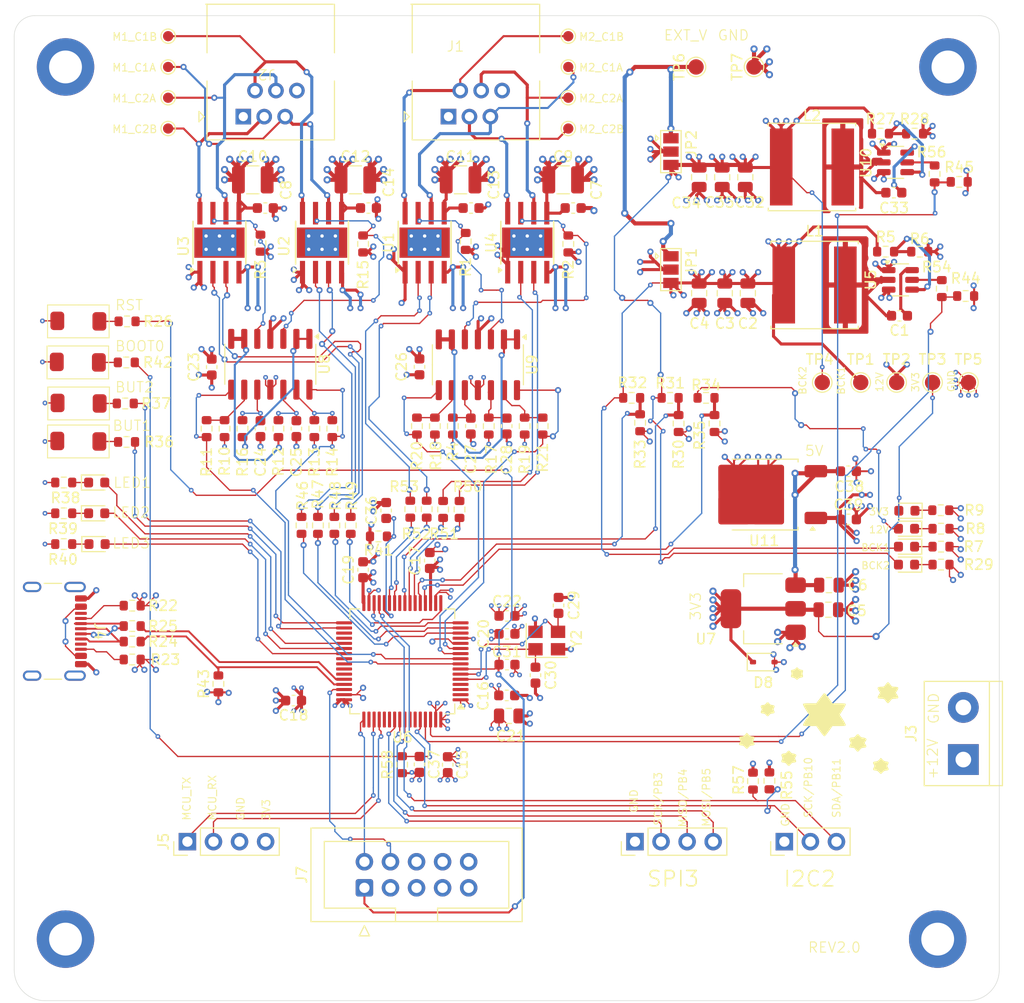
<source format=kicad_pcb>
(kicad_pcb (version 20240108) (generator "pcbnew") (generator_version "8.0")
  (layers (0 "F.Cu" signal) (1 "In1.Cu" signal) (2 "In2.Cu" signal) (31 "B.Cu" signal) (34 "B.Paste" user) (35 "F.Paste" user) (36 "B.SilkS" user "B.Silkscreen") (37 "F.SilkS" user "F.Silkscreen") (38 "B.Mask" user) (39 "F.Mask" user) (44 "Edge.Cuts" user))
  (net 0 "")
  (net 1 "GND")
  (net 2 "+3V3")
  (net 3 "+12V")
  (net 4 "Net-(U8C-+)")
  (net 5 "Net-(U8D-+)")
  (net 6 "Net-(U9C-+)")
  (net 7 "Net-(U9D-+)")
  (net 8 "/OSC1")
  (net 9 "/OSC2")
  (net 10 "/NRST")
  (net 11 "Net-(D1-K)")
  (net 12 "Net-(D2-K)")
  (net 13 "Net-(D3-K)")
  (net 15 "/motors_section/MOTOR2_C1B")
  (net 16 "/motors_section/MOTOR2_C2A")
  (net 17 "/motors_section/MOTOR2_C2B")
  (net 18 "/motors_section/MOTOR2_C1A")
  (net 22 "Net-(J4-D--PadA7)")
  (net 23 "+5V")
  (net 24 "Net-(J4-D+-PadA6)")
  (net 25 "Net-(J4-CC2)")
  (net 26 "Net-(J4-CC1)")
  (net 29 "/motors_section/MOT2_C1_SENS")
  (net 30 "/motors_section/MOT2_C2_SENS")
  (net 31 "/motors_section/MOT1_C2_SENS")
  (net 32 "Net-(U8C--)")
  (net 33 "Net-(U8D--)")
  (net 34 "/motors_section/MOT1_C1_SENS")
  (net 35 "Net-(U9C--)")
  (net 36 "Net-(U9D--)")
  (net 37 "/USB_DP")
  (net 38 "/USB_DM")
  (net 39 "Net-(R26-Pad1)")
  (net 40 "/motors_section/MOTOR1_C1B")
  (net 41 "/motors_section/MOTOR1_C1A")
  (net 42 "/motors_section/MOTOR1_C2A")
  (net 43 "/motors_section/MOTOR1_C2B")
  (net 45 "Net-(U6-PB2)")
  (net 47 "/SPI3_MISO")
  (net 49 "/USR1_LED")
  (net 51 "/SPI3_MOSI")
  (net 52 "Net-(D5-K)")
  (net 56 "Net-(D6-K)")
  (net 60 "/USR2_LED")
  (net 61 "Net-(D7-K)")
  (net 62 "/SWCLK")
  (net 63 "/USR3_LED")
  (net 65 "/SWDIO")
  (net 69 "/SPI3_SCK")
  (net 70 "/I2C2_SDA")
  (net 71 "/MCU_RX")
  (net 73 "/I2C2_SCL")
  (net 74 "/BUCK1_CB")
  (net 75 "/BUCK1_VOUT")
  (net 76 "MOTOR2_VIN")
  (net 77 "MOTOR1_VIN")
  (net 78 "/BUCK2_CB")
  (net 80 "Net-(U8A--)")
  (net 85 "/BUCK1_SW")
  (net 86 "/BUCK2_SW")
  (net 87 "/BUCK1_FB")
  (net 88 "/BUCK2_FB")
  (net 89 "/BUCK1_EN")
  (net 90 "/BUCK2_EN")
  (net 91 "Net-(D4-K)")
  (net 92 "MOT1_C1_SENS_AMP")
  (net 93 "MOT1_C2_SENS_AMP")
  (net 94 "MOT2_C1_SENS_AMP")
  (net 95 "MOT2_C2_SENS_AMP")
  (net 96 "MOTOR2_C1A_IN")
  (net 97 "MOTOR2_C1B_IN")
  (net 98 "MOTOR1_C1B_IN")
  (net 99 "MOTOR1_C1A_IN")
  (net 100 "MOTOR1_C2B_IN")
  (net 101 "MOTOR1_C2A_IN")
  (net 102 "MOTOR2_C2A_IN")
  (net 103 "MOTOR2_C2B_IN")
  (net 104 "/MOTORS_VEXT")
  (net 105 "/BUCK2_VOUT")
  (net 106 "/BUCK2_DIV")
  (net 107 "/BUCK1_DIV")
  (net 108 "/12V_DIV")
  (net 109 "/MCU_TX")
  (net 110 "/USR1_BUT")
  (net 111 "Net-(R36-Pad1)")
  (net 112 "/USR2_BUT")
  (net 113 "Net-(R37-Pad1)")
  (net 114 "/BOOT0")
  (net 115 "Net-(R42-Pad1)")
  (net 116 "Net-(U8B--)")
  (net 117 "Net-(U9A--)")
  (net 118 "Net-(U9B--)")
  (net 119 "Net-(U2-IN1)")
  (net 120 "Net-(U2-IN2)")
  (net 121 "Net-(U3-IN1)")
  (net 122 "Net-(U3-IN2)")
  (net 123 "Net-(U4-IN1)")
  (net 124 "Net-(U4-IN2)")
  (net 125 "Net-(U1-IN1)")
  (net 126 "Net-(U1-IN2)")
  (net 127 "Net-(U5-EN)")
  (net 128 "Net-(U10-EN)")
  (net 129 "+5VD")
  (footprint "Capacitor_SMD:C_0603_1608Metric" (layer "F.Cu") (at 157.25 118 -90)
    (property "Reference" "C15")
    (property "Value" "100n")
  )
  (footprint "Capacitor_SMD:C_0805_2012Metric" (layer "F.Cu") (at 186.25 60.75 -90)
    (property "Reference" "C32")
    (property "Value" "10u")
  )
  (footprint "Capacitor_SMD:C_0603_1608Metric" (layer "F.Cu") (at 196.3 89.4)
    (property "Reference" "C38")
    (property "Value" "100n")
  )
  (footprint "Resistor_SMD:R_0603_1608Metric" (layer "F.Cu") (at 144.25 85.25 -90)
    (property "Reference" "R13")
    (property "Value" "4k7")
  )
  (footprint "Resistor_SMD:R_0603_1608Metric" (layer "F.Cu") (at 153.6 93.1 90)
    (property "Reference" "R53")
    (property "Value" "1k")
  )
  (footprint "stepper_ctrl_lib:stepper ST4" (layer "F.Cu") (at 140.025 50.225 180)
    (property "Reference" "J2")
    (property "Value" "RJ12")
  )
  (footprint "Package_SO:Texas_HTSOP-8-1EP_3.9x4.9mm_P1.27mm_EP2.95x4.9mm_Mask2.4x3.1mm_ThermalVias" (layer "F.Cu") (at 145 67.125 90)
    (property "Reference" "U2")
    (property "Value" "DRV8870DDA")
  )
  (footprint "Resistor_SMD:R_0603_1608Metric" (layer "F.Cu") (at 125.95 86.545)
    (property "Reference" "R36")
    (property "Value" "1k")
  )
  (footprint "Crystal:Crystal_SMD_3225-4Pin_3.2x2.5mm" (layer "F.Cu") (at 166.9 105.9)
    (property "Reference" "Y2")
    (property "Value" "12Mhz")
  )
  (footprint "Resistor_SMD:R_0603_1608Metric" (layer "F.Cu") (at 169 67.25 -90)
    (property "Reference" "R2")
    (property "Value" "100m")
  )
  (footprint "Resistor_SMD:R_0603_1608Metric" (layer "F.Cu") (at 147.8 94.675 90)
    (property "Reference" "R49")
    (property "Value" "1k")
  )
  (footprint "Package_SO:Texas_HTSOP-8-1EP_3.9x4.9mm_P1.27mm_EP2.95x4.9mm_Mask2.4x3.1mm_ThermalVias" (layer "F.Cu") (at 165 67.125 90)
    (property "Reference" "U4")
    (property "Value" "DRV8870DDA")
  )
  (footprint "Capacitor_SMD:C_0805_2012Metric" (layer "F.Cu") (at 163.2 113.25)
    (property "Reference" "C21")
    (property "Value" "10u")
  )
  (footprint "Capacitor_SMD:C_0603_1608Metric" (layer "F.Cu") (at 159.5 85 -90)
    (property "Reference" "C27")
    (property "Value" "100n")
  )
  (footprint "Connector_PinHeader_2.54mm:PinHeader_1x03_P2.54mm_Vertical" (layer "F.Cu") (at 190.055 125.5 90)
    (property "Reference" "J8" (hide yes))
    (property "Value" "Conn_01x03_Pin")
  )
  (footprint "LED_SMD:LED_0603_1608Metric" (layer "F.Cu") (at 123.075 96.5)
    (property "Reference" "D7" (hide yes))
    (property "Value" "LED_USR3")
  )
  (footprint "Diode_SMD:D_SOD-323" (layer "F.Cu") (at 188.05 108)
    (property "Reference" "D8")
    (property "Value" "3v6")
  )
  (footprint "LED_SMD:LED_0603_1608Metric" (layer "F.Cu") (at 201.9625 98.5 180)
    (property "Reference" "D4" (hide yes))
    (property "Value" "LED_BUCK2")
  )
  (footprint "stepper_ctrl_lib:stepper TACT_SWITCH" (layer "F.Cu") (at 121.25 74.795)
    (property "Reference" "SW1" (hide yes))
    (property "Value" "SW_Push" (hide yes))
  )
  (footprint "TestPoint:TestPoint_Pad_D1.5mm" (layer "F.Cu") (at 187.1 50 90)
    (property "Reference" "TP7")
    (property "Value" "TP_MOT_EXT_GND")
  )
  (footprint "Connector_IDC:IDC-Header_2x05_P2.54mm_Vertical" (layer "F.Cu") (at 149.13 130 90)
    (property "Reference" "J7")
    (property "Value" "Conn_02x05_Odd_Even")
  )
  (footprint "Capacitor_SMD:C_0603_1608Metric" (layer "F.Cu") (at 154.5 79.225 -90)
    (property "Reference" "C26")
    (property "Value" "100n")
  )
  (footprint "Resistor_SMD:R_0603_1608Metric" (layer "F.Cu") (at 135.5 85.25 -90)
    (property "Reference" "R10")
    (property "Value" "4k7")
  )
  (footprint "Package_SO:Texas_HTSOP-8-1EP_3.9x4.9mm_P1.27mm_EP2.95x4.9mm_Mask2.4x3.1mm_ThermalVias" (layer "F.Cu") (at 135 67.125 90)
    (property "Reference" "U3")
    (property "Value" "DRV8870DDA")
  )
  (footprint "MountingHole:MountingHole_3.2mm_M3_DIN965_Pad" (layer "F.Cu") (at 206 50)
    (property "Reference" "REF**" (hide yes))
    (property "Value" "MountingHole_3.2mm_M3_DIN965_Pad" (hide yes))
  )
  (footprint "MountingHole:MountingHole_3.2mm_M3_DIN965_Pad" (layer "F.Cu") (at 120 50)
    (property "Reference" "REF**" (hide yes))
    (property "Value" "MountingHole_3.2mm_M3_DIN965_Pad" (hide yes))
  )
  (footprint "Resistor_SMD:R_0603_1608Metric" (layer "F.Cu") (at 152.8 118 90)
    (property "Reference" "R58")
    (property "Value" "22k")
  )
  (footprint "Capacitor_SMD:C_0603_1608Metric" (layer "F.Cu") (at 163 85 -90)
    (property "Reference" "C28")
    (property "Value" "100n")
  )
  (footprint "Capacitor_SMD:C_0603_1608Metric" (layer "F.Cu") (at 149.525 63.75)
    (property "Reference" "C14")
    (property "Value" "100n")
  )
  (footprint "Package_TO_SOT_SMD:SOT-223-3_TabPin2" (layer "F.Cu") (at 188 102.8 180)
    (property "Reference" "U7")
    (property "Value" "AMS1117-3.3")
  )
  (footprint "Capacitor_SMD:C_0805_2012Metric" (layer "F.Cu") (at 186.5 72.05 -90)
    (property "Reference" "C2")
    (property "Value" "10u")
  )
  (footprint "Resistor_SMD:R_0603_1608Metric" (layer "F.Cu") (at 156 85 -90)
    (property "Reference" "R18")
    (property "Value" "4k7")
  )
  (footprint "Capacitor_SMD:C_0603_1608Metric" (layer "F.Cu") (at 165.8 109.275 -90)
    (property "Reference" "C30")
    (property "Value" "30p")
  )
  (footprint "TestPoint:TestPoint_Pad_D1.0mm" (layer "F.Cu") (at 169 56)
    (property "Reference" "TP9" (hide yes))
    (property "Value" "TP_M2C2B")
  )
  (footprint "Resistor_SMD:R_0603_1608Metric" (layer "F.Cu") (at 156.8 93.125 90)
    (property "Reference" "R51")
    (property "Value" "1k")
  )
  (footprint "TestPoint:TestPoint_Pad_D1.5mm" (layer "F.Cu") (at 181.45 50 90)
    (property "Reference" "TP6")
    (property "Value" "TP_MOT_EXT")
  )
  (footprint "TestPoint:TestPoint_Pad_D1.0mm" (layer "F.Cu") (at 130 53)
    (property "Reference" "TP12" (hide yes))
    (property "Value" "TP_M1C2A")
  )
  (footprint "Resistor_SMD:R_0603_1608Metric" (layer "F.Cu") (at 207.725 72.325)
    (property "Reference" "R44")
    (property "Value" "33k")
  )
  (footprint "Resistor_SMD:R_0603_1608Metric" (layer "F.Cu") (at 178.925 82.25)
    (property "Reference" "R31")
    (property "Value" "33k")
  )
  (footprint "Resistor_SMD:R_0603_1608Metric" (layer "F.Cu") (at 155.2 93.1 90)
    (property "Reference" "R52")
    (property "Value" "1k")
  )
  (footprint "Package_TO_SOT_SMD:TO-252-2" (layer "F.Cu") (at 188.085 91.675 180)
    (property "Reference" "U11")
    (property "Value" "L7805")
  )
  (footprint "TerminalBlock:TerminalBlock_bornier-2_P5.08mm" (layer "F.Cu") (at 207.5 117.5 90)
    (property "Reference" "J3")
    (property "Value" "PWR_INPUT")
  )
  (footprint "Jumper:SolderJumper-3_P1.3mm_Open_Pad1.0x1.5mm" (layer "F.Cu") (at 179 69.75 -90)
    (property "Reference" "JP1")
    (property "Value" "Jumper_3_Open")
  )
  (footprint "Inductor_SMD:L_Changjiang_FNR8040S" (layer "F.Cu") (at 193 71.25 180)
    (property "Reference" "L1")
    (property "Value" "6u8")
  )
  (footprint "Connector_PinHeader_2.54mm:PinHeader_1x04_P2.54mm_Vertical" (layer "F.Cu") (at 175.5 125.5 90)
    (property "Reference" "J6" (hide yes))
    (property "Value" "Conn_01x04_Pin")
  )
  (footprint "Capacitor_SMD:C_0603_1608Metric" (layer "F.Cu") (at 142.225 111.75 180)
    (property "Reference" "C18")
    (property "Value" "100n")
  )
  (footprint "Capacitor_SMD:C_0603_1608Metric" (layer "F.Cu") (at 201.275 74.25 180)
    (property "Reference" "C1")
    (property "Value" "100n")
  )
  (footprint "Resistor_SMD:R_0603_1608Metric" (layer "F.Cu") (at 126 74.795)
    (property "Reference" "R26")
    (property "Value" "1k")
  )
  (footprint "Resistor_SMD:R_0603_1608Metric" (layer "F.Cu") (at 205.325 96.75)
    (property "Reference" "R7")
    (property "Value" "22k")
  )
  (footprint "Capacitor_SMD:C_0603_1608Metric" (layer "F.Cu") (at 139.475 63.75)
    (property "Reference" "C8")
    (property "Value" "100n")
  )
  (footprint "Capacitor_SMD:C_0603_1608Metric" (layer "F.Cu") (at 139 85.25 -90)
    (property "Reference" "C24")
    (property "Value" "100n")
  )
  (footprint "Resistor_SMD:R_0603_1608Metric" (layer "F.Cu") (at 164.75 85 -90)
    (property "Reference" "R19")
    (property "Value" "4k7")
  )
  (footprint "Resistor_SMD:R_0603_1608Metric" (layer "F.Cu") (at 175.175 82.25)
    (property "Reference" "R32")
    (property "Value" "33k")
  )
  (footprint "Package_SO:SOIC-14_3.9x8.7mm_P1.27mm" (layer "F.Cu") (at 139.96 78.975 -90)
    (property "Reference" "U8")
    (property "Value" "LM324")
  )
  (footprint "Resistor_SMD:R_0603_1608Metric" (layer "F.Cu") (at 183.25 84.75 -90)
    (property "Reference" "R35")
    (property "Value" "4k7")
  )
  (footprint "Resistor_SMD:R_0603_1608Metric" (layer "F.Cu") (at 199.925 68)
    (property "Reference" "R5")
    (property "Value" "100k")
  )
  (footprint "MountingHole:MountingHole_3.2mm_M3_DIN965_Pad" (layer "F.Cu") (at 120 135)
    (property "Reference" "REF**" (hide yes))
    (property "Value" "MountingHole_3.2mm_M3_DIN965_Pad" (hide yes))
  )
  (footprint "Resistor_SMD:R_0603_1608Metric" (layer "F.Cu") (at 154.25 85 90)
    (property "Reference" "R20")
    (property "Value" "33k")
  )
  (footprint "Capacitor_SMD:C_0603_1608Metric" (layer "F.Cu") (at 163.025 103.5)
    (property "Reference" "C22")
    (property "Value" "1u")
  )
  (footprint "LED_SMD:LED_0603_1608Metric" (layer "F.Cu") (at 201.9625 95 180)
    (property "Reference" "D2" (hide yes))
    (property "Value" "LED_VIN")
  )
  (footprint "Resistor_SMD:R_0603_1608Metric" (layer "F.Cu") (at 158.4 93.125 90)
    (property "Reference" "R50")
    (property "Value" "1k")
  )
  (footprint "Resistor_SMD:R_0603_1608Metric" (layer "F.Cu") (at 143 94.675 90)
    (property "Reference" "R46")
    (property "Value" "1k")
  )
  (footprint "Resistor_SMD:R_0603_1608Metric" (layer "F.Cu") (at 146.2 94.675 90)
    (property "Reference" "R48")
    (property "Value" "1k")
  )
  (footprint "stepper_ctrl_lib:stepper TACT_SWITCH" (layer "F.Cu") (at 121.25 86.5)
    (property "Reference" "SW2" (hide yes))
    (property "Value" "USR1")
  )
  (footprint "Resistor_SMD:R_0603_1608Metric" (layer "F.Cu") (at 179.75 84.75 -90)
    (property "Reference" "R30")
    (property "Value" "4k7")
  )
  (footprint "Capacitor_SMD:C_0603_1608Metric" (layer "F.Cu") (at 196.3 94.1)
    (property "Reference" "C39")
    (property "Value" "470n")
  )
  (footprint "Capacitor_SMD:C_0603_1608Metric" (layer "F.Cu") (at 149 99 90)
    (property "Reference" "C19")
    (property "Value" "100n")
  )
  (footprint "stepper_ctrl_lib:stepper ST4" (layer "F.Cu") (at 160.025 50.225 180)
    (property "Reference" "J1")
    (property "Value" "RJ12")
  )
  (footprint "Resistor_SMD:R_0603_1608Metric" (layer "F.Cu") (at 119.825 90.5 180)
    (property "Reference" "R38")
    (property "Value" "1k")
  )
  (footprint "Resistor_SMD:R_0603_1608Metric" (layer "F.Cu") (at 125.825 82.795)
    (property "Reference" "R37")
    (property "Value" "1k")
  )
  (footprint "Resistor_SMD:R_0603_1608Metric" (layer "F.Cu") (at 182.425 82.25)
    (property "Reference" "R34")
    (property "Value" "33k")
  )
  (footprint "stepper_controller_v2:stars" (layer "F.Cu") (at 194.846027 114.182117)
    (property "Reference" "G***" (hide yes))
    (property "Value" "LOGO" (hide yes))
  )
  (footprint "Capacitor_SMD:C_0603_1608Metric" (layer "F.Cu") (at 151.25 93.225 90)
    (property "Reference" "C36")
    (property "Value" "100n")
  )
  (footprint "Connector_USB:USB_C_Receptacle_GCT_USB4105-xx-A_16P_TopMnt_Horizontal" (layer "F.Cu") (at 117.82 105 -90)
    (property "Reference" "J4")
    (property "Value" "USB_C_Receptacle_USB2.0_16P" (hide yes))
  )
  (footprint "Resistor_SMD:R_0603_1608Metric" (layer "F.Cu") (at 166.5 85 90)
    (property "Reference" "R21")
    (property "Value" "33k")
  )
  (footprint "Resistor_SMD:R_0603_1608Metric" (layer "F.Cu") (at 140.75 85.25 90)
    (property "Reference" "R12")
    (property "Value" "10k")
  )
  (footprint "TestPoint:TestPoint_Pad_D1.5mm" (layer "F.Cu") (at 201 80.75)
    (property "Reference" "TP2")
    (property "Value" "TP_VIN")
  )
  (footprint "Capacitor_SMD:C_0603_1608Metric" (layer "F.Cu") (at 142.5 85.25 -90)
    (property "Reference" "C25")
    (property "Value" "100n")
  )
  (footprint "Inductor_SMD:L_1210_3225Metric" (layer "F.Cu") (at 148.25 61)
    (property "Reference" "C12")
    (property "Value" "22u")
  )
  (footprint "Capacitor_SMD:C_0603_1608Metric" (layer "F.Cu") (at 155.5 98.1 90)
    (property "Reference" "C17")
    (property "Value" "100n")
  )
  (footprint "Resistor_SMD:R_0603_1608Metric" (layer "F.Cu") (at 125.925 78.795)
    (property "Reference" "R42")
    (property "Value" "1k")
  )
  (footprint "Capacitor_SMD:C_0805_2012Metric" (layer "F.Cu") (at 194.35 102.9)
    (property "Reference" "C5")
    (property "Value" "10u")
  )
  (footprint "Resistor_SMD:R_0603_1608Metric" (layer "F.Cu") (at 133.75 85.25 90)
    (property "Reference" "R11")
    (property "Value" "33k")
  )
  (footprint "Package_TO_SOT_SMD:SOT-23-6" (layer "F.Cu") (at 201.3625 70.75)
    (property "Reference" "U5")
    (property "Value" "LMR51430")
  )
  (footprint "Capacitor_SMD:C_0603_1608Metric" (layer "F.Cu") (at 163.025 108.25)
    (property "Reference" "C31")
    (property "Value" "100n")
  )
  (footprint "Resistor_SMD:R_0603_1608Metric" (layer "F.Cu") (at 187 119.6 -90)
    (property "Reference" "R57")
    (property "Value" "6k8")
  )
  (footprint "Jumper:SolderJumper-3_P1.3mm_Open_Pad1.0x1.5mm" (layer "F.Cu") (at 179 58.25 -90)
    (property "Reference" "JP2")
    (property "Value" "Jumper_3_Open")
  )
  (footprint "LED_SMD:LED_0603_1608Metric" (layer "F.Cu") (at 123.0375 93.5)
    (property "Reference" "D6" (hide yes))
    (property "Value" "LED_USR2")
  )
  (footprint "Package_QFP:LQFP-64_10x10mm_P0.5mm" (layer "F.Cu") (at 152.825 107.925 180)
    (property "Reference" "U6")
    (property "Value" "STM32F103RCTx")
  )
  (footprint "Resistor_SMD:R_0603_1608Metric" (layer "F.Cu") (at 126.5 106)
    (property "Reference" "R24")
    (property "Value" "10")
  )
  (footprint "Resistor_SMD:R_0603_1608Metric" (layer "F.Cu") (at 139 67.175 -90)
    (property "Reference" "R3")
    (property "Value" "100m")
  )
  (footprint "Capacitor_SMD:C_0603_1608Metric" (layer "F.Cu") (at 163.025 105.25)
    (property "Reference" "C20")
    (property "Value" "100n")
  )
  (footprint "Resistor_SMD:R_0603_1608Metric" (layer "F.Cu") (at 157.75 85 90)
    (property "Reference" "R4")
    (property "Value" "10k")
  )
  (footprint "Capacitor_SMD:C_0805_2012Metric" (layer "F.Cu") (at 194.4 100.5 180)
    (property "Reference" "C6")
    (property "Value" "10u")
  )
  (footprint "Package_SO:Texas_HTSOP-8-1EP_3.9x4.9mm_P1.27mm_EP2.95x4.9mm_Mask2.4x3.1mm_ThermalVias" (layer "F.Cu") (at 155 67.125 90)
    (property "Reference" "U1")
    (property "Value" "DRV8870DDA")
  )
  (footprint "Connector_PinHeader_2.54mm:PinHeader_1x04_P2.54mm_Vertical" (layer "F.Cu") (at 131.88 125.5 90)
    (property "Reference" "J5")
    (property "Value" "Conn_01x04_Pin")
  )
  (footprint "Resistor_SMD:R_0603_1608Metric" (layer "F.Cu") (at 205.325 98.5)
    (property "Reference" "R29")
    (property "Value" "22k")
  )
  (footprint "Resistor_SMD:R_0603_1608Metric" (layer "F.Cu") (at 146 85.25 90)
    (property "Reference" "R14")
    (property "Value" "33k")
  )
  (footprint "Capacitor_SMD:C_0805_2012Metric" (layer "F.Cu") (at 181.75 72.05 -90)
    (property "Reference" "C4")
    (property "Value" "10u")
  )
  (footprint "Package_SO:SOIC-14_3.9x8.7mm_P1.27mm" (layer "F.Cu") (at 160.19 79.025 -90)
    (property "Reference" "U9")
    (property "Value" "LM324")
  )
  (footprint "Resistor_SMD:R_0603_1608Metric" (layer "F.Cu") (at 119.825 96.5 180)
    (property "Reference" "R40")
    (property "Value" "1k")
  )
  (footprint "Resistor_SMD:R_0603_1608Metric" (layer "F.Cu") (at 149 67.25 -90)
    (property "Reference" "R15")
    (property "Value" "100m")
  )
  (footprint "Resistor_SMD:R_0603_1608Metric" (layer "F.Cu") (at 137.25 85.25 90)
    (property "Reference" "R16")
    (property "Value" "10k")
  )
  (footprint "Resistor_SMD:R_0603_1608Metric" (layer "F.Cu") (at 205.325 95)
    (property "Reference" "R8")
    (property "Value" "22k")
  )
  (footprint "Resistor_SMD:R_0603_1608Metric" (layer "F.Cu") (at 126.5 107.75)
    (property "Reference" "R23")
    (property "Value" "5k1")
  )
  (footprint "TestPoint:TestPoint_Pad_D1.5mm" (layer "F.Cu") (at 193.75 80.75)
    (property "Reference" "TP4")
    (property "Value" "TP_BUCK2")
  )
  (footprint "LED_SMD:LED_0603_1608Metric" (layer "F.Cu") (at 123.0375 90.5)
    (property "Reference" "D5" (hide yes))
    (property "Value" "LED_USR1")
  )
  (footprint "Resistor_SMD:R_0603_1608Metric" (layer "F.Cu") (at 126.5 102.5)
    (property "Reference" "R22")
    (property "Value" "5k1")
  )
  (footprint "Resistor_SMD:R_0603_1608Metric" (layer "F.Cu") (at 150.5 95.75 180)
    (property "Reference" "R41")
    (property "Value" "4k7")
  )
  (footprint "Resistor_SMD:R_0603_1608Metric" (layer "F.Cu") (at 161.25 85 90)
    (property "Reference" "R17")
    (property "Value" "10k")
  )
  (footprint "Resistor_SMD:R_0603_1608Metric" (layer "F.Cu") (at 188.6 119.575 -90)
    (property "Reference" "R55")
    (property "Value" "6k8")
  )
  (footprint "stepper_ctrl_lib:stepper TACT_SWITCH" (layer "F.Cu") (at 121.2 78.795)
    (property "Reference" "SW4" (hide yes))
    (property "Value" "SW_Push")
  )
  (footprint "Resistor_SMD:R_0603_1608Metric" (layer "F.Cu") (at 134.9 110.125 90)
    (property "Reference" "R43")
    (property "Value" "1k5")
  )
  (footprint "Inductor_SMD:L_1210_3225Metric" (layer "F.Cu") (at 168.5 61)
    (property "Reference" "C9")
    (property "Value" "22u")
  )
  (footprint "Resistor_SMD:R_0603_1608Metric" (layer "F.Cu") (at 176 84.675 -90)
    (property "Reference" "R33")
    (property "Value" "4k7")
  )
  (footprint "Capacitor_SMD:C_0603_1608Metric" (layer "F.Cu") (at 169.475 63.75)
    (property "Reference" "C7")
    (property "Value" "100n")
  )
  (footprint "Capacitor_SMD:C_0603_1608Metric" (layer "F.Cu") (at 159.525 63.75)
    (property "Reference" "C13")
    (property "Value" "100n")
  )
  (footprint "Inductor_SMD:L_1210_3225Metric" (layer "F.Cu") (at 158.5 61)
    (property "Reference" "C11")
    (property "Value" "22u")
  )
  (footprint "Inductor_SMD:L_Changjiang_FNR8040S" (layer "F.Cu") (at 192.75 59.75 180)
    (property "Reference" "L2")
    (property "Value" "6u8")
  )
  (footprint "stepper_ctrl_lib:stepper TACT_SWITCH" (layer "F.Cu") (at 121.275 82.795)
    (property "Reference" "SW3" (hide yes))
    (property "Value" "USR2")
  )
  (footprint "Capacitor_SMD:C_0603_1608Metric" (layer "F.Cu") (at 154.5 117.975 -90)
    (property "Reference" "C37")
    (property "Value" "100n")
  )
  (footprint "Inductor_SMD:L_1210_3225Metric" (layer "F.Cu") (at 138.25 61)
    (property "Reference" "C10")
    (property "Value" "22u")
  )
  (footprint "TestPoint:TestPoint_Pad_D1.5mm" (layer "F.Cu") (at 197.5 80.75)
    (property "Reference" "TP1")
    (property "Value" "TP_BUCK1")
  )
  (footprint "Package_TO_SOT_SMD:SOT-23-6" (layer "F.Cu") (at 200.8875 59.3)
    (property "Reference" "U10")
    (property "Value" "LMR51430")
  )
  (footprint "LED_SMD:LED_0603_1608Metric" (layer "F.Cu") (at 202 93.25 180)
    (property "Reference" "D3" (hide yes))
    (property "Value" "LED_3V3")
  )
  (footprint "TestPoint:TestPoint_Pad_D1.0mm" (layer "F.Cu") (at 130 50)
    (property "Reference" "TP14" (hide yes))
    (property "Value" "TP_M1C1A")
  )
  (footprint "Capacitor_SMD:C_0805_2012Metric" (layer "F.Cu") (at 184.25 72.05 -90)
    (property "Reference" "C3")
    (property "Value" "10u")
  )
  (footprint "Resistor_SMD:R_0603_1608Metric" (layer "F.Cu") (at 126.5 104.49)
    (property "Reference" "R25")
    (property "Value" "10")
  )
  (footprint "MountingHole:MountingHole_3.2mm_M3_DIN965_Pad" (layer "F.Cu") (at 205 135)
    (property "Reference" "REF**" (hide yes))
    (property "Value" "MountingHole_3.2mm_M3_DIN965_Pad" (hide yes))
  )
  (footprint "LED_SMD:LED_0603_1608Metric" (layer "F.Cu") (at 201.9625 96.75 180)
    (property "Reference" "D1" (hide yes))
    (property "Value" "LED_BUCK1")
  )
  (footprint "TestPoint:TestPoint_Pad_D1.0mm" (layer "F.Cu") (at 169 53)
    (property "Reference" "TP8" (hide yes))
    (property "Value" "TP_M2C2A")
  )
  (footprint "Resistor_SMD:R_0603_1608Metric" (layer "F.Cu") (at 202.75 56.5)
    (property "Reference" "R28")
    (property "Value" "6k8")
  )
  (footprint "TestPoint:TestPoint_Pad_D1.0mm" (layer "F.Cu") (at 169 47)
    (property "Reference" "TP11" (hide yes))
    (property "Value" "TP_M2C1B")
  )
  (footprint "Resistor_SMD:R_0603_1608Metric" (layer "F.Cu") (at 204.7 60.425 90)
    (property "Reference" "R56")
    (property "Value" "1k")
  )
  (footprint "TestPoint:TestPoint_Pad_D1.5mm" (layer "F.Cu") (at 208 80.75)
    (property "Reference" "TP5")
    (property "Value" "TP_GND")
  )
  (footprint "Capacitor_SMD:C_0603_1608Metric" (layer "F.Cu") (at 163 111.25)
    (property "Reference" "C16")
    (property "Value" "100n")
  )
  (footprint "Resistor_SMD:R_0603_1608Metric" (layer "F.Cu") (at 159 67 -90)
    (property "Reference" "R1")
    (property "Value" "100m")
  )
  (footprint "Resistor_SMD:R_0603_1608Metric" (layer "F.Cu") (at 207.1 61.2)
    (property "Reference" "R45")
    (property "Value" "33k")
  )
  (footprint "Resistor_SMD:R_0603_1608Metric" (layer "F.Cu") (at 144.6 94.675 90)
    (property "Reference" "R47")
    (property "Value" "1k")
  )
  (footprint "Resistor_SMD:R_0603_1608Metric" (layer "F.Cu") (at 199.425 56.5)
    (property "Reference" "R27")
    (property "Value" "100k")
  )
  (footprint "Capacitor_SMD:C_0603_1608Metric" (layer "F.Cu") (at 134.25 79.25 -90)
    (property "Reference" "C23")
    (property "Value" "100n")
  )
  (footprint "Capacitor_SMD:C_0603_1608Metric" (layer "F.Cu") (at 168.05 102.475 90)
    (property "Reference" "C29")
    (property "Value" "30p")
  )
  (footprint "Resistor_SMD:R_0603_1608Metric" (layer "F.Cu") (at 205.3 93.2)
    (property "Reference" "R9")
    (property "Value" "4k7")
  )
  (footprint "Capacitor_SMD:C_0805_2012Metric" (layer "F.Cu") (at 181.75 60.75 -90)
    (property "Reference" "C34")
    (property "Value" "10u")
  )
  (footprint "TestPoint:TestPoint_Pad_D1.0mm" (layer "F.Cu") (at 169 50)
    (property "Reference" "TP10" (hide yes))
    (property "Value" "TP_M2C1A")
  )
  (footprint "Capacitor_SMD:C_0805_2012Metric" (layer "F.Cu") (at 184 60.75 -90)
    (property "Reference" "C35")
    (property "Value" "10u")
  )
  (footprint "Capacitor_SMD:C_0603_1608Metric" (layer "F.Cu") (at 200.725 62.25 180)
    (property "Reference" "C33")
    (property "Value" "100n")
  )
  (footprint "TestPoint:TestPoint_Pad_D1.0mm" (layer "F.Cu") (at 130 56)
    (property "Reference" "TP13" (hide yes))
    (property "Value" "TP_M1C2B")
  )
  (footprint "TestPoint:TestPoint_Pad_D1.0mm" (layer "F.Cu") (at 130 47)
    (property "Reference" "TP15" (hide yes))
    (property "Value" "TP_M1C1B")
  )
  (footprint "Resistor_SMD:R_0603_1608Metric" (layer "F.Cu") (at 203.25 68)
    (property "Reference" "R6")
    (property "Value" "6k8")
  )
  (footprint "Resistor_SMD:R_0603_1608Metric" (layer "F.Cu") (at 205.4 71.6 90)
    (property "Reference" "R54")
    (property "Value" "1k")
  )
  (footprint "TestPoint:TestPoint_Pad_D1.5mm" (layer "F.Cu") (at 204.5 80.75)
    (property "Reference" "TP3")
    (property "Value" "TP_3V3")
  )
  (footprint "Resistor_SMD:R_0603_1608Metric" (layer "F.Cu") (at 119.825 93.5 180)
    (property "Reference" "R39")
    (property "Value" "1k")
  )
  (gr_arc (start 115 47) (mid 115.585786 45.585786) (end 117 45) (stroke (width 0.05)) (layer "Edge.Cuts"))
  (gr_line (start 209 45) (end 117 45) (stroke (width 0.05)) (layer "Edge.Cuts"))
  (gr_line (start 115 47) (end 115 138) (stroke (width 0.05)) (layer "Edge.Cuts"))
  (gr_arc (start 209 45) (mid 210.414214 45.585786) (end 211 47) (stroke (width 0.05)) (layer "Edge.Cuts"))
  (gr_arc (start 118 141) (mid 115.87868 140.12132) (end 115 138) (stroke (width 0.05)) (layer "Edge.Cuts"))
  (gr_arc (start 211 138) (mid 210.12132 140.12132) (end 208 141) (stroke (width 0.05)) (layer "Edge.Cuts"))
  (gr_line (start 118 141) (end 208 141) (stroke (width 0.05)) (layer "Edge.Cuts"))
  (gr_line (start 211 138) (end 211 47) (stroke (width 0.05)) (layer "Edge.Cuts"))
  (gr_text "+12V" (at 205.1 119.5 90) (layer "F.SilkS") (effects (font (size 1 1) (thickness 0.1)) (justify left bottom)))
  (gr_text "SCK/PB3" (at 178.2 124 90) (layer "F.SilkS") (effects (font (size 0.75 0.75) (thickness 0.1)) (justify left bottom)))
  (gr_text "M2_C2A" (at 170 53.5 0) (layer "F.SilkS") (effects (font (size 0.75 0.75) (thickness 0.1)) (justify left bottom)))
  (gr_text "LED1\n" (at 124.6 91.1 0) (layer "F.SilkS") (effects (font (size 1 1) (thickness 0.1)) (justify left bottom)))
  (gr_text "BCK1" (at 197.5 97.25 0) (layer "F.SilkS") (effects (font (size 0.7 0.7) (thickness 0.1)) (justify left bottom)))
  (gr_text "GND" (at 205.2 114.1 90) (layer "F.SilkS") (effects (font (size 1 1) (thickness 0.1)) (justify left bottom)))
  (gr_text "M1_C1A" (at 124.5 50.5 0) (layer "F.SilkS") (effects (font (size 0.75 0.75) (thickness 0.1)) (justify left bottom)))
  (gr_text "5V" (at 192 88 0) (layer "F.SilkS") (effects (font (size 1 1) (thickness 0.1)) (justify left bottom)))
  (gr_text "EXT_V" (at 178.25 47.5 0) (layer "F.SilkS") (effects (font (size 1 1) (thickness 0.1)) (justify left bottom)))
  (gr_text "BOOT0" (at 124.775 77.795 0) (layer "F.SilkS") (effects (font (size 1 1) (thickness 0.1)) (justify left bottom)))
  (gr_text "M2_C2B" (at 170 56.5 0) (layer "F.SilkS") (effects (font (size 0.75 0.75) (thickness 0.1)) (justify left bottom)))
  (gr_text "LED3" (at 124.5 97 0) (layer "F.SilkS") (effects (font (size 1 1) (thickness 0.1)) (justify left bottom)))
  (gr_text "RST" (at 124.775 73.795 0) (layer "F.SilkS") (effects (font (size 1 1) (thickness 0.1)) (justify left bottom)))
  (gr_text "12V" (at 199.75 81.75 90) (layer "F.SilkS") (effects (font (size 0.7 0.7) (thickness 0.1)) (justify left bottom)))
  (gr_text "12V" (at 198.25 95.5 0) (layer "F.SilkS") (effects (font (size 0.7 0.7) (thickness 0.1)) (justify left bottom)))
  (gr_text "SDA/PB11" (at 195.58 123.25 90) (layer "F.SilkS") (effects (font (size 0.75 0.75) (thickness 0.1)) (justify left bottom)))
  (gr_text "3V3" (at 198.25 93.75 0) (layer "F.SilkS") (effects (font (size 0.7 0.7) (thickness 0.1)) (justify left bottom)))
  (gr_text "GND" (at 190.6 124.1 90) (layer "F.SilkS") (effects (font (size 0.75 0.75) (thickness 0.1)) (justify left bottom)))
  (gr_text "3V3" (at 182 104 90) (layer "F.SilkS") (effects (font (size 1 1) (thickness 0.1)) (justify left bottom)))
  (gr_text "BCK1" (at 196 82 90) (layer "F.SilkS") (effects (font (size 0.7 0.7) (thickness 0.1)) (justify left bottom)))
  (gr_text "BCK2" (at 192.25 82 90) (layer "F.SilkS") (effects (font (size 0.7 0.7) (thickness 0.1)) (justify left bottom)))
  (gr_text "SPI3" (at 176.58 130 0) (layer "F.SilkS") (effects (font (size 1.5 1.5)) (justify left bottom)))
  (gr_text "M1_C1B" (at 124.5 47.5 0) (layer "F.SilkS") (effects (font (size 0.75 0.75) (thickness 0.1)) (justify left bottom)))
  (gr_text "LED2" (at 124.5 94 0) (layer "F.SilkS") (effects (font (size 1 1) (thickness 0.1)) (justify left bottom)))
  (gr_text "MOSI/PB5" (at 182.9 124.1 90) (layer "F.SilkS") (effects (font (size 0.75 0.75) (thickness 0.1)) (justify left bottom)))
  (gr_text "GND" (at 183.5 47.5 0) (layer "F.SilkS") (effects (font (size 1 1) (thickness 0.1)) (justify left bottom)))
  (gr_text "GND" (at 206.75 81.75 90) (layer "F.SilkS") (effects (font (size 0.7 0.7) (thickness 0.1)) (justify left bottom)))
  (gr_text "3V3" (at 140 123.5 90) (layer "F.SilkS") (effects (font (size 0.75 0.75) (thickness 0.1)) (justify left bottom)))
  (gr_text "MCU_TX" (at 132.25 123.5 90) (layer "F.SilkS") (effects (font (size 0.75 0.75) (thickness 0.1)) (justify left bottom)))
  (gr_text "M2_C1B" (at 170 47.5 0) (layer "F.SilkS") (effects (font (size 0.75 0.75) (thickness 0.1)) (justify left bottom)))
  (gr_text "M1_C2A" (at 124.5 53.5 0) (layer "F.SilkS") (effects (font (size 0.75 0.75) (thickness 0.1)) (justify left bottom)))
  (gr_text "GND" (at 137.5 123.5 90) (layer "F.SilkS") (effects (font (size 0.75 0.75) (thickness 0.1)) (justify left bottom)))
  (gr_text "M1_C2B" (at 124.5 56.5 0) (layer "F.SilkS") (effects (font (size 0.75 0.75) (thickness 0.1)) (justify left bottom)))
  (gr_text "BCK2" (at 197.5 99 0) (layer "F.SilkS") (effects (font (size 0.7 0.7) (thickness 0.1)) (justify left bottom)))
  (gr_text "MCU_RX" (at 134.75 123.5 90) (layer "F.SilkS") (effects (font (size 0.75 0.75) (thickness 0.1)) (justify left bottom)))
  (gr_text "I2C2" (at 189.885 130 0) (layer "F.SilkS") (effects (font (size 1.5 1.5)) (justify left bottom)))
  (gr_text "SCK/PB10" (at 192.83 123.25 90) (layer "F.SilkS") (effects (font (size 0.75 0.75) (thickness 0.1)) (justify left bottom)))
  (gr_text "M2_C1A" (at 170 50.5 0) (layer "F.SilkS") (effects (font (size 0.75 0.75) (thickness 0.1)) (justify left bottom)))
  (gr_text "GND" (at 175.83 122.75 90) (layer "F.SilkS") (effects (font (size 0.75 0.75) (thickness 0.1)) (justify left bottom)))
  (gr_text "REV2.0" (at 192.3 136.4 0) (layer "F.SilkS") (effects (font (size 1 1) (thickness 0.1)) (justify left bottom)))
  (gr_text "BUT2" (at 124.775 81.795 0) (layer "F.SilkS") (effects (font (size 1 1) (thickness 0.1)) (justify left bottom)))
  (gr_text "BUT1" (at 124.525 85.545 0) (layer "F.SilkS") (effects (font (size 1 1) (thickness 0.1)) (justify left bottom)))
  (gr_text "3V3" (at 203.25 81.75 90) (layer "F.SilkS") (effects (font (size 0.7 0.7) (thickness 0.1)) (justify left bottom)))
  (gr_text "MISO/PB4" (at 180.61 124.17 90) (layer "F.SilkS") (effects (font (size 0.75 0.75) (thickness 0.1)) (justify left bottom)))
  (segment (start 199.523621 58.35) (end 199.75 58.35) (width 0.3) (layer "F.Cu") (net 1))
  (segment (start 149.65 61) (end 151 61) (width 0.4) (layer "F.Cu") (net 1))
  (segment (start 127.325 102.075) (end 126.75 101.5) (width 0.128) (layer "F.Cu") (net 1))
  (segment (start 149.65 59.15) (end 149.5 59) (width 0.4) (layer "F.Cu") (net 1))
  (segment (start 207.7 62.3) (end 207.925 62.075) (width 0.2) (layer "F.Cu") (net 1))
  (segment (start 197.075 94.1) (end 197.075 93.325) (width 0.3) (layer "F.Cu") (net 1))
  (segment (start 206.15 96.75) (end 207 96.75) (width 0.128) (layer "F.Cu") (net 1))
  (segment (start 156.075 101.475001) (end 156.550001 101) (width 0.128) (layer "F.Cu") (net 1))
  (segment (start 181.75 73) (end 181.75 73.75) (width 0.3) (layer "F.Cu") (net 1))
  (segment (start 133.095 71.095) (end 133.5 71.5) (width 0.3) (layer "F.Cu") (net 1))
  (segment (start 154.5 80) (end 153.25 80) (width 0.3) (layer "F.Cu") (net 1))
  (segment (start 179.75 85.575) (end 180.075 85.575) (width 0.128) (layer "F.Cu") (net 1))
  (segment (start 187.5 89.15) (end 187.5 88) (width 0.2) (layer "F.Cu") (net 1))
  (segment (start 197.075 94.1) (end 197.1 94.1) (width 0.3) (layer "F.Cu") (net 1))
  (segment (start 169.9 60.1) (end 171 59) (width 0.4) (layer "F.Cu") (net 1))
  (segment (start 181.75 62.25) (end 181.5 62.5) (width 0.3) (layer "F.Cu") (net 1))
  (segment (start 140.5 80.91) (end 140.5 80.25) (width 0.128) (layer "F.Cu") (net 1))
  (segment (start 160 67.5) (end 159.675 67.825) (width 0.3) (layer "F.Cu") (net 1))
  (segment (start 134.25 80.025) (end 133.025 80.025) (width 0.3) (layer "F.Cu") (net 1))
  (segment (start 142.5 70) (end 142.25 69.75) (width 0.3) (layer "F.Cu") (net 1))
  (segment (start 208 80.75) (end 207 80.75) (width 0.128) (layer "F.Cu") (net 1))
  (segment (start 197 104) (end 195.9 102.9) (width 0.3) (layer "F.Cu") (net 1))
  (segment (start 181.75 73) (end 181.5 73) (width 0.3) (layer "F.Cu") (net 1))
  (segment (start 196.998073 99.193435) (end 195.691508 100.5) (width 0.3) (layer "F.Cu") (net 1))
  (segment (start 169.925 68.075) (end 169 68.075) (width 0.3) (layer "F.Cu") (net 1))
  (segment (start 208.75 81.5) (end 208.75 82) (width 0.128) (layer "F.Cu") (net 1))
  (segment (start 147.15 111.175) (end 148.325 111.175) (width 0.128) (layer "F.Cu") (net 1))
  (segment (start 154.5 118.75) (end 153.75 119.5) (width 0.128) (layer "F.Cu") (net 1))
  (segment (start 156 85.825) (end 156 86.75) (width 0.128) (layer "F.Cu") (net 1))
  (segment (start 197 101.9) (end 196 102.9) (width 0.3) (layer "F.Cu") (net 1))
  (segment (start 157.25 118.775) (end 157.275 118.775) (width 0.128) (layer "F.Cu") (net 1))
  (segment (start 150.3 63.75) (end 150.3 63) (width 0.3) (layer "F.Cu") (net 1))
  (segment (start 157.111 101.211) (end 157.3 101.4) (width 0.128) (layer "F.Cu") (net 1))
  (segment (start 143.095 71.095) (end 143.75 71.75) (width 0.3) (layer "F.Cu") (net 1))
  (segment (start 156.075 101.493504) (end 156.357504 101.211) (width 0.128) (layer "F.Cu") (net 1))
  (segment (start 144.25 86.075) (end 144.25 87) (width 0.128) (layer "F.Cu") (net 1))
  (segment (start 190.3 105.1) (end 189.4 106) (width 0.3) (layer "F.Cu") (net 1))
  (segment (start 184 61.7) (end 184.2 61.7) (width 0.3) (layer "F.Cu") (net 1))
  (segment (start 171.25 63.75) (end 171.5 64) (width 0.4) (layer "F.Cu") (net 1))
  (segment (start 204.075 68) (end 204.075 67.175) (width 0.3) (layer "F.Cu") (net 1))
  (segment (start 159.675 67.825) (end 159 67.825) (width 0.3) (layer "F.Cu") (net 1))
  (segment (start 204.75 68) (end 205.25 67.5) (width 0.3) (layer "F.Cu") (net 1))
  (segment (start 152.8 118.825) (end 154.425 118.825) (width 0.2) (layer "F.Cu") (net 1))
  (segment (start 143.095 70) (end 143.095 71.095) (width 0.3) (layer "F.Cu") (net 1))
  (segment (start 206.15 95) (end 206.25 95) (width 0.128) (layer "F.Cu") (net 1))
  (segment (start 186.25 61.7) (end 186.25 62.75) (width 0.3) (layer "F.Cu") (net 1))
  (segment (start 184.25 73.25) (end 183.5 74) (width 0.3) (layer "F.Cu") (net 1))
  (segment (start 165 111.25) (end 165.25 111.5) (width 0.3) (layer "F.Cu") (net 1))
  (segment (start 181.5 73) (end 180.5 74) (width 0.3) (layer "F.Cu") (net 1))
  (segment (start 156.075 112.575) (end 155.5 112) (width 0.128) (layer "F.Cu") (net 1))
  (segment (start 163.8 103.5) (end 164.5 103.5) (width 0.128) (layer "F.Cu") (net 1))
  (segment (start 156.075 113.6) (end 156.075 112.575) (width 0.128) (layer "F.Cu") (net 1))
  (segment (start 187.1 50) (end 187.1 49.5) (width 0.4) (layer "F.Cu") (net 1))
  (segment (start 188.5 90.15) (end 188.5 88) (width 0.2) (layer "F.Cu") (net 1))
  (segment (start 149.575 101.475001) (end 150.050001 101) (width 0.128) (layer "F.Cu") (net 1))
  (segment (start 169.9 59.1) (end 170 59) (width 0.4) (layer "F.Cu") (net 1))
  (segment (start 169 68.075) (end 169.075 68.075) (width 0.3) (layer "F.Cu") (net 1))
  (segment (start 155.5 97.225) (end 155.589 97.225) (width 0.128) (layer "F.Cu") (net 1))
  (segment (start 188.5 89) (end 189.5 88) (width 0.2) (layer "F.Cu") (net 1))
  (segment (start 200.75 69) (end 200.225 69.525) (width 0.3) (layer "F.Cu") (net 1))
  (segment (start 196.55445 100.5) (end 195.35 100.5) (width 0.3) (layer "F.Cu") (net 1))
  (segment (start 208 80.75) (end 207 79.75) (width 0.128) (layer "F.Cu") (net 1))
  (segment (start 187.1 50) (end 187.1 48.25) (width 0.4) (layer "F.Cu") (net 1))
  (segment (start 139.65 59.15) (end 139.5 59) (width 0.4) (layer "F.Cu") (net 1))
  (segment (start 184.25 73.75) (end 184.5 74) (width 0.3) (layer "F.Cu") (net 1))
  (segment (start 156.550001 101) (end 157.6 101) (width 0.128) (layer "F.Cu") (net 1))
  (segment (start 154.5 118.75) (end 153.75 118.75) (width 0.128) (layer "F.Cu") (net 1))
  (segment (start 200.225 69.475) (end 199.75 69) (width 0.3) (layer "F.Cu") (net 1))
  (segment (start 118.005 82.745) (end 118 82.75) (width 0.128) (layer "F.Cu") (net 1))
  (segment (start 197.075 93.325) (end 197.6 92.8) (width 0.3) (layer "F.Cu") (net 1))
  (segment (start 127.325 107.75) (end 127.325 108.175) (width 0.128) (layer "F.Cu") (net 1))
  (segment (start 186.25 62.75) (end 186.5 63) (width 0.3) (layer "F.Cu") (net 1))
  (segment (start 180.5 62.95) (end 181.75 61.7) (width 0.3) (layer "F.Cu") (net 1))
  (segment (start 204.25 56.5) (end 204.5 56.75) (width 0.3) (layer "F.Cu") (net 1))
  (segment (start 187.1 50) (end 188.1 50) (width 0.4) (layer "F.Cu") (net 1))
  (segment (start 151.564 68.5) (end 153.064 70) (width 0.3) (layer "F.Cu") (net 1))
  (segment (start 163.8 105.25) (end 163.8 104.55) (width 0.128) (layer "F.Cu") (net 1))
  (segment (start 157.300001 105.75) (end 156 105.75) (width 0.128) (layer "F.Cu") (net 1))
  (segment (start 165.8 110.05) (end 165.8 111.05) (width 0.3) (layer "F.Cu") (net 1))
  (segment (start 196.9 102.9) (end 195.3 102.9) (width 0.3) (layer "F.Cu") (net 1))
  (segment (start 127.325 102.5) (end 127.325 101.861) (width 0.128) (layer "F.Cu") (net 1))
  (segment (start 184.25 73) (end 184.5 73) (width 0.3) (layer "F.Cu") (net 1))
  (segment (start 141.45 111.75) (end 141.45 111.7) (width 0.3) (layer "F.Cu") (net 1))
  (segment (start 139.5 68) (end 140 67.5) (width 0.3) (layer "F.Cu") (net 1))
  (segment (start 199.652283 57.902283) (end 199.652283 57.351137) (width 0.3) (layer "F.Cu") (net 1))
  (segment (start 147.15 111.175) (end 148.675 111.175) (width 0.128) (layer "F.Cu") (net 1))
  (segment (start 196.6 100.5) (end 197 100.9) (width 0.3) (layer "F.Cu") (net 1))
  (segment (start 128.814 102.5) (end 127.325 102.5) (width 0.128) (layer "F.Cu") (net 1))
  (segment (start 184 61.7) (end 184 62.5) (width 0.3) (layer "F.Cu") (net 1))
  (segment (start 184.2 61.7) (end 185.5 63) (width 0.3) (layer "F.Cu") (net 1))
  (segment (start 148.325 111.175) (end 149 110.5) (width 0.128) (layer "F.Cu") (net 1))
  (segment (start 127.325 108.175) (end 126.75 108.75) (width 0.128) (layer "F.Cu") (net 1))
  (segment (start 139.65 61) (end 141 61) (width 0.4) (layer "F.Cu") (net 1))
  (segment (start 149.575 68.075) (end 150 68.5) (width 0.3) (layer "F.Cu") (net 1))
  (segment (start 181.5 62.5) (end 181.5 63) (width 0.3) (layer "F.Cu") (net 1))
  (segment (start 169.9 61) (end 171.5 61) (width 0.4) (layer "F.Cu") (net 1))
  (segment (start 206.15 95) (end 207.25 95) (width 0.128) (layer "F.Cu") (net 1))
  (segment (start 150.05 92.45) (end 150 92.5) (width 0.3) (layer "F.Cu") (net 1))
  (segment (start 157.25 118.775) (end 157.225 118.775) (width 0.128) (layer "F.Cu") (net 1))
  (segment (start 206.15 98.5) (end 206.15 99.65) (width 0.128) (layer "F.Cu") (net 1))
  (segment (start 127.325 102.5) (end 127.325 102.075) (width 0.128) (layer "F.Cu") (net 1))
  (segment (start 186.5 73.5) (end 186.5 73) (width 0.3) (layer "F.Cu") (net 1))
  (segment (start 133.095 70) (end 132.5 70) (width 0.3) (layer "F.Cu") (net 1))
  (segment (start 185.15 88.9) (end 184.25 88) (width 0.2) (layer "F.Cu") (net 1))
  (segment (start 181.75 73.25) (end 182.5 74) (width 0.3) (layer "F.Cu") (net 1))
  (segment (start 118.05 86.45) (end 118 86.5) (width 0.128) (layer "F.Cu") (net 1))
  (segment (start 127.325 107.75) (end 127.814 107.75) (width 0.128) (layer "F.Cu") (net 1))
  (segment (start 203.575 56.5) (end 204.25 56.5) (width 0.3) (layer "F.Cu") (net 1))
  (segment (start 163.8 105.2) (end 164.5 104.5) (width 0.128) (layer "F.Cu") (net 1))
  (segment (start 149.675 98.225) (end 150.5 97.4) (width 0.3) (layer "F.Cu") (net 1))
  (segment (start 127.814 102.5) (end 127.325 102.5) (width 0.128) (layer "F.Cu") (net 1))
  (segment (start 160.19 81.5) (end 160.75 80.94) (width 0.128) (layer "F.Cu") (net 1))
  (segment (start 185.15 90.15) (end 185.15 89.35) (width 0.2) (layer "F.Cu") (net 1))
  (segment (start 150.3 63.75) (end 150.3 64.6) (width 0.3) (layer "F.Cu") (net 1))
  (segment (start 168 106.75) (end 169.25 106.75) (width 0.3) (layer "F.Cu") (net 1))
  (segment (start 121.5 101.8) (end 122.2 101.8) (width 0.3) (layer "F.Cu") (net 1))
  (segment (start 184.25 73) (end 184.25 73.25) (width 0.3) (layer "F.Cu") (net 1))
  (segment (start 181.75 61.7) (end 181.75 62.25) (width 0.3) (layer "F.Cu") (net 1))
  (segment (start 152 68.905) (end 153.095 70) (width 0.3) (layer "F.Cu") (net 1))
  (segment (start 150.85 92.45) (end 150 93.3) (width 0.3) (layer "F.Cu") (net 1))
  (segment (start 208 80.75) (end 208 82) (width 0.128) (layer "F.Cu") (net 1))
  (segment (start 169.075 68.075) (end 170 69) (width 0.3) (layer "F.Cu") (net 1))
  (segment (start 155.5 97.225) (end 156.775 97.225) (width 0.128) (layer "F.Cu") (net 1))
  (segment (start 149 98.225) (end 149.975 98.225) (width 0.3) (layer "F.Cu") (net 1))
  (segment (start 207 80.75) (end 206.75 80.5) (width 0.128) (layer "F.Cu") (net 1))
  (segment (start 150.3 63) (end 150.4 62.9) (width 0.3) (layer "F.Cu") (net 1))
  (segment (start 197.00605 100.0484) (end 196.55445 100.5) (width 0.3) (layer "F.Cu") (net 1))
  (segment (start 197.075 88.275) (end 196.975502 88.175502) (width 0.18) (layer "F.Cu") (net 1))
  (segment (start 139.1 86.125) (end 139 86.025) (width 0.2) (layer "F.Cu") (net 1))
  (segment (start 133.095 70) (end 133.095 70.905) (width 0.3) (layer "F.Cu") (net 1))
  (segment (start 141.45 111.8) (end 140.5 112.75) (width 0.3) (layer "F.Cu") (net 1))
  (segment (start 195.9 102.9) (end 195.3 102.9) (width 0.3) (layer "F.Cu") (net 1))
  (segment (start 153.064 70) (end 153.095 70) (width 0.3) (layer "F.Cu") (net 1))
  (segment (start 184.175 85.575) (end 184.25 85.5) (width 0.128) (layer "F.Cu") (net 1))
  (segment (start 121.5 108.2) (end 122.2 108.2) (width 0.3) (layer "F.Cu") (net 1))
  (segment (start 207 79.75) (end 206.75 79.75) (width 0.128) (layer "F.Cu") (net 1))
  (segment (start 159 67.825) (end 159.325 67.825) (width 0.3) (layer "F.Cu") (net 1))
  (segment (start 119.225 82.745) (end 118.005 82.745) (width 0.128) (layer "F.Cu") (net 1))
  (segment (start 207.925 61.2) (end 207.925 60.225) (width 0.2) (layer "F.Cu") (net 1))
  (segment (start 165 113.25) (end 165.25 113) (width 0.3) (layer "F.Cu") (net 1))
  (segment (start 208 80.75) (end 208.75 81.5) (width 0.128) (layer "F.Cu") (net 1))
  (segment (start 197.075 94.1) (end 197.075 93.311) (width 0.3) (layer "F.Cu") (net 1))
  (segment (start 159.9 61) (end 159.9 60.1) (width 0.4) (layer "F.Cu") (net 1))
  (segment (start 154.5 118.75) (end 154.5 119.5) (width 0.128) (layer "F.Cu") (net 1))
  (segment (start 191.15 105.1) (end 191.15 106.05) (width 0.3) (layer "F.Cu") (net 1))
  (segment (start 199.75 58) (end 200.25 57.5) (width 0.3) (layer "F.Cu") (net 1))
  (segment (start 170.25 63.75) (end 171.25 63.75) (width 0.4) (layer "F.Cu") (net 1))
  (segment (start 181.75 62.25) (end 182.5 63) (width 0.3) (layer "F.Cu") (net 1))
  (segment (start 150 61) (end 151 60) (width 0.4) (layer "F.Cu") (net 1))
  (segment (start 164.15 113.25) (end 165 113.25) (width 0.3) (layer "F.Cu") (net 1))
  (segment (start 149.575 101.005) (end 149.58 101) (width 0.128) (layer "F.Cu") (net 1))
  (segment (start 127.325 101.861) (end 127.686 101.5) (width 0.128) (layer "F.Cu") (net 1))
  (segment (start 191.15 105.1) (end 191.15 105.85) (width 0.3) (layer "F.Cu") (net 1))
  (segment (start 188.5 90.15) (end 187.5 89.15) (width 0.2) (layer "F.Cu") (net 1))
  (segment (start 139.65 61) (end 139.65 59.85) (width 0.4) (layer "F.Cu") (net 1))
  (segment (start 198.925 69.175) (end 199.55 69.8) (width 0.3) (layer "F.Cu") (net 1))
  (segment (start 163 86.5) (end 163.25 86.75) (width 0.2) (layer "F.Cu") (net 1))
  (segment (start 139.96 81.45) (end 140.5 80.91) (width 0.128) (layer "F.Cu") (net 1))
  (segment (start 117.755 74.745) (end 117.75 74.75) (width 0.128) (layer "F.Cu") (net 1))
  (segment (start 203.575 55.425) (end 203.575 56.5) (width 0.3) (layer "F.Cu") (net 1))
  (segment (start 158.5 106.175) (end 157.725001 106.175) (width 0.128) (layer "F.Cu") (net 1))
  (segment (start 160.85 63.75) (end 161.2 63.4) (width 0.3) (layer "F.Cu") (net 1))
  (segment (start 151.25 92.45) (end 150.05 92.45) (width 0.3) (layer "F.Cu") (net 1))
  (segment (start 160.5 61) (end 161.5 60) (width 0.4) (layer "F.Cu") (net 1))
  (segment (start 185.15 90.15) (end 185.15 88.9) (width 0.2) (layer "F.Cu") (net 1))
  (segment (start 142.75 71.75) (end 143.095 71.405) (width 0.3) (layer "F.Cu") (net 1))
  (segment (start 208 80.75) (end 207.25 81.5) (width 0.128) (layer "F.Cu") (net 1))
  (segment (start 159.5 80.81) (end 159.5 80.25) (width 0.128) (layer "F.Cu") (net 1))
  (segment (start 196 102.9) (end 195.3 102.9) (width 0.3) (layer "F.Cu") (net 1))
  (segment (start 184 62.5) (end 184.5 63) (width 0.3) (layer "F.Cu") (net 1))
  (segment (start 168.05 101.7) (end 169.2 101.7) (width 0.3) (layer "F.Cu") (net 1))
  (segment (start 143.095 70) (end 143 70) (width 0.3) (layer "F.Cu") (net 1))
  (segment (start 140.25 64.55) (end 140.5 64.8) (width 0.3) (layer "F.Cu") (net 1))
  (segment (start 195.691508 100.5) (end 195.35 100.5) (width 0.3) (layer "F.Cu") (net 1))
  (segment (start 186.5 73) (end 187 73) (width 0.3) (layer "F.Cu") (net 1))
  (segment (start 148.675 111.175) (end 149 111.5) (width 0.128) (layer "F.Cu") (net 1))
  (segment (start 159.5 86.5) (end 159.75 86.75) (width 0.2) (layer "F.Cu") (net 1))
  (segment (start 169.2 101.7) (end 169.25 101.75) (width 0.3) (layer "F.Cu") (net 1))
  (segment (start 184.175 86.5) (end 184.25 86.5) (width 0.128) (layer "F.Cu") (net 1))
  (segment (start 187 74) (end 186.5 73.5) (width 0.3) (layer "F.Cu") (net 1))
  (segment (start 156.075 102.25) (end 156.075 101.475001) (width 0.128) (layer "F.Cu") (net 1))
  (segment (start 200.225 69.525) (end 200.225 69.8) (width 0.3) (layer "F.Cu") (net 1))
  (segment (start 188.1 50) (end 188.6 49.5) (width 0.4) (layer "F.Cu") (net 1))
  (segment (start 203.575 56.5) (end 203.75 56.5) (width 0.3) (layer "F.Cu") (net 1))
  (segment (start 208.55 72.325) (end 208.55 71.35) (width 0.2) (layer "F.Cu") (net 1))
  (segment (start 160.3 63.75) (end 160.85 63.75) (width 0.3) (layer "F.Cu") (net 1))
  (segment (start 169.9 61) (end 169.9 59.1) (width 0.4) (layer "F.Cu") (net 1))
  (segment (start 127.325 107.75) (end 127.325 108.389) (width 0.128) (layer "F.Cu") (net 1))
  (segment (start 163.8 102.7) (end 164 102.5) (width 0.128) (layer "F.Cu") (net 1))
  (segment (start 198.5 89.4) (end 197.075 89.4) (width 0.18) (layer "F.Cu") (net 1))
  (segment (start 150.050001 101) (end 150.5 101) (width 0.128) (layer "F.Cu") (net 1))
  (segment (start 151.25 92.45) (end 150.85 92.45) (width 0.3) (layer "F.Cu") (net 1))
  (segment (start 191.15 106.05) (end 190.6 106.6) (width 0.3) (layer "F.Cu") (net 1))
  (segment (start 140.25 63.75) (end 140.25 64.55) (width 0.3) (layer "F.Cu") (net 1))
  (segment (start 207.25 93) (end 206.325 93) (width 0.128) (layer "F.Cu") (net 1))
  (segment (start 181.75 73.75) (end 181.5 74) (width 0.3) (layer "F.Cu") (net 1))
  (segment (start 187 73) (end 188 74) (width 0.3) (layer "F.Cu") (net 1))
  (segment (start 170 68) (end 169.925 68.075) (width 0.3) (layer "F.Cu") (net 1))
  (segment (start 207.25 80.75) (end 206.75 81.25) (width 0.128) (layer "F.Cu") (net 1))
  (segment (start 139.65 61) (end 140 61) (width 0.4) (layer "F.Cu") (net 1))
  (segment (start 156.075 112.825001) (end 156.900001 112) (width 0.128) (layer "F.Cu") (net 1))
  (segment (start 163.8 108.25) (end 163.8 108.95) (width 0.128) (layer "F.Cu") (net 1))
  (segment (start 164.9 114) (end 164.15 113.25) (width 0.3) (layer "F.Cu") (net 1))
  (segment (start 207 96.75) (end 207.25 97) (width 0.128) (layer "F.Cu") (net 1))
  (segment (start 197 103) (end 196.9 102.9) (width 0.3) (layer "F.Cu") (net 1))
  (segment (start 203.75 56.5) (end 204.5 55.75) (width 0.3) (layer "F.Cu") (net 1))
  (segment (start 149.675 95.75) (end 149.675 94.725) (width 0.3) (layer "F.Cu") (net 1))
  (segment (start 156.075 113.6) (end 156.075 112.175) (width 0.128) (layer "F.Cu") (net 1))
  (segment (start 160.75 80.94) (end 160.75 80.25) (width 0.128) (layer "F.Cu") (net 1))
  (segment (start 186.25 61.7) (end 186.25 61.75) (width 0.3) (layer "F.Cu") (net 1))
  (segment (start 183.25 85.575) (end 184.175 86.5) (width 0.128) (layer "F.Cu") (net 1))
  (segment (start 184 62.5) (end 183.5 63) (width 0.3) (layer "F.Cu") (net 1))
  (segment (start 185.15 89.35) (end 186.5 88) (width 0.2) (layer "F.Cu") (net 1))
  (segment (start 176 85.5) (end 176.936 86.436) (width 0.128) (layer "F.Cu") (net 1))
  (segment (start 206.15 98.5) (end 206.25 98.5) (width 0.128) (layer "F.Cu") (net 1))
  (segment (start 169.9 61) (end 169.9 60.1) (width 0.4) (layer "F.Cu") (net 1))
  (segment (start 119.2 74.745) (end 117.755 74.745) (width 0.128) (layer "F.Cu") (net 1))
  (segment (start 149.675 96.775) (end 149.7 96.8) (width 0.3) (layer "F.Cu") (net 1))
  (segment (start 119 90.5) (end 118 90.5) (width 0.128) (layer "F.Cu") (net 1))
  (segment (start 122.2 101.8) (end 123 101) (width 0.3) (layer "F.Cu") (net 1))
  (segment (start 141.45 111.7) (end 140.5 110.75) (width 0.3) (layer "F.Cu") (net 1))
  (segment (start 189.1 108) (end 189.1 107.35) (width 0.128) (layer "F.Cu") (net 1))
  (segment (start 181.75 73) (end 181.75 73.25) (width 0.3) (layer "F.Cu") (net 1))
  (segment (start 163.8 103.45) (end 164.75 102.5) (width 0.128) (layer "F.Cu") (net 1))
  (segment (start 163.8 103.5) (end 163.8 102.7) (width 0.128) (layer "F.Cu") (net 1))
  (segment (start 206.15 96.9) (end 207.25 98) (width 0.128) (layer "F.Cu") (net 1))
  (segment (start 156.075 112.175) (end 156.25 112) (width 0.128) (layer "F.Cu") (net 1))
  (segment (start 133.025 80.025) (end 133 80) (width 0.3) (layer "F.Cu") (net 1))
  (segment (start 133.095 70.905) (end 132.5 71.5) (width 0.3) (layer "F.Cu") (net 1))
  (segment (start 149.65 61) (end 149.65 59.85) (width 0.4) (layer "F.Cu") (net 1))
  (segment (start 203.75 55.25) (end 203.575 55.425) (width 0.3) (layer "F.Cu") (net 1))
  (segment (start 164.5 103.5) (end 164.75 103.25) (width 0.128) (layer "F.Cu") (net 1))
  (segment (start 155.589 97.225) (end 156.25 96.564) (width 0.128) (layer "F.Cu") (net 1))
  (segment (start 159.9 61) (end 160.5 61) (width 0.4) (layer "F.Cu") (net 1))
  (segment (start 139.65 59.85) (end 140.5 59) (width 0.4) (layer "F.Cu") (net 1))
  (segment (start 133.095 70) (end 133.095 71.095) (width 0.3) (layer "F.Cu") (net 1))
  (segment (start 176 85.5) (end 176.936 85.5) (width 0.128) (layer "F.Cu") (net 1))
  (segment (start 163.095 70) (end 163.095 68.395) (width 0.3) (layer "F.Cu") (net 1))
  (segment (start 132.5 70) (end 132 69.5) (width 0.3) (layer "F.Cu") (net 1))
  (segment (start 208.55 71.35) (end 208.5 71.3) (width 0.2) (layer "F.Cu") (net 1))
  (segment (start 149.675 94.725) (end 149.8 94.6) (width 0.3) (layer "F.Cu") (net 1))
  (segment (start 189.1 108) (end 190 108) (width 0.128) (layer "F.Cu") (net 1))
  (segment (start 163.8 104.55) (end 163.75 104.5) (width 0.128) (layer "F.Cu") (net 1))
  (segment (start 188.5 90.15) (end 188.5 89) (width 0.2) (layer "F.Cu") (net 1))
  (segment (start 187.1 49.5) (end 188.35 48.25) (width 0.4) (layer "F.Cu") (net 1))
  (segment (start 187.1 50) (end 187.85 50) (width 0.4) (layer "F.Cu") (net 1))
  (segment (start 149.575 102.25) (end 149.575 101.475001) (width 0.128) (layer "F.Cu") (net 1))
  (segment (start 149 98.225) (end 149.675 98.225) (width 0.3) (layer "F.Cu") (net 1))
  (segment (start 184.25 73) (end 184.25 73.75) (width 0.3) (layer "F.Cu") (net 1))
  (segment (start 200.25 57.5) (end 200.75 57.5) (width 0.3) (layer "F.Cu") (net 1))
  (segment (start 197.075 90.475) (end 197.1 90.5) (width 0.18) (layer "F.Cu") (net 1))
  (segment (start 157.25 118.775) (end 157.25 119.5) (width 0.128) (layer "F.Cu") (net 1))
  (segment (start 208 80.75) (end 207.25 80.75) (width 0.128) (layer "F.Cu") (net 1))
  (segment (start 186.25 61.75) (end 187.5 63) (width 0.3) (layer "F.Cu") (net 1))
  (segment (start 206.15 99.65) (end 206.5 100) (width 0.128) (layer "F.Cu") (net 1))
  (segment (start 138.7 86.325) (end 139 86.025) (width 0.2) (layer "F.Cu") (net 1))
  (segment (start 152.75 73) (end 153.095 72.655) (width 0.3) (layer "F.Cu") (net 1))
  (segment (start 169.9 61) (end 170.5 61) (width 0.4) (layer "F.Cu") (net 1))
  (segment (start 159.5 85.775) (end 159.5 86.5) (width 0.2) (layer "F.Cu") (net 1))
  (segment (start 122.2 108.2) (end 123 109) (width 0.3) (layer "F.Cu") (net 1))
  (segment (start 163.095 69.295) (end 162.1 68.3) (width 0.3) (layer "F.Cu") (net 1))
  (segment (start 152 67.75) (end 152 68.905) (width 0.3) (layer "F.Cu") (net 1))
  (segment (start 156.775 97.225) (end 157 97) (width 0.128) (layer "F.Cu") (net 1))
  (segment (start 157.275 118.775) (end 158 119.5) (width 0.128) (layer "F.Cu") (net 1))
  (segment (start 149.675 95.75) (end 149.675 96.775) (width 0.3) (layer "F.Cu") (net 1))
  (segment (start 184.5 73) (end 185.5 74) (width 0.3) (layer "F.Cu") (net 1))
  (segment (start 170.5 61) (end 171.5 60) (width 0.4) (layer "F.Cu") (net 1))
  (segment (start 127.325 107.75) (end 128.814 107.75) (width 0.128) (layer "F.Cu") (net 1))
  (segment (start 191.15 105.1) (end 190.3 105.1) (width 0.3) (layer "F.Cu") (net 1))
  (segment (start 150.3 64.6) (end 150.5 64.8) (width 0.3) (layer "F.Cu") (net 1))
  (segment (start 159.9 59.1) (end 160 59) (width 0.4) (layer "F.Cu") (net 1))
  (segment (start 189.1 108.6) (end 189.25 108.75) (width 0.128) (layer "F.Cu") (net 1))
  (segment (start 142.5 86.025) (end 142.5 87) (width 0.2) (layer "F.Cu") (net 1))
  (segment (start 149.575 102.25) (end 149.575 101.005) (width 0.128) (layer "F.Cu") (net 1))
  (segment (start 119 96.5) (end 118 96.5) (width 0.128) (layer "F.Cu") (net 1))
  (segment (start 159.9 61) (end 161.5 61) (width 0.4) (layer "F.Cu") (net 1))
  (segment (start 204.75 68) (end 205.25 68.5) (width 0.3) (layer "F.Cu") (net 1))
  (segment (start 176.936 86.436) (end 176.936 86.5) (width 0.128) (layer "F.Cu") (net 1))
  (segment (start 189.1 107.35) (end 189 107.25) (width 0.128) (layer "F.Cu") (net 1))
  (segment (start 139.5 80.99) (end 139.5 80.25) (width 0.128) (layer "F.Cu") (net 1))
  (segment (start 165.8 103.8) (end 165.75 103.75) (width 0.3) (layer "F.Cu") (net 1))
  (segment (start 163.095 70) (end 163.095 69.295) (width 0.3) (layer "F.Cu") (net 1))
  (segment (start 141.45 111.75) (end 141.45 111.8) (width 0.3) (layer "F.Cu") (net 1))
  (segment (start 143.095 70) (end 142.5 70) (width 0.3) (layer "F.Cu") (net 1))
  (segment (start 206.25 95) (end 207.25 96) (width 0.128) (layer "F.Cu") (net 1))
  (segment (start 207.25 94) (end 206.5 93.25) (width 0.128) (layer "F.Cu") (net 1))
  (segment (start 185.15 88.35) (end 185.5 88) (width 0.2) (layer "F.Cu") (net 1))
  (segment (start 163.8 103.5) (end 163.8 103.45) (width 0.128) (layer "F.Cu") (net 1))
  (segment (start 159.325 67.825) (end 160 68.5) (width 0.3) (layer "F.Cu") (net 1))
  (segment (start 207.925 62.075) (end 207.925 61.2) (width 0.2) (layer "F.Cu") (net 1))
  (segment (start 195.35 100.5) (end 196.6 100.5) (width 0.3) (layer "F.Cu") (net 1))
  (segment (start 204.075 68) (end 204.75 68) (width 0.3) (layer "F.Cu") (net 1))
  (segment (start 183.25 85.575) (end 184.175 85.575) (width 0.128) (layer "F.Cu") (net 1))
  (segment (start 149.65 61) (end 150 61) (width 0.4) (layer "F.Cu") (net 1))
  (segment (start 206.325 93) (end 206.075 93.25) (width 0.128) (layer "F.Cu") (net 1))
  (segment (start 159.9 61) (end 159.9 59.1) (width 0.4) (layer "F.Cu") (net 1))
  (segment (start 140.25 63.75) (end 141.25 63.75) (width 0.3) (layer "F.Cu") (net 1))
  (segment (start 149.65 59.85) (end 150.5 59) (width 0.4) (layer "F.Cu") (net 1))
  (segment (start 200.225 69.8) (end 200.225 69.475) (width 0.3) (layer "F.Cu") (net 1))
  (segment (start 180.425 85.575) (end 180.75 85.25) (width 0.128) (layer "F.Cu") (net 1))
  (segment (start 149.65 61) (end 149.65 59.15) (width 0.4) (layer "F.Cu") (net 1))
  (segment (start 207.925 60.225) (end 207.8 60.1) (width 0.2) (layer "F.Cu") (net 1))
  (segment (start 199.75 58) (end 199.652283 57.902283) (width 0.3) (layer "F.Cu") (net 1))
  (segment (start 206.15 96.75) (end 206.15 96.9) (width 0.128) (layer "F.Cu") (net 1))
  (segment (start 139.96 81.45) (end 139.5 80.99) (width 0.128) (layer "F.Cu") (net 1))
  (segment (start 143.095 71.405) (end 143.095 70) (width 0.3) (layer "F.Cu") (net 1))
  (segment (start 163.095 68.395) (end 162.1 67.4) (width 0.3) (layer "F.Cu") (net 1))
  (segment (start 132.5 70) (end 132 70.5) (width 0.3) (layer "F.Cu") (net 1))
  (segment (start 139.65 61) (end 139.65 59.15) (width 0.4) (layer "F.Cu") (net 1))
  (segment (start 165.8 105.05) (end 165.8 103.8) (width 0.3) (layer "F.Cu") (net 1))
  (segment (start 199.75 58.35) (end 199.75 58) (width 0.3) (layer "F.Cu") (net 1))
  (segment (start 185.15 90.15) (end 185.15 88.35) (width 0.2) (layer "F.Cu") (net 1))
  (segment (start 163.8 105.25) (end 163.8 105.3) (width 0.128) (layer "F.Cu") (net 1))
  (segment (start 156.075 113.6) (end 156.075 112.825001) (width 0.128) (layer "F.Cu") (net 1))
  (segment (start 140 61) (end 141 60) (width 0.4) (layer "F.Cu") (net 1))
  (segment (start 159.9 60.1) (end 161 59) (width 0.4) (layer "F.Cu") (net 1))
  (segment (start 119.2 86.45) (end 118.05 86.45) (width 0.128) (layer "F.Cu") (net 1))
  (segment (start 157.725001 106.175) (end 157.300001 105.75) (width 0.128) (layer "F.Cu") (net 1))
  (segment (start 165.25 114) (end 164.9 114) (width 0.3) (layer "F.Cu") (net 1))
  (segment (start 139 68) (end 139.5 68) (width 0.3) (layer "F.Cu") (net 1))
  (segment (start 157.5 101.6) (end 157.5 101.7) (width 0.128) (layer "F.Cu") (net 1))
  (segment (start 165.8 111.05) (end 166.25 111.5) (width 0.3) (layer "F.Cu") (net 1))
  (segment (start 135.5 86.075) (end 135.5 87) (width 0.128) (layer "F.Cu") (net 1))
  (segment (start 206.25 98.5) (end 207.25 99.5) (width 0.128) (layer "F.Cu") (net 1))
  (segment (start 197.1 94.1) (end 198.4 92.8) (width 0.3) (layer "F.Cu") (net 1))
  (segment (start 119 93.5) (end 118 93.5) (width 0.128) (layer "F.Cu") (net 1))
  (segment (start 187.85 50) (end 188.6 50.75) (width 0.4) (layer "F.Cu") (net 1))
  (segment (start 143 70) (end 142.25 70.75) (width 0.3) (layer "F.Cu") (net 1))
  (segment (start 163.8 108.8) (end 164.25 109.25) (width 0.128) (layer "F.Cu") (net 1))
  (segment (start 163.775 111.25) (end 165 111.25) (width 0.3) (layer "F.Cu") (net 1))
  (segment (start 204.075 67.175) (end 204.25 67) (width 0.3) (layer "F.Cu") (net 1))
  (segment (start 189.1 108) (end 189.1 108.6) (width 0.128) (layer "F.Cu") (net 1))
  (segment (start 191.15 105.85) (end 191.8 106.5) (width 0.3) (layer "F.Cu") (net 1))
  (segment (start 163.8 108.25) (end 163.8 108.8) (width 0.128) (layer "F.Cu") (net 1))
  (segment (start 191.15 105.1) (end 189.4 105.1) (width 0.3) (layer "F.Cu") (net 1))
  (segment (start 179.75 85.575) (end 180.425 85.575) (width 0.128) (layer "F.Cu") (net 1))
  (segment (start 156.357504 101.211) (end 157.111 101.211) (width 0.128) (layer "F.Cu") (net 1))
  (segment (start 156.900001 112) (end 157 112) (width 0.128) (layer "F.Cu") (net 1))
  (segment (start 134.25 80.025) (end 134.25 81.25) (width 0.3) (layer "F.Cu") (net 1))
  (segment (start 180.5 63) (end 180.5 62.95) (width 0.3) (layer "F.Cu") (net 1))
  (segment (start 153.095 72.655) (end 153.095 70) (width 0.3) (layer "F.Cu") (net 1))
  (segment (start 163.8 105.25) (end 163.8 105.2) (width 0.128) (layer "F.Cu") (net 1))
  (segment (start 149 68.075) (end 149.425 68.075) (width 0.3) (layer "F.Cu") (net 1))
  (segment (start 206.5 93.25) (end 206.075 93.25) (width 0.128) (layer "F.Cu") (net 1))
  (segment (start 139 86.025) (end 139 87) (width 0.2) (layer "F.Cu") (net 1))
  (segment (start 199.55 69.8) (end 200.225 69.8) (width 0.3) (layer "F.Cu") (net 1))
  (segment (start 156 105.75) (end 155.75 106) (width 0.128) (layer "F.Cu") (net 1))
  (segment (start 198.648621 57.475) (end 199.523621 58.35) (width 0.3) (layer "F.Cu") (net 1))
  (segment (start 154.425 118.825) (end 154.5 118.75) (width 0.2) (layer "F.Cu") (net 1))
  (segment (start 156.075 102.25) (end 156.075 101.493504) (width 0.128) (layer "F.Cu") (net 1))
  (segment (start 128.814 101.5) (end 127.814 102.5) (width 0.128) (layer "F.Cu") (net 1))
  (segment (start 160.19 81.5) (end 159.5 80.81) (width 0.128) (layer "F.Cu") (net 1))
  (segment (start 208.55 73.45) (end 208.55 72.325) (width 0.2) (layer "F.Cu") (net 1))
  (segment (start 208.5 73.5) (end 208.55 73.45) (width 0.2) (layer "F.Cu") (net 1))
  (segment (start 149.975 98.225) (end 150 98.2) (width 0.3) (layer "F.Cu") (net 1))
  (segment (start 157.225 118.775) (end 156.5 119.5) (width 0.128) (layer "F.Cu") (net 1))
  (segment (start 197.075 89.4) (end 197.075 90.475) (width 0.18) (layer "F.Cu") (net 1))
  (segment (start 149.425 68.075) (end 150 67.5) (width 0.3) (layer "F.Cu") (net 1))
  (segment (start 127.325 108.389) (end 127.686 108.75) (width 0.128) (layer "F.Cu") (net 1))
  (segment (start 127.814 107.75) (end 128.814 108.75) (width 0.128) (layer "F.Cu") (net 1))
  (segment (start 164.75 85.825) (end 164.75 86.75) (width 0.128) (layer "F.Cu") (net 1))
  (segment (start 197.075 89.4) (end 197.075 88.275) (width 0.18) (layer "F.Cu") (net 1))
  (segment (start 157.3 101.4) (end 157.5 101.6) (width 0.128) (layer "F.Cu") (net 1))
  (segment (start 141.45 111.75) (end 140.5 111.75) (width 0.3) (layer "F.Cu") (net 1))
  (segment (start 163.8 108.95) (end 163.5 109.25) (width 0.128) (layer "F.Cu") (net 1))
  (segment (start 149 68.075) (end 149.575 68.075) (width 0.3) (layer "F.Cu") (net 1))
  (segment (start 207.25 81.5) (end 207.25 82) (width 0.128) (layer "F.Cu") (net 1))
  (segment (start 197.075 93.311) (end 196.564 92.8) (width 0.3) (layer "F.Cu") (net 1))
  (segment (start 180.075 85.575) (end 180.75 86.25) (width 0.128) (layer "F.Cu") (net 1))
  (segment (start 163 85.775) (end 163 86.5) (width 0.2) (layer "F.Cu") (net 1))
  (segment (start 141.25 63.75) (end 141.3 63.8) (width 0.3) (layer "F.Cu") (net 1))
  (segment (start 139.5 68) (end 140 68.5) (width 0.3) (layer "F.Cu") (net 1))
  (via (at 208.75 82) (size 0.46) (drill 0.2) (layers "F.Cu" "B.Cu") (net 1))
  (via (at 170 59) (size 0.7) (drill 0.35) (layers "F.Cu" "B.Cu") (net 1))
  (via (at 150.5 64.8) (size 0.6) (drill 0.3) (layers "F.Cu" "B.Cu") (net 1))
  (via (at 206.75 80.5) (size 0.46) (drill 0.2) (layers "F.Cu" "B.Cu") (net 1))
  (via (at 189.25 108.75) (size 0.6) (drill 0.3) (layers "F.Cu" "B.Cu") (net 1))
  (via (at 171.5 60) (size 0.7) (drill 0.35) (layers "F.Cu" "B.Cu") (net 1))
  (via (at 200.75 69) (size 0.6) (drill 0.3) (layers "F.Cu" "B.Cu") (net 1))
  (via (at 149.7 96.8) (size 0.6) (drill 0.3) (layers "F.Cu" "B.Cu") (net 1))
  (via (at 150.5 97.4) (size 0.6) (drill 0.3) (layers "F.Cu" "B.Cu") (net 1))
  (via (at 165.25 113) (size 0.6) (drill 0.3) (layers "F.Cu" "B.Cu") (net 1))
  (via (at 187.5 63) (size 0.6) (drill 0.3) (layers "F.Cu" "B.Cu") (net 1))
  (via (at 140 68.5) (size 0.6) (drill 0.3) (layers "F.Cu" "B.Cu") (net 1))
  (via (at 176.936 86.5) (size 0.6) (drill 0.3) (layers "F.Cu" "B.Cu") (net 1))
  (via (at 149.58 101) (size 0.46) (drill 0.2) (layers "F.Cu" "B.Cu") (net 1))
  (via (at 127.686 101.5) (size 0.6) (drill 0.3) (layers "F.Cu" "B.Cu") (net 1))
  (via (at 184.25 88) (size 0.6) (drill 0.3) (layers "F.Cu" "B.Cu") (net 1))
  (via (at 141 60) (size 0.7) (drill 0.35) (layers "F.Cu" "B.Cu") (net 1))
  (via (at 207.25 98) (size 0.6) (drill 0.3) (layers "F.Cu" "B.Cu") (net 1))
  (via (at 118 93.5) (size 0.46) (drill 0.2) (layers "F.Cu" "B.Cu") (net 1))
  (via (at 197.6 92.8) (size 0.6) (drill 0.3) (layers "F.Cu" "B.Cu") (net 1))
  (via (at 156.5 119.5) (size 0.46) (drill 0.2) (layers "F.Cu" "B.Cu") (net 1))
  (via (at 196.975502 88.175502) (size 0.6) (drill 0.3) (layers "F.Cu" "B.Cu") (net 1))
  (via (at 149.8 94.6) (size 0.6) (drill 0.3) (layers "F.Cu" "B.Cu") (net 1))
  (via (at 189 107.25) (size 0.6) (drill 0.3) (layers "F.Cu" "B.Cu") (net 1))
  (via (at 132 70.5) (size 0.6) (drill 0.3) (layers "F.Cu" "B.Cu") (net 1))
  (via (at 205.25 68.5) (size 0.6) (drill 0.3) (layers "F.Cu" "B.Cu") (net 1))
  (via (at 197 101.9) (size 0.7) (drill 0.35) (layers "F.Cu" "B.Cu") (net 1))
  (via (at 151 60) (size 0.7) (drill 0.35) (layers "F.Cu" "B.Cu") (net 1))
  (via (at 152 67.75) (size 0.6) (drill 0.3) (layers "F.Cu" "B.Cu") (net 1))
  (via (at 157.5 101.7) (size 0.46) (drill 0.2) (layers "F.Cu" "B.Cu") (net 1))
  (via (at 181.5 63) (size 0.6) (drill 0.3) (layers "F.Cu" "B.Cu") (net 1))
  (via (at 171.5 64) (size 0.7) (drill 0.35) (layers "F.Cu" "B.Cu") (net 1))
  (via (at 162.1 68.3) (size 0.6) (drill 0.3) (layers "F.Cu" "B.Cu") (net 1))
  (via (at 208 82) (size 0.46) (drill 0.2) (layers "F.Cu" "B.Cu") (net 1))
  (via (at 188.6 50.75) (size 0.7) (drill 0.35) (layers "F.Cu" "B.Cu") (net 1))
  (via (at 149 111.5) (size 0.6) (drill 0.3) (layers "F.Cu" "B.Cu") (net 1))
  (via (at 150.4 62.9) (size 0.6) (drill 0.3) (layers "F.Cu" "B.Cu") (net 1))
  (via (at 157.25 119.5) (size 0.46) (drill 0.2) (layers "F.Cu" "B.Cu") (net 1))
  (via (at 161.5 60) (size 0.7) (drill 0.35) (layers "F.Cu" "B.Cu") (net 1))
  (via (at 141 61) (size 0.7) (drill 0.35) (layers "F.Cu" "B.Cu") (net 1))
  (via (at 206.5 100) (size 0.6) (drill 0.3) (layers "F.Cu" "B.Cu") (net 1))
  (via (at 142.25 70.75) (size 0.6) (drill 0.3) (layers "F.Cu" "B.Cu") (net 1))
  (via (at 189.4 106) (size 0.7) (drill 0.35) (layers "F.Cu" "B.Cu") (net 1))
  (via (at 155.75 106) (size 0.6) (drill 0.3) (layers "F.Cu" "B.Cu") (net 1))
  (via (at 142.5 87) (size 0.6) (drill 0.3) (layers "F.Cu" "B.Cu") (net 1))
  (via (at 205.25 67.5) (size 0.6) (drill 0.3) (layers "F.Cu" "B.Cu") (net 1))
  (via (at 190.6 106.6) (size 0.7) (drill 0.35) (layers "F.Cu" "B.Cu") (net 1))
  (via (at 184.25 86.5) (size 0.6) (drill 0.3) (layers "F.Cu" "B.Cu") (net 1))
  (via (at 187.1 48.25) (size 0.7) (drill 0.35) (layers "F.Cu" "B.Cu") (net 1))
  (via (at 203.75 55.25) (size 0.6) (drill 0.3) (layers "F.Cu" "B.Cu") (net 1))
  (via (at 164.5 104.5) (size 0.46) (drill 0.2) (layers "F.Cu" "B.Cu") (net 1))
  (via (at 198.5 89.4) (size 0.6) (drill 0.3) (layers "F.Cu" "B.Cu") (net 1))
  (via (at 133.5 71.5) (size 0.6) (drill 0.3) (layers "F.Cu" "B.Cu") (net 1))
  (via (at 170 69) (size 0.6) (drill 0.3) (layers "F.Cu" "B.Cu") (net 1))
  (via (at 182.5 74) (size 0.6) (drill 0.3) (layers "F.Cu" "B.Cu") (net 1))
  (via (at 200.75 57.5) (size 0.6) (drill 0.3) (layers "F.Cu" "B.Cu") (net 1))
  (via (at 150 92.5) (size 0.6) (drill 0.3) (layers "F.Cu" "B.Cu") (net 1))
  (via (at 182.5 63) (size 0.6) (drill 0.3) (layers "F.Cu" "B.Cu") (net 1))
  (via (at 181.5 74) (size 0.6) (drill 0.3) (layers "F.Cu" "B.Cu") (net 1))
  (via (at 165.25 111.5) (size 0.6) (drill 0.3) (layers "F.Cu" "B.Cu") (net 1))
  (via (at 149 110.5) (size 0.6) (drill 0.3) (layers "F.Cu" "B.Cu") (net 1))
  (via (at 204.5 55.75) (size 0.6) (drill 0.3) (layers "F.Cu" "B.Cu") (net 1))
  (via (at 156.25 112) (size 0.46) (drill 0.2) (layers "F.Cu" "B.Cu") (net 1))
  (via (at 140.5 64.8) (size 0.6) (drill 0.3) (layers "F.Cu" "B.Cu") (net 1))
  (via (at 117.75 74.75) (size 0.46) (drill 0.2) (layers "F.Cu" "B.Cu") (net 1))
  (via (at 206.75 81.25) (size 0.46) (drill 0.2) (layers "F.Cu" "B.Cu") (net 1))
  (via (at 206.75 79.75) (size 0.46) (drill 0.2) (layers "F.Cu" "B.Cu") (net 1))
  (via (at 183.5 63) (size 0.6) (drill 0.3) (layers "F.Cu" "B.Cu") (net 1))
  (via (at 164.75 103.25) (size 0.46) (drill 0.2) (layers "F.Cu" "B.Cu") (net 1))
  (via (at 198.925 69.175) (size 0.6) (drill 0.3) (layers "F.Cu" "B.Cu") (net 1))
  (via (at 153.75 119.5) (size 0.46) (drill 0.2) (layers "F.Cu" "B.Cu") (net 1))
  (via (at 190 108) (size 0.6) (drill 0.3) (layers "F.Cu" "B.Cu") (net 1))
  (via (at 171 59) (size 0.7) (drill 0.35) (layers "F.Cu" "B.Cu") (net 1))
  (via (at 171.5 61) (size 0.7) (drill 0.35) (layers "F.Cu" "B.Cu") (net 1))
  (via (at 161 59) (size 0.7) (drill 0.35) (layers "F.Cu" "B.Cu") (net 1))
  (via (at 156.25 96.564) (size 0.6) (drill 0.3) (layers "F.Cu" "B.Cu") (net 1))
  (via (at 186.5 88) (size 0.6) (drill 0.3) (layers "F.Cu" "B.Cu") (net 1))
  (via (at 150 67.5) (size 0.6) (drill 0.3) (layers "F.Cu" "B.Cu") (net 1))
  (via (at 163.75 104.5) (size 0.46) (drill 0.2) (layers "F.Cu" "B.Cu") (net 1))
  (via (at 207.25 95) (size 0.6) (drill 0.3) (layers "F.Cu" "B.Cu") (net 1))
  (via (at 197 104) (size 0.7) (drill 0.35) (layers "F.Cu" "B.Cu") (net 1))
  (via (at 118 82.75) (size 0.46) (drill 0.2) (layers "F.Cu" "B.Cu") (net 1))
  (via (at 199.652283 57.351137) (size 0.6) (drill 0.3) (layers "F.Cu" "B.Cu") (net 1))
  (via (at 180.5 74) (size 0.6) (drill 0.3) (layers "F.Cu" "B.Cu") (net 1))
  (via (at 141.3 63.8) (size 0.6) (drill 0.3) (layers "F.Cu" "B.Cu") (net 1))
  (via (at 153.25 80) (size 0.6) (drill 0.3) (layers "F.Cu" "B.Cu") (net 1))
  (via (at 151.564 68.5) (size 0.6) (drill 0.3) (layers "F.Cu" "B.Cu") (net 1))
  (via (at 140 67.5) (size 0.6) (drill 0.3) (layers "F.Cu" "B.Cu") (net 1))
  (via (at 180.5 63) (size 0.6) (drill 0.3) (layers "F.Cu" "B.Cu") (net 1))
  (via (at 164.75 102.5) (size 0.46) (drill 0.2) (layers "F.Cu" "B.Cu") (net 1))
  (via (at 186.5 63) (size 0.6) (drill 0.3) (layers "F.Cu" "B.Cu") (net 1))
  (via (at 150.5 59) (size 0.7) (drill 0.35) (layers "F.Cu" "B.Cu") (net 1))
  (via (at 139 87) (size 0.6) (drill 0.3) (layers "F.Cu" "B.Cu") (net 1))
  (via (at 185.5 88) (size 0.6) (drill 0.3) (layers "F.Cu" "B.Cu") (net 1))
  (via (at 128.814 101.5) (size 0.6) (drill 0.3) (layers "F.Cu" "B.Cu") (net 1))
  (via (at 132 69.5) (size 0.6) (drill 0.3) (layers "F.Cu" "B.Cu") (net 1))
  (via (at 142.25 69.75) (size 0.6) (drill 0.3) (layers "F.Cu" "B.Cu") (net 1))
  (via (at 207.7 62.3) (size 0.6) (drill 0.3) (layers "F.Cu" "B.Cu") (net 1))
  (via (at 207.25 97) (size 0.6) (drill 0.3) (layers "F.Cu" "B.Cu") (net 1))
  (via (at 128.814 102.5) (size 0.6) (drill 0.3) (layers "F.Cu" "B.Cu") (net 1))
  (via (at 140.5 112.75) (size 0.6) (drill 0.3) (layers "F.Cu" "B.Cu") (net 1))
  (via (at 163.5 109.25) (size 0.46) (drill 0.2) (layers "F.Cu" "B.Cu") (net 1))
  (via (at 150.5 101) (size 0.46) (drill 0.2) (layers "F.Cu" "B.Cu") (net 1))
  (via (at 191.8 106.5) (size 0.7) (drill 0.35) (layers "F.Cu" "B.Cu") (net 1))
  (via (at 188 74) (size 0.6) (drill 0.3) (layers "F.Cu" "B.Cu") (net 1))
  (via (at 199.75 69) (size 0.6) (drill 0.3) (layers "F.Cu" "B.Cu") (net 1))
  (via (at 197 103) (size 0.7) (drill 0.35) (layers "F.Cu" "B.Cu") (net 1))
  (via (at 164.75 86.75) (size 0.46) (drill 0.2) (layers "F.Cu" "B.Cu") (net 1))
  (via (at 169.25 101.75) (size 0.6) (drill 0.3) (layers "F.Cu" "B.Cu") (net 1))
  (via (at 150 68.5) (size 0.6) (drill 0.3) (layers "F.Cu" "B.Cu") (net 1))
  (via (at 127.686 108.75) (size 0.6) (drill 0.3) (layers "F.Cu" "B.Cu") (net 1))
  (via (at 150 93.3) (size 0.6) (drill 0.3) (layers "F.Cu" "B.Cu") (net 1))
  (via (at 161.2 63.4) (size 0.6) (drill 0.3) (layers "F.Cu" "B.Cu") (net 1))
  (via (at 180.75 86.25) (size 0.6) (drill 0.3) (layers "F.Cu" "B.Cu") (net 1))
  (via (at 165.75 103.75) (size 0.6) (drill 0.3) (layers "F.Cu" "B.Cu") (net 1))
  (via (at 140.5 59) (size 0.7) (drill 0.35) (layers "F.Cu" "B.Cu") (net 1))
  (via (at 166.25 111.5) (size 0.6) (drill 0.3) (layers "F.Cu" "B.Cu") (net 1))
  (via (at 160 68.5) (size 0.6) (drill 0.3) (layers "F.Cu" "B.Cu") (net 1))
  (via (at 188.6 49.5) (size 0.7) (drill 0.35) (layers "F.Cu" "B.Cu") (net 1))
  (via (at 157 112) (size 0.46) (drill 0.2) (layers "F.Cu" "B.Cu") (net 1))
  (via (at 180.75 85.25) (size 0.6) (drill 0.3) (layers "F.Cu" "B.Cu") (net 1))
  (via (at 187.5 88) (size 0.6) (drill 0.3) (layers "F.Cu" "B.Cu") (net 1))
  (via (at 149.5 59) (size 0.7) (drill 0.35) (layers "F.Cu" "B.Cu") (net 1))
  (via (at 142.75 71.75) (size 0.6) (drill 0.3) (layers "F.Cu" "B.Cu") (net 1))
  (via (at 151 61) (size 0.7) (drill 0.35) (layers "F.Cu" "B.Cu") (net 1))
  (via (at 159.5 80.25) (size 0.46) (drill 0.2) (layers "F.Cu" "B.Cu") (net 1))
  (via (at 164 102.5) (size 0.46) (drill 0.2) (layers "F.Cu" "B.Cu") (net 1))
  (via (at 188.5 88) (size 0.6) (drill 0.3) (layers "F.Cu" "B.Cu") (net 1))
  (via (at 169.25 106.75) (size 0.6) (drill 0.3) (layers "F.Cu" "B.Cu") (net 1))
  (via (at 189.4 105.1) (size 0.7) (drill 0.35) (layers "F.Cu" "B.Cu") (net 1))
  (via (at 207.25 93) (size 0.6) (drill 0.3) (layers "F.Cu" "B.Cu") (net 1))
  (via (at 184.5 74) (size 0.6) (drill 0.3) (layers "F.Cu" "B.Cu") (net 1))
  (via (at 197.1 90.5) (size 0.6) (drill 0.3) (layers "F.Cu" "B.Cu") (net 1))
  (via (at 204.25 67) (size 0.6) (drill 0.3) (layers "F.Cu" "B.Cu") (net 1))
  (via (at 207.25 96) (size 0.6) (drill 0.3) (layers "F.Cu" "B.Cu") (net 1))
  (via (at 208.5 71.3) (size 0.6) (drill 0.3) (layers "F.Cu" "B.Cu") (net 1))
  (via (at 197 100.9) (size 0.7) (drill 0.35) (layers "F.Cu" "B.Cu") (net 1))
  (via (at 170 68) (size 0.6) (drill 0.3) (layers "F.Cu" "B.Cu") (net 1))
  (via (at 139.5 59) (size 0.7) (drill 0.35) (layers "F.Cu" "B.Cu") (net 1))
  (via (at 160 67.5) (size 0.6) (drill 0.3) (layers "F.Cu" "B.Cu") (net 1))
  (via (at 197.00605 100.0484) (size 0.7) (drill 0.35) (layers "F.Cu" "B.Cu") (net 1))
  (via (at 163.25 86.75) (size 0.6) (drill 0.3) (layers "F.Cu" "B.Cu") (net 1))
  (via (at 123 109) (size 0.6) (drill 0.3) (layers "F.Cu" "B.Cu") (net 1))
  (via (at 164.25 109.25) (size 0.46) (drill 0.2) (layers "F.Cu" "B.Cu") (net 1))
  (via (at 198.648621 57.475) (size 0.6) (drill 0.3) (layers "F.Cu" "B.Cu") (net 1))
  (via (at 189.5 88) (size 0.6) (drill 0.3) (layers "F.Cu" "B.Cu") (net 1))
  (via (at 176.936 85.5) (size 0.6) (drill 0.3) (layers "F.Cu" "B.Cu") (net 1))
  (via (at 118 90.5) (size 0.46) (drill 0.2) (layers "F.Cu" "B.Cu") (net 1))
  (via (at 159.75 86.75) (size 0.6) (drill 0.3) (layers "F.Cu" "B.Cu") (net 1))
  (via (at 161.5 61) (size 0.7) (drill 0.35) (layers "F.Cu" "B.Cu") (net 1))
  (via (at 196.564 92.8) (size 0.6) (drill 0.3) (layers "F.Cu" "B.Cu") (net 1))
  (via (at 208.5 73.5) (size 0.6) (drill 0.3) (layers "F.Cu" "B.Cu") (net 1))
  (via (at 126.75 108.75) (size 0.6) (drill 0.3) (layers "F.Cu" "B.Cu") (net 1))
  (via (at 160.75 80.25) (size 0.46) (drill 0.2) (layers "F.Cu" "B.Cu") (net 1))
  (via (at 126.75 101.5) (size 0.6) (drill 0.3) (layers "F.Cu" "B.Cu") (net 1))
  (via (at 118 86.5) (size 0.46) (drill 0.2) (layers "F.Cu" "B.Cu") (net 1))
  (via (at 154.5 119.5) (size 0.46) (drill 0.2) (layers "F.Cu" "B.Cu") (net 1))
  (via (at 123 101) (size 0.6) (drill 0.3) (layers "F.Cu" "B.Cu") (net 1))
  (via (at 207.8 60.1) (size 0.6) (drill 0.3) (layers "F.Cu" "B.Cu") (net 1))
  (via (at 183.5 74) (size 0.6) (drill 0.3) (layers "F.Cu" "B.Cu") (net 1))
  (via (at 157 97) (size 0.6) (drill 0.3) (layers "F.Cu" "B.Cu") (net 1))
  (via (at 153.75 118.75) (size 0.46) (drill 0.2) (layers "F.Cu" "B.Cu") (net 1))
  (via (at 198.4 92.8) (size 0.6) (drill 0.3) (layers "F.Cu" "B.Cu") (net 1))
  (via (at 165.25 114) (size 0.6) (drill 0.3) (layers "F.Cu" "B.Cu") (net 1))
  (via (at 196.998073 99.193435) (size 0.7) (drill 0.35) (layers "F.Cu" "B.Cu") (net 1))
  (via (at 133 80) (size 0.6) (drill 0.3) (layers "F.Cu" "B.Cu") (net 1))
  (via (at 128.814 108.75) (size 0.6) (drill 0.3) (layers "F.Cu" "B.Cu") (net 1))
  (via (at 207.25 82) (size 0.46) (drill 0.2) (layers "F.Cu" "B.Cu") (net 1))
  (via (at 135.5 87) (size 0.46) (drill 0.2) (layers "F.Cu" "B.Cu") (net 1))
  (via (at 140.5 110.75) (size 0.6) (drill 0.3) (layers "F.Cu" "B.Cu") (net 1))
  (via (at 184.5 63) (size 0.6) (drill 0.3) (layers "F.Cu" "B.Cu") (net 1))
  (via (at 207.25 99.5) (size 0.6) (drill 0.3) (layers "F.Cu" "B.Cu") (net 1))
  (via (at 140.5 80.25) (size 0.46) (drill 0.2) (layers "F.Cu" "B.Cu") (net 1))
  (via (at 184.25 85.5) (size 0.6) (drill 0.3) (layers "F.Cu" "B.Cu") (net 1))
  (via (at 118 96.5) (size 0.46) (drill 0.2) (layers "F.Cu" "B.Cu") (net 1))
  (via (at 152.75 73) (size 0.6) (drill 0.3) (layers "F.Cu" "B.Cu") (net 1))
  (via (at 188.35 48.25) (size 0.7) (drill 0.35) (layers "F.Cu" "B.Cu") (net 1))
  (via (at 157.6 101) (size 0.46) (drill 0.2) (layers "F.Cu" "B.Cu") (net 1))
  (via (at 204.5 56.75) (size 0.6) (drill 0.3) (layers "F.Cu" "B.Cu") (net 1))
  (via (at 158 119.5) (size 0.46) (drill 0.2) (layers "F.Cu" "B.Cu") (net 1))
  (via (at 139.5 80.25) (size 0.46) (drill 0.2) (layers "F.Cu" "B.Cu") (net 1))
  (via (at 140.5 111.75) (size 0.6) (drill 0.3) (layers "F.Cu" "B.Cu") (net 1))
  (via (at 185.5 74) (size 0.6) (drill 0.3) (layers "F.Cu" "B.Cu") (net 1))
  (via (at 162.1 67.4) (size 0.6) (drill 0.3) (layers "F.Cu" "B.Cu") (net 1))
  (via (at 132.5 71.5) (size 0.6) (drill 0.3) (layers "F.Cu" "B.Cu") (net 1))
  (via (at 144.25 87) (size 0.46) (drill 0.2) (layers "F.Cu" "B.Cu") (net 1))
  (via (at 143.75 71.75) (size 0.6) (drill 0.3) (layers "F.Cu" "B.Cu") (net 1))
  (via (at 187 74) (size 0.6) (drill 0.3) (layers "F.Cu" "B.Cu") (net 1))
  (via (at 134.25 81.25) (size 0.6) (drill 0.3) (layers "F.Cu" "B.Cu") (net 1))
  (via (at 207.25 94) (size 0.6) (drill 0.3) (layers "F.Cu" "B.Cu") (net 1))
  (via (at 160 59) (size 0.7) (drill 0.35) (layers "F.Cu" "B.Cu") (net 1))
  (via (at 128.814 107.75) (size 0.6) (drill 0.3) (layers "F.Cu" "B.Cu") (net 1))
  (via (at 185.5 63) (size 0.6) (drill 0.3) (layers "F.Cu" "B.Cu") (net 1))
  (via (at 156 86.75) (size 0.46) (drill 0.2) (layers "F.Cu" "B.Cu") (net 1))
  (via (at 155.5 112) (size 0.46) (drill 0.2) (layers "F.Cu" "B.Cu") (net 1))
  (via (at 150 98.2) (size 0.6) (drill 0.3) (layers "F.Cu" "B.Cu") (net 1))
  (segment (start 184.810006 102.8) (end 183.1 101.089994) (width 0.3) (layer "F.Cu") (net 2))
  (segment (start 156.575 113.6) (end 156.65 113.6) (width 0.128) (layer "F.Cu") (net 2))
  (segment (start 149 99.775) (end 149.475 99.775) (width 0.3) (layer "F.Cu") (net 2))
  (segment (start 162.25 113.25) (end 161.5 114) (width 0.128) (layer "F.Cu") (net 2))
  (segment (start 162.25 113.25) (end 162.25 114.5) (width 0.128) (layer "F.Cu") (net 2))
  (segment (start 162.225 110.975) (end 161.5 110.25) (width 0.128) (layer "F.Cu") (net 2))
  (segment (start 157.25 117.225) (end 158.225 117.225) (width 0.128) (layer "F.Cu") (net 2))
  (segment (start 134.25 78.475) (end 134.25 77.5) (width 0.3) (layer "F.Cu") (net 2))
  (segment (start 193.9 105.5) (end 194.2 105.5) (width 0.128) (layer "F.Cu") (net 2))
  (segment (start 149 102.175) (end 149.075 102.25) (width 0.3) (layer "F.Cu") (net 2))
  (segment (start 166.905 70) (end 167.25 70) (width 0.3) (layer "F.Cu") (net 2))
  (segment (start 161.5 114) (end 161.5 114.5) (width 0.128) (layer "F.Cu") (net 2))
  (segment (start 156.65 113.6) (end 157.25 113) (width 0.128) (layer "F.Cu") (net 2))
  (segment (start 159.5 112.25) (end 158.925 111.675) (width 0.128) (layer "F.Cu") (net 2))
  (segment (start 139.96 75.79) (end 141.25 74.5) (width 0.3) (layer "F.Cu") (net 2))
  (segment (start 157.25 70) (end 157.75 69.5) (width 0.3) (layer "F.Cu") (net 2))
  (segment (start 143 111.75) (end 143 110.5) (width 0.3) (layer "F.Cu") (net 2))
  (segment (start 162.225 111.25) (end 162.225 110.975) (width 0.128) (layer "F.Cu") (net 2))
  (segment (start 117.755 78.745) (end 117.75 78.75) (width 0.128) (layer "F.Cu") (net 2))
  (segment (start 149.475 99.775) (end 150 99.25) (width 0.3) (layer "F.Cu") (net 2))
  (segment (start 155.575 98.85) (end 155.5 98.775) (width 0.3) (layer "F.Cu") (net 2))
  (segment (start 147.15 111.675) (end 147.175 111.675) (width 0.3) (layer "F.Cu") (net 2))
  (segment (start 156.5 98) (end 155.725 98.775) (width 0.3) (layer "F.Cu") (net 2))
  (segment (start 147.175 111.675) (end 147.75 112.25) (width 0.3) (layer "F.Cu") (net 2))
  (segment (start 139.96 76.5) (end 139.96 74.79) (width 0.3) (layer "F.Cu") (net 2))
  (segment (start 161.5 102.75) (end 161.5 102.5) (width 0.128) (layer "F.Cu") (net 2))
  (segment (start 149 99.775) (end 149 102.175) (width 0.3) (layer "F.Cu") (net 2))
  (segment (start 184.85 102.8) (end 184.810006 102.8) (width 0.3) (layer "F.Cu") (net 2))
  (segment (start 167.75 69.5) (end 168.75 69.5) (width 0.3) (layer "F.Cu") (net 2))
  (segment (start 193.4 102.9) (end 191.25 102.9) (width 0.4) (layer "F.Cu") (net 2))
  (segment (start 148.314 71.75) (end 147 71.75) (width 0.3) (layer "F.Cu") (net 2))
  (segment (start 201.2125 92.0375) (end 201.25 92) (width 0.128) (layer "F.Cu") (net 2))
  (segment (start 163 102.75) (end 163 102.5) (width 0.128) (layer "F.Cu") (net 2))
  (segment (start 137.25 70) (end 137.75 69.5) (width 0.3) (layer "F.Cu") (net 2))
  (segment (start 183.955003 102.8) (end 183.1 103.655003) (width 0.3) (layer "F.Cu") (net 2))
  (segment (start 157.1 113.6) (end 157.25 113.75) (width 0.128) (layer "F.Cu") (net 2))
  (segment (start 146.825 111.675) (end 146.25 112.25) (width 0.3) (layer "F.Cu") (net 2))
  (segment (start 154.5 78.45) (end 154.5 77.5) (width 0.3) (layer "F.Cu") (net 2))
  (segment (start 161.5 105.75) (end 161.75 105.75) (width 0.128) (layer "F.Cu") (net 2))
  (segment (start 155.725 98.775) (end 155.5 98.775) (width 0.3) (layer "F.Cu") (net 2))
  (segment (start 160.21 75.79) (end 161.5 74.5) (width 0.3) (layer "F.Cu") (net 2))
  (segment (start 188.6 118.75) (end 188.6 117.8) (width 0.3) (layer "F.Cu") (net 2))
  (segment (start 156.905 70) (end 157.25 70) (width 0.3) (layer "F.Cu") (net 2))
  (segment (start 157.75 69.5) (end 158.75 69.5) (width 0.3) (layer "F.Cu") (net 2))
  (segment (start 154.45 78.45) (end 153.5 77.5) (width 0.3) (layer "F.Cu") (net 2))
  (segment (start 158.5 105.675) (end 159.675 105.675) (width 0.128) (layer "F.Cu") (net 2))
  (segment (start 147 70.095) (end 146.905 70) (width 0.3) (layer "F.Cu") (net 2))
  (segment (start 134.25 78.475) (end 134.225 78.475) (width 0.3) (layer "F.Cu") (net 2))
  (segment (start 149.525 99.775) (end 150 100.25) (width 0.3) (layer "F.Cu") (net 2))
  (segment (start 136.905 70) (end 137.25 70) (width 0.3) (layer "F.Cu") (net 2))
  (segment (start 147.15 112.1) (end 147 112.25) (width 0.3) (layer "F.Cu") (net 2))
  (segment (start 134.9 110.95) (end 135.85 110.95) (width 0.2) (layer "F.Cu") (net 2))
  (segment (start 134.9 110.95) (end 134.9 111.9) (width 0.2) (layer "F.Cu") (net 2))
  (segment (start 163 114) (end 163 114.5) (width 0.128) (layer "F.Cu") (net 2))
  (segment (start 159.675 105.675) (end 159.75 105.75) (width 0.128) (layer "F.Cu") (net 2))
  (segment (start 191.25 102.9) (end 191.15 102.8) (width 0.4) (layer "F.Cu") (net 2))
  (segment (start 184.85 102.8) (end 184.85 105.85) (width 0.3) (layer "F.Cu") (net 2))
  (segment (start 161.75 105.75) (end 162.25 105.25) (width 0.128) (layer "F.Cu") (net 2))
  (segment (start 134.225 78.475) (end 133.25 77.5) (width 0.3) (layer "F.Cu") (net 2))
  (segment (start 147.15 111.675) (end 146.825 111.675) (width 0.3) (layer "F.Cu") (net 2))
  (segment (start 193.4 105) (end 193.9 105.5) (width 0.128) (layer "F.Cu") (net 2))
  (segment (start 194.2 105.5) (end 199 105.5) (width 0.128) (layer "F.Cu") (net 2))
  (segment (start 160.21 76.5) (end 160.21 74.79) (width 0.3) (layer "F.Cu") (net 2))
  (segment (start 157.25 117.225) (end 157.475 117.225) (width 0.128) (layer "F.Cu") (net 2))
  (segment (start 158.225 117.225) (end 158.25 117.25) (width 0.128) (layer "F.Cu") (net 2))
  (segment (start 184.810006 102.8) (end 183.1 104.510006) (width 0.3) (layer "F.Cu") (net 2))
  (segment (start 149 99.775) (end 149.525 99.775) (width 0.3) (layer "F.Cu") (net 2))
  (segment (start 143 111.25) (end 142.25 110.5) (width 0.3) (layer "F.Cu") (net 2))
  (segment (start 158.5 111.675) (end 158.5 112) (width 0.128) (layer "F.Cu") (net 2))
  (segment (start 157.475 117.225) (end 158.25 118) (width 0.128) (layer "F.Cu") (net 2))
  (segment (start 156.275 98.775) (end 155.5 98.775) (width 0.3) (layer "F.Cu") (net 2))
  (segment (start 119.15 78.745) (end 117.755 78.745) (width 0.128) (layer "F.Cu") (net 2))
  (segment (start 156.575 113.6) (end 156.575 113.825) (width 0.128) (layer "F.Cu") (net 2))
  (segment (start 156.575 113.6) (end 157.1 113.6) (width 0.128) (layer "F.Cu") (net 2))
  (segment (start 193.4 102.9) (end 193.4 105) (width 0.128) (layer "F.Cu") (net 2))
  (segment (start 148.75 72.186) (end 148.314 71.75) (width 0.3) (layer "F.Cu") (net 2))
  (segment (start 162.25 103.5) (end 162.25 102.5) (width 0.128) (layer "F.Cu") (net 2))
  (segment (start 158.925 111.675) (end 158.5 111.675) (width 0.128) (layer "F.Cu") (net 2))
  (segment (start 143.075 111.675) (end 143 111.75) (width 0.3) (layer "F.Cu") (net 2))
  (segment (start 183.1 101.944997) (end 183.955003 102.8) (width 0.3) (layer "F.Cu") (net 2))
  (segment (start 139.96 74.79) (end 140.25 74.5) (width 0.3) (layer "F.Cu") (net 2))
  (segment (start 147.15 111.675) (end 147.15 112.1) (width 0.3) (layer "F.Cu") (net 2))
  (segment (start 158.5 112) (end 158.75 112.25) (width 0.128) (layer "F.Cu") (net 2))
  (segment (start 156.5 99) (end 156.275 98.775) (width 0.3) (layer "F.Cu") (net 2))
  (segment (start 162.225 110.275) (end 162.25 110.25) (width 0.128) (layer "F.Cu") (net 2))
  (segment (start 134.9 110.95) (end 133.85 110.95) (width 0.2) (layer "F.Cu") (net 2))
  (segment (start 143 111.75) (end 143 112) (width 0.3) (layer "F.Cu") (net 2))
  (segment (start 162.225 111.25) (end 162.225 110.275) (width 0.128) (layer "F.Cu") (net 2))
  (segment (start 162.25 103.5) (end 163 102.75) (width 0.128) (layer "F.Cu") (net 2))
  (segment (start 161.5 105) (end 162 105) (width 0.128) (layer "F.Cu") (net 2))
  (segment (start 157.525 117.225) (end 158.25 116.5) (width 0.128) (layer "F.Cu") (net 2))
  (segment (start 133.85 110.95) (end 133.8 110.9) (width 0.2) (layer "F.Cu") (net 2))
  (segment (start 156.575 113.825) (end 157.25 114.5) (width 0.128) (layer "F.Cu") (net 2))
  (segment (start 191.15 102.8) (end 184.85 102.8) (width 0.4) (layer "F.Cu") (net 2))
  (segment (start 155.575 102.25) (end 155.575 98.85) (width 0.3) (layer "F.Cu") (net 2))
  (segment (start 137.75 69.5) (end 138.75 69.5) (width 0.3) (layer "F.Cu") (net 2))
  (segment (start 162.25 103.5) (end 161.5 102.75) (width 0.128) (layer "F.Cu") (net 2))
  (segment (start 162.25 113.25) (end 163 114) (width 0.128) (layer "F.Cu") (net 2))
  (segment (start 139.96 76.5) (end 139.96 75.79) (width 0.3) (layer "F.Cu") (net 2))
  (segment (start 143 112) (end 142.25 112.75) (width 0.3) (layer "F.Cu") (net 2))
  (segment (start 154.5 78.45) (end 154.45 78.45) (width 0.3) (layer "F.Cu") (net 2))
  (segment (start 204.5 82.25) (end 204.5 80.75) (width 0.128) (layer "F.Cu") (net 2))
  (segment (start 147 71.75) (end 147 70.095) (width 0.3) (layer "F.Cu") (net 2))
  (segment (start 135.85 110.95) (end 135.9 111) (width 0.2) (layer "F.Cu") (net 2))
  (segment (start 201.2125 93.25) (end 201.2125 92.0375) (width 0.128) (layer "F.Cu") (net 2))
  (segment (start 183.1 102.8) (end 184.85 102.8) (width 0.3) (layer "F.Cu") (net 2))
  (segment (start 143 111.75) (end 143 112.75) (width 0.3) (layer "F.Cu") (net 2))
  (segment (start 167.25 70) (end 167.75 69.5) (width 0.3) (layer "F.Cu") (net 2))
  (segment (start 143 111.75) (end 143 111.25) (width 0.3) (layer "F.Cu") (net 2))
  (segment (start 183.955003 102.8) (end 184.85 102.8) (width 0.3) (layer "F.Cu") (net 2))
  (segment (start 187 118.775) (end 187 117.9) (width 0.3) (layer "F.Cu") (net 2))
  (segment (start 162 105) (end 162.25 105.25) (width 0.128) (layer "F.Cu") (net 2))
  (segment (start 157.25 117.225) (end 157.525 117.225) (width 0.128) (layer "F.Cu") (net 2))
  (segment (start 184.85 105.85) (end 187 108) (width 0.3) (layer "F.Cu") (net 2))
  (via (at 158.75 69.5) (size 0.6) (drill 0.3) (layers "F.Cu" "B.Cu") (net 2))
  (via (at 162.25 114.5) (size 0.46) (drill 0.2) (layers "F.Cu" "B.Cu") (net 2))
  (via (at 168.75 69.5) (size 0.6) (drill 0.3) (layers "F.Cu" "B.Cu") (net 2))
  (via (at 167.75 69.5) (size 0.6) (drill 0.3) (layers "F.Cu" "B.Cu") (net 2))
  (via (at 163 114.5) (size 0.46) (drill 0.2) (layers "F.Cu" "B.Cu") (net 2))
  (via (at 138.75 73.5) (size 0.6) (drill 0.3) (layers "F.Cu" "B.Cu") (net 2))
  (via (at 148.75 73.5) (size 0.6) (drill 0.3) (layers "F.Cu" "B.Cu") (net 2))
  (via (at 158.25 118) (size 0.46) (drill 0.2) (layers "F.Cu" "B.Cu") (net 2))
  (via (at 199 105.5) (size 0.7) (drill 0.35) (layers "F.Cu" "B.Cu") (net 2))
  (via (at 138.75 69.5) (size 0.6) (drill 0.3) (layers "F.Cu" "B.Cu") (net 2))
  (via (at 134.9 111.9) (size 0.6) (drill 0.3) (layers "F.Cu" "B.Cu") (net 2))
  (via (at 117.75 78.75) (size 0.46) (drill 0.2) (layers "F.Cu" "B.Cu") (net 2))
  (via (at 148.75 72.186) (size 0.6) (drill 0.3) (layers "F.Cu" "B.Cu") (net 2))
  (via (at 147.75 73.5) (size 0.6) (drill 0.3) (layers "F.Cu" "B.Cu") (net 2))
  (via (at 154.5 77.5) (size 0.6) (drill 0.3) (layers "F.Cu" "B.Cu") (net 2))
  (via (at 183.1 102.8) (size 0.7) (drill 0.35) (layers "F.Cu" "B.Cu") (net 2))
  (via (at 162.25 102.5) (size 0.46) (drill 0.2) (layers "F.Cu" "B.Cu") (net 2))
  (via (at 161.5 105.75) (size 0.46) (drill 0.2) (layers "F.Cu" "B.Cu") (net 2))
  (via (at 158.25 116.5) (size 0.46) (drill 0.2) (layers "F.Cu" "B.Cu") (net 2))
  (via (at 158.75 112.25) (size 0.46) (drill 0.2) (layers "F.Cu" "B.Cu") (net 2))
  (via (at 156.5 98) (size 0.6) (drill 0.3) (layers "F.Cu" "B.Cu") (net 2))
  (via (at 188.6 117.8) (size 0.6) (drill 0.3) (layers "F.Cu" "B.Cu") (net 2))
  (via (at 157.75 69.5) (size 0.6) (drill 0.3) (layers "F.Cu" "B.Cu") (net 2))
  (via (at 187 117.9) (size 0.6) (drill 0.3) (layers "F.Cu" "B.Cu") (net 2))
  (via (at 156.5 99) (size 0.6) (drill 0.3) (layers "F.Cu" "B.Cu") (net 2))
  (via (at 153.5 77.5) (size 0.6) (drill 0.3) (layers "F.Cu" "B.Cu") (net 2))
  (via (at 157.75 73.5) (size 0.6) (drill 0.3) (layers "F.Cu" "B.Cu") (net 2))
  (via (at 161.5 102.5) (size 0.46) (drill 0.2) (layers "F.Cu" "B.Cu") (net 2))
  (via (at 183.1 101.944997) (size 0.7) (drill 0.35) (layers "F.Cu" "B.Cu") (net 2))
  (via (at 167.75 73.5) (size 0.6) (drill 0.3) (layers "F.Cu" "B.Cu") (net 2))
  (via (at 157.25 113) (size 0.46) (drill 0.2) (layers "F.Cu" "B.Cu") (net 2))
  (via (at 133.25 77.5) (size 0.6) (drill 0.3) (layers "F.Cu" "B.Cu") (net 2))
  (via (at 140.25 74.5) (size 0.6) (drill 0.3) (layers "F.Cu" "B.Cu") (net 2))
  (via (at 147.75 112.25) (size 0.46) (drill 0.2) (layers "F.Cu" "B.Cu") (net 2))
  (via (at 141.25 74.5) (size 0.6) (drill 0.3) (layers "F.Cu" "B.Cu") (net 2))
  (via (at 134.25 77.5) (size 0.6) (drill 0.3) (layers "F.Cu" "B.Cu") (net 2))
  (via (at 137.75 69.5) (size 0.6) (drill 0.3) (layers "F.Cu" "B.Cu") (net 2))
  (via (at 133.8 110.9) (size 0.6) (drill 0.3) (layers "F.Cu" "B.Cu") (net 2))
  (via (at 142.25 110.5) (size 0.46) (drill 0.2) (layers "F.Cu" "B.Cu") (net 2))
  (via (at 147 112.25) (size 0.46) (drill 0.2) (layers "F.Cu" "B.Cu") (net 2))
  (via (at 135.9 111) (size 0.6) (drill 0.3) (layers "F.Cu" "B.Cu") (net 2))
  (via (at 161.5 105) (size 0.46) (drill 0.2) (layers "F.Cu" "B.Cu") (net 2))
  (via (at 157.25 113.75) (size 0.46) (drill 0.2) (layers "F.Cu" "B.Cu") (net 2))
  (via (at 150 100.25) (size 0.6) (drill 0.3) (layers "F.Cu" "B.Cu") (net 2))
  (via (at 161.5 110.25) (size 0.46) (drill 0.2) (layers "F.Cu" "B.Cu") (net 2))
  (via (at 161.5 74.5) (size 0.6) (drill 0.3) (layers "F.Cu" "B.Cu") (net 2))
  (via (at 142.25 112.75) (size 0.46) (drill 0.2) (layers "F.Cu" "B.Cu") (net 2))
  (via (at 158.75 73.5) (size 0.6) (drill 0.3) (layers "F.Cu" "B.Cu") (net 2))
  (via (at 183.1 101.089994) (size 0.7) (drill 0.35) (layers "F.Cu" "B.Cu") (net 2))
  (via (at 201.25 92) (size 0.46) (drill 0.2) (layers "F.Cu" "B.Cu") (net 2))
  (via (at 143 110.5) (size 0.46) (drill 0.2) (layers "F.Cu" "B.Cu") (net 2))
  (via (at 147 71.75) (size 0.6) (drill 0.3) (layers "F.Cu" "B.Cu") (net 2))
  (via (at 146.25 112.25) (size 0.46) (drill 0.2) (layers "F.Cu" "B.Cu") (net 2))
  (via (at 183.1 104.510006) (size 0.7) (drill 0.35) (layers "F.Cu" "B.Cu") (net 2))
  (via (at 150 99.25) (size 0.6) (drill 0.3) (layers "F.Cu" "B.Cu") (net 2))
  (via (at 159.5 112.25) (size 0.46) (drill 0.2) (layers "F.Cu" "B.Cu") (net 2))
  (via (at 204.5 82.25) (size 0.46) (drill 0.2) (layers "F.Cu" "B.Cu") (net 2))
  (via (at 160.5 74.5) (size 0.6) (drill 0.3) (layers "F.Cu" "B.Cu") (net 2))
  (via (at 183.1 103.655003) (size 0.7) (drill 0.35) (layers "F.Cu" "B.Cu") (net 2))
  (via (at 159.75 105.75) (size 0.46) (drill 0.2) (layers "F.Cu" "B.Cu") (net 2))
  (via (at 163 102.5) (size 0.46) (drill 0.2) (layers "F.Cu" "B.Cu") (net 2))
  (via (at 158.25 117.25) (size 0.46) (drill 0.2) (layers "F.Cu" "B.Cu") (net 2))
  (via (at 157.25 114.5) (size 0.46) (drill 0.2) (layers "F.Cu" "B.Cu") (net 2))
  (via (at 162.25 110.25) (size 0.46) (drill 0.2) (layers "F.Cu" "B.Cu") (net 2))
  (via (at 143 112.75) (size 0.46) (drill 0.2) (layers "F.Cu" "B.Cu") (net 2))
  (via (at 168.75 73.5) (size 0.6) (drill 0.3) (layers "F.Cu" "B.Cu") (net 2))
  (via (at 161.5 114.5) (size 0.46) (drill 0.2) (layers "F.Cu" "B.Cu") (net 2))
  (via (at 137.75 73.5) (size 0.6) (drill 0.3) (layers "F.Cu" "B.Cu") (net 2))
  (segment (start 148.75 72.186) (end 148.75 73.5) (width 0.3) (layer "B.Cu") (net 2))
  (segment (start 157.75 69.5) (end 157.75 73.5) (width 0.3) (layer "B.Cu") (net 2))
  (segment (start 201.25 87) (end 204.5 83.75) (width 0.128) (layer "B.Cu") (net 2))
  (segment (start 200.244 95.256) (end 201.2 94.3) (width 0.128) (layer "B.Cu") (net 2))
  (segment (start 147 71.75) (end 147.75 72.5) (width 0.3) (layer "B.Cu") (net 2))
  (segment (start 201.25 92) (end 201.25 91.5) (width 0.128) (layer "B.Cu") (net 2))
  (segment (start 167.75 69.5) (end 167.75 73.5) (width 0.3) (layer "B.Cu") (net 2))
  (segment (start 137.75 69.5) (end 137.75 73.5) (width 0.3) (layer "B.Cu") (net 2))
  (segment (start 204.5 83.75) (end 204.5 82.25) (width 0.128) (layer "B.Cu") (net 2))
  (segment (start 201.2 92.05) (end 201.25 92) (width 0.128) (layer "B.Cu") (net 2))
  (segment (start 138.75 69.75) (end 138.75 69.5) (width 0.3) (layer "B.Cu") (net 2))
  (segment (start 200.244 104.256) (end 200.244 95.256) (width 0.128) (layer "B.Cu") (net 2))
  (segment (start 138.75 73.5) (end 138.75 69.75) (width 0.3) (layer "B.Cu") (net 2))
  (segment (start 158.75 69.5) (end 158.75 73.5) (width 0.3) (layer "B.Cu") (net 2))
  (segment (start 147.75 72.5) (end 147.75 73.5) (width 0.3) (layer "B.Cu") (net 2))
  (segment (start 168.75 69.5) (end 168.75 73.5) (width 0.3) (layer "B.Cu") (net 2))
  (segment (start 201.2 94.3) (end 201.2 92.05) (width 0.128) (layer "B.Cu") (net 2))
  (segment (start 199 105.5) (end 200.244 104.256) (width 0.128) (layer "B.Cu") (net 2))
  (segment (start 201.25 91.5) (end 201.25 87) (width 0.128) (layer "B.Cu") (net 2))
  (segment (start 191.7 84.9) (end 192.2 84.9) (width 0.128) (layer "F.Cu") (net 3))
  (segment (start 197.6 91.7) (end 196.744761 91.7) (width 0.3) (layer "F.Cu") (net 3))
  (segment (start 199 87.25) (end 199.25 87.5) (width 0.128) (layer "F.Cu") (net 3))
  (segment (start 198 87.25) (end 199 87.25) (width 0.128) (layer "F.Cu") (net 3))
  (segment (start 191.1 81.6) (end 191.1 81.8) (width 0.128) (layer "F.Cu") (net 3))
  (segment (start 196.825 95.4) (end 197.1 95.4) (width 0.3) (layer "F.Cu") (net 3))
  (segment (start 199.5 72.5) (end 199.5 72.425) (width 0.3) (layer "F.Cu") (net 3))
  (segment (start 181.6 82.25) (end 181.6 81.65) (width 0.128) (layer "F.Cu") (net 3))
  (segment (start 195.525 94.1) (end 195.525 94.625) (width 0.3) (layer "F.Cu") (net 3))
  (segment (start 190.75 81.25) (end 191.1 81.6) (width 0.128) (layer "F.Cu") (net 3))
  (segment (start 201 80) (end 202 79) (width 0.3) (layer "F.Cu") (net 3))
  (segment (start 199.45 60.25) (end 199.75 60.25) (width 0.3) (layer "F.Cu") (net 3))
  (segment (start 195.525 94.625) (end 197.1 96.2) (width 0.3) (layer "F.Cu") (net 3))
  (segment (start 197.6 91.7) (end 198.4 91.7) (width 0.3) (layer "F.Cu") (net 3))
  (segment (start 199.75 60.95) (end 199.75 60.25) (width 0.3) (layer "F.Cu") (net 3))
  (segment (start 201 80.75) (end 201 80) (width 0.3) (layer "F.Cu") (net 3))
  (segment (start 200.225 72.425) (end 200.3 72.5) (width 0.3) (layer "F.Cu") (net 3))
  (segment (start 195.525 92.919761) (end 195.525 94.1) (width 0.3) (layer "F.Cu") (net 3))
  (segment (start 192.55 85.25) (end 197.75 85.25) (width 0.128) (layer "F.Cu") (net 3))
  (segment (start 195.525 94.1) (end 196.825 95.4) (width 0.3) (layer "F.Cu") (net 3))
  (segment (start 195.38 93.955) (end 195.525 94.1) (width 0.4) (layer "F.Cu") (net 3))
  (segment (start 201 80) (end 200 79) (width 0.3) (layer "F.Cu") (net 3))
  (segment (start 200.225 71.7) (end 200.225 72.425) (width 0.3) (layer "F.Cu") (net 3))
  (segment (start 199.5 72.425) (end 200.225 71.7) (width 0.3) (layer "F.Cu") (net 3))
  (segment (start 182 81.25) (end 190.75 81.25) (width 0.128) (layer "F.Cu") (net 3))
  (segment (start 193.375 93.955) (end 195.38 93.955) (width 0.4) (layer "F.Cu") (net 3))
  (segment (start 192.2 84.9) (end 192.55 85.25) (width 0.128) (layer "F.Cu") (net 3))
  (segment (start 196.744761 91.7) (end 195.525 92.919761) (width 0.3) (layer "F.Cu") (net 3))
  (segment (start 200.5 95) (end 201.175 95) (width 0.128) (layer "F.Cu") (net 3))
  (segment (start 181.6 81.65) (end 182 81.25) (width 0.128) (layer "F.Cu") (net 3))
  (segment (start 198.8 60.9) (end 199.45 60.25) (width 0.3) (layer "F.Cu") (net 3))
  (segment (start 199.75 94.25) (end 200.5 95) (width 0.128) (layer "F.Cu") (net 3))
  (via (at 198 87.25) (size 0.46) (drill 0.2) (layers "F.Cu" "B.Cu") (net 3))
  (via (at 198.4 91.7) (size 0.6) (drill 0.3) (layers "F.Cu" "B.Cu") (net 3))
  (via (at 199.25 87.5) (size 0.46) (drill 0.2) (layers "F.Cu" "B.Cu") (net 3))
  (via (at 197.1 95.4) (size 0.6) (drill 0.3) (layers "F.Cu" "B.Cu") (net 3))
  (via (at 191.7 84.9) (size 0.6) (drill 0.3) (layers "F.Cu" "B.Cu") (net 3))
  (via (at 199.5 72.5) (size 0.6) (drill 0.3) (layers "F.Cu" "B.Cu") (net 3))
  (via (at 197.1 96.2) (size 0.6) (drill 0.3) (layers "F.Cu" "B.Cu") (net 3))
  (via (at 200.3 72.5) (size 0.6) (drill 0.3) (layers "F.Cu" "B.Cu") (net 3))
  (via (at 202 79) (size 0.6) (drill 0.3) (layers "F.Cu" "B.Cu") (net 3))
  (via (at 191.1 81.8) (size 0.6) (drill 0.3) (layers "F.Cu" "B.Cu") (net 3))
  (via (at 197.6 91.7) (size 0.6) (drill 0.3) (layers "F.Cu" "B.Cu") (net 3))
  (via (at 199.75 60.95) (size 0.6) (drill 0.3) (layers "F.Cu" "B.Cu") (net 3))
  (via (at 197.75 85.25) (size 0.46) (drill 0.2) (layers "F.Cu" "B.Cu") (net 3))
  (via (at 200 79) (size 0.6) (drill 0.3) (layers "F.Cu" "B.Cu") (net 3))
  (via (at 199.75 94.25) (size 0.46) (drill 0.2) (layers "F.Cu" "B.Cu") (net 3))
  (via (at 198.8 60.9) (size 0.6) (drill 0.3) (layers "F.Cu" "B.Cu") (net 3))
  (segment (start 197.75 85.25) (end 197.75 87) (width 0.128) (layer "B.Cu") (net 3))
  (segment (start 197.75 87) (end 198 87.25) (width 0.128) (layer "B.Cu") (net 3))
  (segment (start 199.75 94.25) (end 199.25 93.75) (width 0.128) (layer "B.Cu") (net 3))
  (segment (start 191.1 84.3) (end 191.7 84.9) (width 0.128) (layer "B.Cu") (net 3))
  (segment (start 199.25 93.75) (end 199.25 87.5) (width 0.128) (layer "B.Cu") (net 3))
  (segment (start 191.1 81.8) (end 191.1 84.3) (width 0.128) (layer "B.Cu") (net 3))
  (segment (start 138.69 81.45) (end 138.69 83.44) (width 0.128) (layer "F.Cu") (net 4))
  (segment (start 139 84.475) (end 139 83.75) (width 0.128) (layer "F.Cu") (net 4))
  (segment (start 138.69 83.44) (end 139 83.75) (width 0.128) (layer "F.Cu") (net 4))
  (segment (start 137.25 84.425) (end 137.25 83.75) (width 0.128) (layer "F.Cu") (net 4))
  (via (at 137.25 83.75) (size 0.46) (drill 0.2) (layers "F.Cu" "B.Cu") (net 4))
  (via (at 139 83.75) (size 0.46) (drill 0.2) (layers "F.Cu" "B.Cu") (net 4))
  (segment (start 137.25 83.75) (end 139 83.75) (width 0.128) (layer "B.Cu") (net 4))
  (segment (start 142.5 84.475) (end 142.5 83.75) (width 0.128) (layer "F.Cu") (net 5))
  (segment (start 141.23 81.45) (end 141.23 82.48) (width 0.128) (layer "F.Cu") (net 5))
  (segment (start 141.23 82.48) (end 142.5 83.75) (width 0.128) (layer "F.Cu") (net 5))
  (segment (start 140.75 84.425) (end 140.75 83.75) (width 0.128) (layer "F.Cu") (net 5))
  (via (at 140.75 83.75) (size 0.46) (drill 0.2) (layers "F.Cu" "B.Cu") (net 5))
  (via (at 142.5 83.75) (size 0.46) (drill 0.2) (layers "F.Cu" "B.Cu") (net 5))
  (segment (start 140.75 83.75) (end 142.5 83.75) (width 0.128) (layer "B.Cu") (net 5))
  (segment (start 158.92 81.5) (end 158.92 82.92) (width 0.128) (layer "F.Cu") (net 6))
  (segment (start 159.45 84.175) (end 159.5 84.225) (width 0.128) (layer "F.Cu") (net 6))
  (segment (start 159.5 84.225) (end 159.5 83.5) (width 0.128) (layer "F.Cu") (net 6))
  (segment (start 157.75 84.175) (end 159.45 84.175) (width 0.128) (layer "F.Cu") (net 6))
  (segment (start 158.92 82.92) (end 159.5 83.5) (width 0.128) (layer "F.Cu") (net 6))
  (segment (start 161.25 84.175) (end 162.95 84.175) (width 0.128) (layer "F.Cu") (net 7))
  (segment (start 161.46 83.29) (end 161.46 81.5) (width 0.128) (layer "F.Cu") (net 7))
  (segment (start 161.25 83.5) (end 161.46 83.29) (width 0.128) (layer "F.Cu") (net 7))
  (segment (start 161.25 81.71) (end 161.46 81.5) (width 0.2) (layer "F.Cu") (net 7))
  (segment (start 161.25 84.175) (end 161.25 83.5) (width 0.128) (layer "F.Cu") (net 7))
  (segment (start 162.95 84.175) (end 163 84.225) (width 0.128) (layer "F.Cu") (net 7))
  (segment (start 168 103.3) (end 168.05 103.25) (width 0.128) (layer "F.Cu") (net 8))
  (segment (start 166.95 104) (end 166.75 104) (width 0.128) (layer "F.Cu") (net 8))
  (segment (start 168 105.05) (end 166.95 104) (width 0.128) (layer "F.Cu") (net 8))
  (segment (start 164.5 106.25) (end 161 106.25) (width 0.128) (layer "F.Cu") (net 8))
  (segment (start 160.244 109.175) (end 158.5 109.175) (width 0.128) (layer "F.Cu") (net 8))
  (segment (start 168 105.05) (end 168 103.3) (width 0.128) (layer "F.Cu") (net 8))
  (segment (start 161 106.25) (end 160.5 106.75) (width 0.128) (layer "F.Cu") (net 8))
  (segment (start 160.25 109.181) (end 160.244 109.175) (width 0.128) (layer "F.Cu") (net 8))
  (via (at 160.25 109.181) (size 0.46) (drill 0.2) (layers "F.Cu" "B.Cu") (net 8))
  (via (at 166.75 104) (size 0.46) (drill 0.2) (layers "F.Cu" "B.Cu") (net 8))
  (via (at 164.5 106.25) (size 0.46) (drill 0.2) (layers "F.Cu" "B.Cu") (net 8))
  (via (at 160.5 106.75) (size 0.46) (drill 0.2) (layers "F.Cu" "B.Cu") (net 8))
  (segment (start 166.25 104.5) (end 164.5 106.25) (width 0.128) (layer "B.Cu") (net 8))
  (segment (start 166.75 104) (end 166.25 104.5) (width 0.128) (layer "B.Cu") (net 8))
  (segment (start 160.5 106.75) (end 160.5 108.931) (width 0.128) (layer "B.Cu") (net 8))
  (segment (start 160.5 108.931) (end 160.25 109.181) (width 0.128) (layer "B.Cu") (net 8))
  (segment (start 161 109.5) (end 160.75 109.5) (width 0.128) (layer "F.Cu") (net 9))
  (segment (start 160.75 109.5) (end 160.575 109.675) (width 0.128) (layer "F.Cu") (net 9))
  (segment (start 165.8 108.5) (end 165.8 106.75) (width 0.128) (layer "F.Cu") (net 9))
  (segment (start 160.575 109.675) (end 158.5 109.675) (width 0.128) (layer "F.Cu") (net 9))
  (segment (start 165.8 106.75) (end 161.25 106.75) (width 0.128) (layer "F.Cu") (net 9))
  (via (at 161.25 106.75) (size 0.46) (drill 0.2) (layers "F.Cu" "B.Cu") (net 9))
  (via (at 161 109.5) (size 0.46) (drill 0.2) (layers "F.Cu" "B.Cu") (net 9))
  (segment (start 161.25 106.75) (end 161 107) (width 0.128) (layer "B.Cu") (net 9))
  (segment (start 161 107) (end 161 109.5) (width 0.128) (layer "B.Cu") (net 9))
  (segment (start 158.5 108.675) (end 161.825 108.675) (width 0.128) (layer "F.Cu") (net 10))
  (segment (start 129.5 74.75) (end 129.455 74.795) (width 0.128) (layer "F.Cu") (net 10))
  (segment (start 161.825 108.675) (end 162.25 108.25) (width 0.128) (layer "F.Cu") (net 10))
  (segment (start 140.948622 89.3) (end 138.504622 91.744) (width 0.128) (layer "F.Cu") (net 10))
  (segment (start 163.8 131.8) (end 163.2 132.4) (width 0.2) (layer "F.Cu") (net 10))
  (segment (start 138.504622 91.744) (end 132.744 91.744) (width 0.128) (layer "F.Cu") (net 10))
  (segment (start 162.2 108.3) (end 162.25 108.25) (width 0.2) (layer "F.Cu") (net 10))
  (segment (start 132.744 91.744) (end 132.25 91.25) (width 0.128) (layer "F.Cu") (net 10))
  (segment (start 149.13 131.53) (end 149.13 130) (width 0.2) (layer "F.Cu") (net 10))
  (segment (start 130.25 75) (end 130 74.75) (width 0.128) (layer "F.Cu") (net 10))
  (segment (start 162.25 108.25) (end 162.25 107.25) (width 0.128) (layer "F.Cu") (net 10))
  (segment (start 162.2 109.2) (end 162.2 108.3) (width 0.2) (layer "F.Cu") (net 10))
  (segment (start 130 74.75) (end 129.5 74.75) (width 0.128) (layer "F.Cu") (net 10))
  (segment (start 150 132.4) (end 149.13 131.53) (width 0.2) (layer "F.Cu") (net 10))
  (segment (start 163.2 132.4) (end 150 132.4) (width 0.2) (layer "F.Cu") (net 10))
  (segment (start 162.8 89.3) (end 140.948622 89.3) (width 0.128) (layer "F.Cu") (net 10))
  (segment (start 129.455 74.795) (end 126.825 74.795) (width 0.128) (layer "F.Cu") (net 10))
  (segment (start 162.9 89.4) (end 162.8 89.3) (width 0.128) (layer "F.Cu") (net 10))
  (via (at 163.8 131.8) (size 0.6) (drill 0.3) (layers "F.Cu" "B.Cu") (net 10))
  (via (at 162.2 109.2) (size 0.6) (drill 0.3) (layers "F.Cu" "B.Cu") (net 10))
  (via (at 130.25 75) (size 0.46) (drill 0.2) (layers "F.Cu" "B.Cu") (net 10))
  (via (at 132.25 91.25) (size 0.46) (drill 0.2) (layers "F.Cu" "B.Cu") (net 10))
  (via (at 162.25 107.25) (size 0.46) (drill 0.2) (layers "F.Cu" "B.Cu") (net 10))
  (via (at 162.9 89.4) (size 0.6) (drill 0.3) (layers "F.Cu" "B.Cu") (net 10))
  (segment (start 130.25 89.25) (end 130.25 75) (width 0.128) (layer "B.Cu") (net 10))
  (segment (start 164.65 130.95) (end 164.65 111.65) (width 0.2) (layer "B.Cu") (net 10))
  (segment (start 164.65 111.65) (end 162.2 109.2) (width 0.2) (layer "B.Cu") (net 10))
  (segment (start 163.8 131.8) (end 164.65 130.95) (width 0.2) (layer "B.Cu") (net 10))
  (segment (start 163.5 103.801378) (end 162.25 105.051378) (width 0.128) (layer "B.Cu") (net 10))
  (segment (start 163.5 90) (end 163.5 103.801378) (width 0.128) (layer "B.Cu") (net 10))
  (segment (start 162.9 89.4) (end 163.5 90) (width 0.128) (layer "B.Cu") (net 10))
  (segment (start 162.25 105.051378) (end 162.25 107.25) (width 0.128) (layer "B.Cu") (net 10))
  (segment (start 132.25 91.25) (end 130.25 89.25) (width 0.128) (layer "B.Cu") (net 10))
  (segment (start 202.75 96.75) (end 204.5 96.75) (width 0.128) (layer "F.Cu") (net 11))
  (segment (start 204.5 95) (end 202.75 95) (width 0.128) (layer "F.Cu") (net 12))
  (segment (start 204.475 93.2) (end 202.8375 93.2) (width 0.128) (layer "F.Cu") (net 13))
  (segment (start 202.8375 93.2) (end 202.7875 93.25) (width 0.128) (layer "F.Cu") (net 13))
  (segment (start 158.47 51.225198) (end 158.47 52.3) (width 0.2) (layer "F.Cu") (net 15))
  (segment (start 153.5 52.5) (end 153.7 52.3) (width 0.3) (layer "F.Cu") (net 15))
  (segment (start 153 62.5) (end 153.095 62.595) (width 0.3) (layer "F.Cu") (net 15))
  (segment (start 169 47) (end 162.695198 47) (width 0.2) (layer "F.Cu") (net 15))
  (segment (start 162.695198 47) (end 158.47 51.225198) (width 0.2) (layer "F.Cu") (net 15))
  (segment (start 153.7 52.3) (end 158.47 52.3) (width 0.3) (layer "F.Cu") (net 15))
  (segment (start 153.095 62.595) (end 153.095 64.25) (width 0.3) (layer "F.Cu") (net 15))
  (via (at 153.5 52.5) (size 0.6) (drill 0.3) (layers "F.Cu" "B.Cu") (net 15))
  (via (at 153 62.5) (size 0.6) (drill 0.3) (layers "F.Cu" "B.Cu") (net 15))
  (segment (start 153 62.5) (end 153 53) (width 0.3) (layer "B.Cu") (net 15))
  (segment (start 153 53) (end 153.5 52.5) (width 0.3) (layer "B.Cu") (net 15))
  (segment (start 165 55.5) (end 165 53) (width 0.3) (layer "F.Cu") (net 16))
  (segment (start 160.75 50.5) (end 160.51 50.74) (width 0.3) (layer "F.Cu") (net 16))
  (segment (start 160.51 50.74) (end 160.51 52.3) (width 0.3) (layer "F.Cu") (net 16))
  (segment (start 165 51.75) (end 163.75 50.5) (width 0.3) (layer "F.Cu") (net 16))
  (segment (start 163.75 50.5) (end 160.75 50.5) (width 0.3) (layer "F.Cu") (net 16))
  (segment (start 165 52) (end 165 51.75) (width 0.3) (layer "F.Cu") (net 16))
  (segment (start 165.635 64.25) (end 165.635 62.635) (width 0.3) (layer "F.Cu") (net 16))
  (segment (start 165.635 62.635) (end 165.5 62.5) (width 0.3) (layer "F.Cu") (net 16))
  (segment (start 169 53) (end 165 53) (width 0.2) (layer "F.Cu") (net 16))
  (segment (start 165 53) (end 165 52) (width 0.3) (layer "F.Cu") (net 16))
  (via (at 165.5 62.5) (size 0.6) (drill 0.3) (layers "F.Cu" "B.Cu") (net 16))
  (via (at 165 55.5) (size 0.6) (drill 0.3) (layers "F.Cu" "B.Cu") (net 16))
  (segment (start 165 62) (end 165 55.5) (width 0.3) (layer "B.Cu") (net 16))
  (segment (start 165.5 62.5) (end 165 62) (width 0.3) (layer "B.Cu") (net 16))
  (segment (start 169 56) (end 168 57) (width 0.2) (layer "F.Cu") (net 17))
  (segment (start 160 57) (end 159.365 56.365) (width 0.3) (layer "F.Cu") (net 17))
  (segment (start 163.095 64.25) (end 163.095 62.595) (width 0.3) (layer "F.Cu") (net 17))
  (segment (start 163.095 62.595) (end 163 62.5) (width 0.3) (layer "F.Cu") (net 17))
  (segment (start 162.5 57) (end 160 57) (width 0.3) (layer "F.Cu") (net 17))
  (segment (start 159.365 56.365) (end 159.365 54.84) (width 0.3) (layer "F.Cu") (net 17))
  (segment (start 168 57) (end 162.5 57) (width 0.2) (layer "F.Cu") (net 17))
  (via (at 162.5 57) (size 0.6) (drill 0.3) (layers "F.Cu" "B.Cu") (net 17))
  (via (at 163 62.5) (size 0.6) (drill 0.3) (layers "F.Cu" "B.Cu") (net 17))
  (segment (start 163 57.5) (end 162.5 57) (width 0.3) (layer "B.Cu") (net 17))
  (segment (start 163 62.5) (end 163 57.5) (width 0.3) (layer "B.Cu") (net 17))
  (segment (start 169.5 51) (end 169.5 50.5) (width 0.2) (layer "F.Cu") (net 18))
  (segment (start 155.635 62.635) (end 155.5 62.5) (width 0.3) (layer "F.Cu") (net 18))
  (segment (start 155.635 64.25) (end 155.635 62.635) (width 0.3) (layer "F.Cu") (net 18))
  (segment (start 169.5 50.5) (end 169 50) (width 0.2) (layer "F.Cu") (net 18))
  (via (at 155.5 62.5) (size 0.6) (drill 0.3) (layers "F.Cu" "B.Cu") (net 18))
  (via (at 169.5 51) (size 0.6) (drill 0.3) (layers "F.Cu" "B.Cu") (net 18))
  (segment (start 161.25 56.5) (end 161.405 56.345) (width 0.3) (layer "B.Cu") (net 18))
  (segment (start 155.5 62.5) (end 154.5 61.5) (width 0.3) (layer "B.Cu") (net 18))
  (segment (start 162.245 54) (end 161.405 54.84) (width 0.2) (layer "B.Cu") (net 18))
  (segment (start 167 54) (end 162.245 54) (width 0.2) (layer "B.Cu") (net 18))
  (segment (start 161.405 56.345) (end 161.405 54.84) (width 0.3) (layer "B.Cu") (net 18))
  (segment (start 154.5 61.5) (end 154.5 58.5) (width 0.3) (layer "B.Cu") (net 18))
  (segment (start 154.5 58.5) (end 156.5 56.5) (width 0.3) (layer "B.Cu") (net 18))
  (segment (start 169.5 51.5) (end 169.5 51) (width 0.2) (layer "B.Cu") (net 18))
  (segment (start 167 54) (end 169.5 51.5) (width 0.2) (layer "B.Cu") (net 18))
  (segment (start 156.5 56.5) (end 161.25 56.5) (width 0.3) (layer "B.Cu") (net 18))
  (segment (start 125.457194 104.707806) (end 125.675 104.49) (width 0.18) (layer "F.Cu") (net 22))
  (segment (start 121.5 104.25) (end 125.435 104.25) (width 0.18) (layer "F.Cu") (net 22))
  (segment (start 122.66 105.25) (end 122.75 105.34) (width 0.18) (layer "F.Cu") (net 22))
  (segment (start 121.5 105.25) (end 122.66 105.25) (width 0.18) (layer "F.Cu") (net 22))
  (segment (start 124.792194 104.707806) (end 125.457194 104.707806) (width 0.18) (layer "F.Cu") (net 22))
  (segment (start 120.906734 104.25) (end 121.5 104.25) (width 0.18) (layer "F.Cu") (net 22))
  (segment (start 125.435 104.25) (end 125.675 104.49) (width 0.18) (layer "F.Cu") (net 22))
  (via (at 122.75 105.34) (size 0.6) (drill 0.3) (layers "F.Cu" "B.Cu") (net 22))
  (via (at 124.792194 104.707806) (size 0.6) (drill 0.3) (layers "F.Cu" "B.Cu") (net 22))
  (segment (start 122.75 105.34) (end 124.16 105.34) (width 0.18) (layer "B.Cu") (net 22))
  (segment (start 124.16 105.34) (end 124.792194 104.707806) (width 0.18) (layer "B.Cu") (net 22))
  (segment (start 191.15 100.5) (end 191.15 99.05) (width 0.4) (layer "F.Cu") (net 23))
  (segment (start 191.15 99.05) (end 191.1 99) (width 0.4) (layer "F.Cu") (net 23))
  (segment (start 193.375 89.395) (end 193.375 89.425) (width 0.4) (layer "F.Cu") (net 23))
  (segment (start 193.45 100.5) (end 191.15 100.5) (width 0.4) (layer "F.Cu") (net 23))
  (segment (start 193.375 89.425) (end 191.1 91.7) (width 0.4) (layer "F.Cu") (net 23))
  (segment (start 195.52 89.395) (end 195.525 89.4) (width 0.4) (layer "F.Cu") (net 23))
  (segment (start 193.17 89.6) (end 193.375 89.395) (width 0.4) (layer "F.Cu") (net 23))
  (segment (start 193.375 89.395) (end 195.52 89.395) (width 0.4) (layer "F.Cu") (net 23))
  (segment (start 191.1 89.6) (end 193.17 89.6) (width 0.4) (layer "F.Cu") (net 23))
  (via (at 191.1 91.7) (size 0.7) (drill 0.35) (layers "F.Cu" "B.Cu") (net 23))
  (via (at 191.1 89.6) (size 0.7) (drill 0.35) (layers "F.Cu" "B.Cu") (net 23))
  (via (at 191.1 99) (size 0.7) (drill 0.35) (layers "F.Cu" "B.Cu") (net 23))
  (segment (start 191.1 98.5) (end 191.1 91.7) (width 0.4) (layer "B.Cu") (net 23))
  (segment (start 191.1 99) (end 191.1 98.5) (width 0.4) (layer "B.Cu") (net 23))
  (segment (start 191.1 91.7) (end 191.1 89.6) (width 0.4) (layer "B.Cu") (net 23))
  (segment (start 125.675 106) (end 125.25 106) (width 0.18) (layer "F.Cu") (net 24))
  (segment (start 122.093266 105.75) (end 122.343266 106) (width 0.18) (layer "F.Cu") (net 24))
  (segment (start 125.25 106) (end 124 104.75) (width 0.18) (layer "F.Cu") (net 24))
  (segment (start 124 104.75) (end 121.5 104.75) (width 0.18) (layer "F.Cu") (net 24))
  (segment (start 121.5 105.75) (end 122.093266 105.75) (width 0.18) (layer "F.Cu") (net 24))
  (segment (start 122.343266 106) (end 125.675 106) (width 0.18) (layer "F.Cu") (net 24))
  (segment (start 125.675 107.75) (end 124.75 107.75) (width 0.128) (layer "F.Cu") (net 25))
  (segment (start 123 107) (end 122.75 106.75) (width 0.128) (layer "F.Cu") (net 25))
  (segment (start 124 107) (end 123 107) (width 0.128) (layer "F.Cu") (net 25))
  (segment (start 124.75 107.75) (end 124 107) (width 0.128) (layer "F.Cu") (net 25))
  (segment (start 122.75 106.75) (end 121.5 106.75) (width 0.128) (layer "F.Cu") (net 25))
  (segment (start 123.75 102.5) (end 125.675 102.5) (width 0.128) (layer "F.Cu") (net 26))
  (segment (start 121.5 103.75) (end 122.5 103.75) (width 0.128) (layer "F.Cu") (net 26))
  (segment (start 122.5 103.75) (end 123.75 102.5) (width 0.128) (layer "F.Cu") (net 26))
  (segment (start 162.25 74.75) (end 162.5 74.75) (width 0.128) (layer "F.Cu") (net 29))
  (segment (start 162 71.75) (end 160.5 71.75) (width 0.128) (layer "F.Cu") (net 29))
  (segment (start 154.365 64.865) (end 154.5 65) (width 0.128) (layer "F.Cu") (net 29))
  (segment (start 158.5 65.675) (end 159 66.175) (width 0.128) (layer "F.Cu") (net 29))
  (segment (start 158.5 65.5) (end 158.5 65.675) (width 0.128) (layer "F.Cu") (net 29))
  (segment (start 161.46 75.54) (end 162.25 74.75) (width 0.128) (layer "F.Cu") (net 29))
  (segment (start 161.46 76.55) (end 161.46 75.54) (width 0.128) (layer "F.Cu") (net 29))
  (segment (start 158.25 67) (end 158.25 66.925) (width 0.128) (layer "F.Cu") (net 29))
  (segment (start 154.365 64.25) (end 154.365 64.865) (width 0.128) (layer "F.Cu") (net 29))
  (segment (start 158.25 66.925) (end 159 66.175) (width 0.128) (layer "F.Cu") (net 29))
  (segment (start 162.5 71.75) (end 162 71.75) (width 0.128) (layer "F.Cu") (net 29))
  (via (at 158.5 65.5) (size 0.46) (drill 0.2) (layers "F.Cu" "B.Cu") (net 29))
  (via (at 154.5 65) (size 0.46) (drill 0.2) (layers "F.Cu" "B.Cu") (net 29))
  (via (at 160.5 71.75) (size 0.46) (drill 0.2) (layers "F.Cu" "B.Cu") (net 29))
  (via (at 158.25 67) (size 0.46) (drill 0.2) (layers "F.Cu" "B.Cu") (net 29))
  (via (at 162.5 71.75) (size 0.46) (drill 0.2) (layers "F.Cu" "B.Cu") (net 29))
  (via (at 162.5 74.75) (size 0.46) (drill 0.2) (layers "F.Cu" "B.Cu") (net 29))
  (segment (start 158.25 68) (end 158.25 67) (width 0.128) (layer "B.Cu") (net 29))
  (segment (start 154.5 65) (end 158 65) (width 0.128) (layer "B.Cu") (net 29))
  (segment (start 160.5 70.25) (end 159.5 69.25) (width 0.128) (layer "B.Cu") (net 29))
  (segment (start 162.5 74.75) (end 162.5 71.75) (width 0.128) (layer "B.Cu") (net 29))
  (segment (start 158 65) (end 158.5 65.5) (width 0.128) (layer "B.Cu") (net 29))
  (segment (start 159.5 69.25) (end 158.25 68) (width 0.128) (layer "B.Cu") (net 29))
  (segment (start 160.5 71.75) (end 160.5 70.25) (width 0.128) (layer "B.Cu") (net 29))
  (segment (start 170.75 67.25) (end 169.925 66.425) (width 0.128) (layer "F.Cu") (net 30))
  (segment (start 164.365 64.25) (end 164.365 64.865) (width 0.128) (layer "F.Cu") (net 30))
  (segment (start 166.314 72.936) (end 166.5 72.75) (width 0.128) (layer "F.Cu") (net 30))
  (segment (start 158.92 75.33) (end 159.25 75) (width 0.128) (layer "F.Cu") (net 30))
  (segment (start 170.5 72.75) (end 170.75 72.5) (width 0.128) (layer "F.Cu") (net 30))
  (segment (start 166.5 72.75) (end 170.5 72.75) (width 0.128) (layer "F.Cu") (net 30))
  (segment (start 160 73) (end 160.064 72.936) (width 0.128) (layer "F.Cu") (net 30))
  (segment (start 158.92 76.55) (end 158.92 75.33) (width 0.128) (layer "F.Cu") (net 30))
  (segment (start 169.925 66.425) (end 169 66.425) (width 0.128) (layer "F.Cu") (net 30))
  (segment (start 164.365 64.865) (end 164.5 65) (width 0.128) (layer "F.Cu") (net 30))
  (segment (start 168.5 65.925) (end 169 66.425) (width 0.128) (layer "F.Cu") (net 30))
  (segment (start 160.064 72.936) (end 166.314 72.936) (width 0.128) (layer "F.Cu") (net 30))
  (segment (start 168.5 65.5) (end 168.5 65.925) (width 0.128) (layer "F.Cu") (net 30))
  (via (at 159.25 75) (size 0.46) (drill 0.2) (layers "F.Cu" "B.Cu") (net 30))
  (via (at 170.75 72.5) (size 0.46) (drill 0.2) (layers "F.Cu" "B.Cu") (net 30))
  (via (at 164.5 65) (size 0.46) (drill 0.2) (layers "F.Cu" "B.Cu") (net 30))
  (via (at 170.75 67.25) (size 0.46) (drill 0.2) (layers "F.Cu" "B.Cu") (net 30))
  (via (at 168.5 65.5) (size 0.46) (drill 0.2) (layers "F.Cu" "B.Cu") (net 30))
  (via (at 160 73) (size 0.46) (drill 0.2) (layers "F.Cu" "B.Cu") (net 30))
  (segment (start 170.75 72.5) (end 170.75 72) (width 0.128) (layer "B.Cu") (net 30))
  (segment (start 170.75 72) (end 170.75 67.25) (width 0.128) (layer "B.Cu") (net 30))
  (segment (start 168 65) (end 168.5 65.5) (width 0.128) (layer "B.Cu") (net 30))
  (segment (start 159.75 73.25) (end 160 73) (width 0.128) (layer "B.Cu") (net 30))
  (segment (start 159.25 74.952383) (end 159.75 74.452383) (width 0.128) (layer "B.Cu") (net 30))
  (segment (start 159.75 74.452383) (end 159.75 73.25) (width 0.128) (layer "B.Cu") (net 30))
  (segment (start 159.25 75) (end 159.25 74.952383) (width 0.128) (layer "B.Cu") (net 30))
  (segment (start 164.5 65) (end 168 65) (width 0.128) (layer "B.Cu") (net 30))
  (segment (start 138.5 65.5) (end 138.5 65.85) (width 0.128) (layer "F.Cu") (net 31))
  (segment (start 138.5 65.85) (end 139 66.35) (width 0.128) (layer "F.Cu") (net 31))
  (segment (start 139 67) (end 139 66.35) (width 0.128) (layer "F.Cu") (net 31))
  (segment (start 139.25 75) (end 138.69 75.56) (width 0.128) (layer "F.Cu") (net 31))
  (segment (start 138.69 75.56) (end 138.69 76.5) (width 0.128) (layer "F.Cu") (net 31))
  (segment (start 134.365 64.865) (end 134.5 65) (width 0.128) (layer "F.Cu") (net 31))
  (segment (start 134.365 64.25) (end 134.365 64.865) (width 0.128) (layer "F.Cu") (net 31))
  (via (at 138.5 65.5) (size 0.46) (drill 0.2) (layers "F.Cu" "B.Cu") (net 31))
  (via (at 139 67) (size 0.46) (drill 0.2) (layers "F.Cu" "B.Cu") (net 31))
  (via (at 134.5 65) (size 0.46) (drill 0.2) (layers "F.Cu" "B.Cu") (net 31))
  (via (at 139.25 75) (size 0.46) (drill 0.2) (layers "F.Cu" "B.Cu") (net 31))
  (segment (start 138 65) (end 138.5 65.5) (width 0.128) (layer "B.Cu") (net 31))
  (segment (start 139.25 74.122) (end 139.436 73.936) (width 0.128) (layer "B.Cu") (net 31))
  (segment (start 139.436 73.936) (end 139.436 67.436) (width 0.128) (layer "B.Cu") (net 31))
  (segment (start 139.25 75) (end 139.25 74.122) (width 0.128) (layer "B.Cu") (net 31))
  (segment (start 134.5 65) (end 138 65) (width 0.128) (layer "B.Cu") (net 31))
  (segment (start 139.436 67.436) (end 139 67) (width 0.128) (layer "B.Cu") (net 31))
  (segment (start 135.5 84.425) (end 137.42 82.505) (width 0.128) (layer "F.Cu") (net 32))
  (segment (start 133.75 84.425) (end 135.5 84.425) (width 0.128) (layer "F.Cu") (net 32))
  (segment (start 137.42 82.505) (end 137.42 81.45) (width 0.128) (layer "F.Cu") (net 32))
  (segment (start 144.25 84.425) (end 144.25 83.75) (width 0.128) (layer "F.Cu") (net 33))
  (segment (start 146 84.425) (end 146 83.75) (width 0.128) (layer "F.Cu") (net 33))
  (segment (start 142.5 82) (end 144.25 83.75) (width 0.128) (layer "F.Cu") (net 33))
  (segment (start 142.5 81.45) (end 142.5 82) (width 0.128) (layer "F.Cu") (net 33))
  (via (at 144.25 83.75) (size 0.46) (drill 0.2) (layers "F.Cu" "B.Cu") (net 33))
  (via (at 146 83.75) (size 0.46) (drill 0.2) (layers "F.Cu" "B.Cu") (net 33))
  (segment (start 144.5 83.75) (end 146 83.75) (width 0.128) (layer "B.Cu") (net 33))
  (segment (start 144.25 83.75) (end 144.5 83.75) (width 0.128) (layer "B.Cu") (net 33))
  (segment (start 144.365 64.865) (end 144.5 65) (width 0.128) (layer "F.Cu") (net 34))
  (segment (start 150 65.5) (end 149.075 66.425) (width 0.128) (layer "F.Cu") (net 34))
  (segment (start 144.365 64.25) (end 144.365 64.865) (width 0.128) (layer "F.Cu") (net 34))
  (segment (start 142 74) (end 143.25 72.75) (width 0.128) (layer "F.Cu") (net 34))
  (segment (start 150.175 66.425) (end 149 66.425) (width 0.128) (layer "F.Cu") (net 34))
  (segment (start 150.25 66.5) (end 150.175 66.425) (width 0.128) (layer "F.Cu") (net 34))
  (segment (start 149.075 66.425) (end 149 66.425) (width 0.128) (layer "F.Cu") (net 34))
  (segment (start 143.25 72.75) (end 150 72.75) (width 0.128) (layer "F.Cu") (net 34))
  (segment (start 141.23 75.52) (end 141.5 75.25) (width 0.128) (layer "F.Cu") (net 34))
  (segment (start 141.23 76.5) (end 141.23 75.52) (width 0.128) (layer "F.Cu") (net 34))
  (via (at 144.5 65) (size 0.46) (drill 0.2) (layers "F.Cu" "B.Cu") (net 34))
  (via (at 150.25 66.5) (size 0.46) (drill 0.2) (layers "F.Cu" "B.Cu") (net 34))
  (via (at 150 65.5) (size 0.46) (drill 0.2) (layers "F.Cu" "B.Cu") (net 34))
  (via (at 141.5 75.25) (size 0.46) (drill 0.2) (layers "F.Cu" "B.Cu") (net 34))
  (via (at 150 72.75) (size 0.46) (drill 0.2) (layers "F.Cu" "B.Cu") (net 34))
  (via (at 142 74) (size 0.46) (drill 0.2) (layers "F.Cu" "B.Cu") (net 34))
  (segment (start 142 74.75) (end 142 74) (width 0.128) (layer "B.Cu") (net 34))
  (segment (start 150.564 72.186) (end 150.564 68.936) (width 0.128) (layer "B.Cu") (net 34))
  (segment (start 150 65.5) (end 149.5 65) (width 0.128) (layer "B.Cu") (net 34))
  (segment (start 150 72.75) (end 150.5 72.25) (width 0.128) (layer "B.Cu") (net 34))
  (segment (start 150.5 72.25) (end 150.564 72.186) (width 0.128) (layer "B.Cu") (net 34))
  (segment (start 150.564 68.936) (end 151 68.5) (width 0.128) (layer "B.Cu") (net 34))
  (segment (start 149.5 65) (end 144.5 65) (width 0.128) (layer "B.Cu") (net 34))
  (segment (start 141.5 75.25) (end 142 74.75) (width 0.128) (layer "B.Cu") (net 34))
  (segment (start 151 67.25) (end 150.25 66.5) (width 0.128) (layer "B.Cu") (net 34))
  (segment (start 151 68.5) (end 151 67.25) (width 0.128) (layer "B.Cu") (net 34))
  (segment (start 154.25 84.175) (end 156 84.175) (width 0.128) (layer "F.Cu") (net 35))
  (segment (start 156 84.175) (end 157.65 82.525) (width 0.128) (layer "F.Cu") (net 35))
  (segment (start 157.65 82.525) (end 157.65 81.5) (width 0.128) (layer "F.Cu") (net 35))
  (segment (start 162.73 82.23) (end 162.73 81.5) (width 0.128) (layer "F.Cu") (net 36))
  (segment (start 162.73 82.155) (end 162.73 81.5) (width 0.2) (layer "F.Cu") (net 36))
  (segment (start 164.25 83) (end 163.5 83) (width 0.128) (layer "F.Cu") (net 36))
  (segment (start 164.75 84.175) (end 166.5 84.175) (width 0.128) (layer "F.Cu") (net 36))
  (segment (start 164.75 83.5) (end 164.25 83) (width 0.128) (layer "F.Cu") (net 36))
  (segment (start 163.5 83) (end 162.73 82.23) (width 0.128) (layer "F.Cu") (net 36))
  (segment (start 164.75 84.175) (end 164.75 83.5) (width 0.128) (layer "F.Cu") (net 36))
  (segment (start 144.5 108.5) (end 146.175 110.175) (width 0.18) (layer "F.Cu") (net 37))
  (segment (start 134.75 108.5) (end 144.5 108.5) (width 0.18) (layer "F.Cu") (net 37))
  (segment (start 128 105.5) (end 131.75 105.5) (width 0.18) (layer "F.Cu") (net 37))
  (segment (start 134.9 108.65) (end 134.75 108.5) (width 0.2) (layer "F.Cu") (net 37))
  (segment (start 131.75 105.5) (end 134.75 108.5) (width 0.18) (layer "F.Cu") (net 37))
  (segment (start 134.9 109.3) (end 134.9 108.65) (width 0.2) (layer "F.Cu") (net 37))
  (segment (start 146.175 110.175) (end 147.15 110.175) (width 0.18) (layer "F.Cu") (net 37))
  (segment (start 127.5 106) (end 128 105.5) (width 0.18) (layer "F.Cu") (net 37))
  (segment (start 127.325 106) (end 127.5 106) (width 0.18) (layer "F.Cu") (net 37))
  (segment (start 132 105) (end 135 108) (width 0.18) (layer "F.Cu") (net 38))
  (segment (start 144.681734 108) (end 146.356734 109.675) (width 0.18) (layer "F.Cu") (net 38))
  (segment (start 146.356734 109.675) (end 147.15 109.675) (width 0.18) (layer "F.Cu") (net 38))
  (segment (start 127.325 104.49) (end 127.835 105) (width 0.18) (layer "F.Cu") (net 38))
  (segment (start 127.835 105) (end 132 105) (width 0.18) (layer "F.Cu") (net 38))
  (segment (start 135 108) (end 144.681734 108) (width 0.18) (layer "F.Cu") (net 38))
  (segment (start 123.3 74.795) (end 125.175 74.795) (width 0.128) (layer "F.Cu") (net 39))
  (segment (start 130 47) (end 137 47) (width 0.2) (layer "F.Cu") (net 40))
  (segment (start 142.5 49.5) (end 143.5 50.5) (width 0.3) (layer "F.Cu") (net 40))
  (segment (start 138.47 52.3) (end 138.47 50.53) (width 0.3) (layer "F.Cu") (net 40))
  (segment (start 143.095 64.25) (end 143.095 62.595) (width 0.3) (layer "F.Cu") (net 40))
  (segment (start 138.47 50.53) (end 139.5 49.5) (width 0.3) (layer "F.Cu") (net 40))
  (segment (start 137 47) (end 139.5 49.5) (width 0.2) (layer "F.Cu") (net 40))
  (segment (start 143.095 62.595) (end 143 62.5) (width 0.3) (layer "F.Cu") (net 40))
  (segment (start 139.5 49.5) (end 142.5 49.5) (width 0.3) (layer "F.Cu") (net 40))
  (via (at 143.5 50.5) (size 0.6) (drill 0.3) (layers "F.Cu" "B.Cu") (net 40))
  (via (at 143 62.5) (size 0.6) (drill 0.3) (layers "F.Cu" "B.Cu") (net 40))
  (segment (start 143 62.5) (end 143 55.5) (width 0.3) (layer "B.Cu") (net 40))
  (segment (start 143 55.5) (end 144 54.5) (width 0.3) (layer "B.Cu") (net 40))
  (segment (start 144 51) (end 143.5 50.5) (width 0.3) (layer "B.Cu") (net 40))
  (segment (start 144 54.5) (end 144 51) (width 0.3) (layer "B.Cu") (net 40))
  (segment (start 143.83462 55.58462) (end 142.14962 55.58462) (width 0.3) (layer "F.Cu") (net 41))
  (segment (start 145.635 64.25) (end 145.635 62.635) (width 0.3) (layer "F.Cu") (net 41))
  (segment (start 135.5 57) (end 139.245 57) (width 0.2) (layer "F.Cu") (net 41))
  (segment (start 134 57.5) (end 135 57.5) (width 0.2) (layer "F.Cu") (net 41))
  (segment (start 145.635 62.635) (end 145.5 62.5) (width 0.3) (layer "F.Cu") (net 41))
  (segment (start 130 50) (end 131.5 50) (width 0.2) (layer "F.Cu") (net 41))
  (segment (start 142.14962 55.58462) (end 141.405 54.84) (width 0.3) (layer "F.Cu") (net 41))
  (segment (start 135 57.5) (end 135.5 57) (width 0.2) (layer "F.Cu") (net 41))
  (segment (start 139.245 57) (end 141.405 54.84) (width 0.2) (layer "F.Cu") (net 41))
  (via (at 134 57.5) (size 0.6) (drill 0.3) (layers "F.Cu" "B.Cu") (net 41))
  (via (at 131.5 50) (size 0.6) (drill 0.3) (layers "F.Cu" "B.Cu") (net 41))
  (via (at 145.5 62.5) (size 0.6) (drill 0.3) (layers "F.Cu" "B.Cu") (net 41))
  (via (at 143.83462 55.58462) (size 0.6) (drill 0.3) (layers "F.Cu" "B.Cu") (net 41))
  (segment (start 144 61) (end 144 58) (width 0.3) (layer "B.Cu") (net 41))
  (segment (start 144 58) (end 144 55.75) (width 0.3) (layer "B.Cu") (net 41))
  (segment (start 144 55.75) (end 143.83462 55.58462) (width 0.3) (layer "B.Cu") (net 41))
  (segment (start 133.6 57.1) (end 134 57.5) (width 0.2) (layer "B.Cu") (net 41))
  (segment (start 133.6 52.1) (end 133.6 57.1) (width 0.2) (layer "B.Cu") (net 41))
  (segment (start 131.5 50) (end 133.6 52.1) (width 0.2) (layer "B.Cu") (net 41))
  (segment (start 145.5 62.5) (end 144 61) (width 0.3) (layer "B.Cu") (net 41))
  (segment (start 130.5 53) (end 134.5 53) (width 0.2) (layer "F.Cu") (net 42))
  (segment (start 135.635 62.635) (end 135.5 62.5) (width 0.3) (layer "F.Cu") (net 42))
  (segment (start 130 53) (end 130.5 53) (width 0.2) (layer "F.Cu") (net 42))
  (segment (start 135.635 64.25) (end 135.635 62.635) (width 0.3) (layer "F.Cu") (net 42))
  (via (at 135.5 62.5) (size 0.6) (drill 0.3) (layers "F.Cu" "B.Cu") (net 42))
  (via (at 134.5 53) (size 0.6) (drill 0.3) (layers "F.Cu" "B.Cu") (net 42))
  (segment (start 140.51 51.01) (end 140.51 52.3) (width 0.3) (layer "B.Cu") (net 42))
  (segment (start 135.5 53) (end 135.5 51.75) (width 0.3) (layer "B.Cu") (net 42))
  (segment (start 135.5 57) (end 135.5 53) (width 0.3) (layer "B.Cu") (net 42))
  (segment (start 140.01 50.76) (end 140.26 50.76) (width 0.3) (layer "B.Cu") (net 42))
  (segment (start 140 50.75) (end 140.01 50.76) (width 0.3) (layer "B.Cu") (net 42))
  (segment (start 135.5 51.75) (end 136.5 50.75) (width 0.3) (layer "B.Cu") (net 42))
  (segment (start 135.5 62.5) (end 134.8 61.8) (width 0.3) (layer "B.Cu") (net 42))
  (segment (start 134.8 57.7) (end 135.5 57) (width 0.3) (layer "B.Cu") (net 42))
  (segment (start 136.5 50.75) (end 140 50.75) (width 0.3) (layer "B.Cu") (net 42))
  (segment (start 140.26 50.76) (end 140.51 51.01) (width 0.3) (layer "B.Cu") (net 42))
  (segment (start 134.8 61.8) (end 134.8 57.7) (width 0.3) (layer "B.Cu") (net 42))
  (segment (start 134.5 53) (end 135.5 53) (width 0.2) (layer "B.Cu") (net 42))
  (segment (start 130 56) (end 131.5 56) (width 0.2) (layer "F.Cu") (net 43))
  (segment (start 134 56.5) (end 137.5 56.5) (width 0.3) (layer "F.Cu") (net 43))
  (segment (start 133 57.5) (end 134 56.5) (width 0.3) (layer "F.Cu") (net 43))
  (segment (start 133.095 64.25) (end 133.095 62.595) (width 0.3) (layer "F.Cu") (net 43))
  (segment (start 137.705 56.5) (end 137.5 56.5) (width 0.3) (layer "F.Cu") (net 43))
  (segment (start 131.5 56) (end 133 57.5) (width 0.2) (layer "F.Cu") (net 43))
  (segment (start 139.365 54.84) (end 137.705 56.5) (width 0.3) (layer "F.Cu") (net 43))
  (segment (start 133.095 62.595) (end 133 62.5) (width 0.3) (layer "F.Cu") (net 43))
  (via (at 133 57.5) (size 0.6) (drill 0.3) (layers "F.Cu" "B.Cu") (net 43))
  (via (at 133 62.5) (size 0.6) (drill 0.3) (layers "F.Cu" "B.Cu") (net 43))
  (segment (start 133 62.5) (end 133 57.5) (width 0.3) (layer "B.Cu") (net 43))
  (segment (start 151.25 94) (end 152 94) (width 0.128) (layer "F.Cu") (net 45))
  (segment (start 151.568504 103.5) (end 151.075 103.006496) (width 0.128) (layer "F.Cu") (net 45))
  (segment (start 151.325 95.75) (end 152 95.75) (width 0.128) (layer "F.Cu") (net 45))
  (segment (start 151.75 103.5) (end 151.568504 103.5) (width 0.128) (layer "F.Cu") (net 45))
  (segment (start 151.075 103.006496) (end 151.075 102.25) (width 0.128) (layer "F.Cu") (net 45))
  (via (at 151.75 103.5) (size 0.46) (drill 0.2) (layers "F.Cu" "B.Cu") (net 45))
  (via (at 152 94) (size 0.46) (drill 0.2) (layers "F.Cu" "B.Cu") (net 45))
  (via (at 152 95.75) (size 0.46) (drill 0.2) (layers "F.Cu" "B.Cu") (net 45))
  (segment (start 151.25 96.5) (end 152 95.75) (width 0.128) (layer "B.Cu") (net 45))
  (segment (start 152 95.75) (end 152 94) (width 0.128) (layer "B.Cu") (net 45))
  (segment (start 151.25 103) (end 151.25 96.5) (width 0.128) (layer "B.Cu") (net 45))
  (segment (start 151.75 103.5) (end 151.25 103) (width 0.128) (layer "B.Cu") (net 45))
  (segment (start 180.58 125.5) (end 180.58 123.58) (width 0.128) (layer "F.Cu") (net 47))
  (segment (start 152.5 115) (end 152.575 114.925) (width 0.128) (layer "F.Cu") (net 47))
  (segment (start 180 123) (end 153.448622 123) (width 0.128) (layer "F.Cu") (net 47))
  (segment (start 180.58 123.58) (end 180 123) (width 0.128) (layer "F.Cu") (net 47))
  (segment (start 153.448622 123) (end 153.099311 122.650689) (width 0.128) (layer "F.Cu") (net 47))
  (segment (start 152.575 114.925) (end 152.575 113.6) (width 0.128) (layer "F.Cu") (net 47))
  (via (at 153.099311 122.650689) (size 0.46) (drill 0.2) (layers "F.Cu" "B.Cu") (net 47))
  (via (at 152.5 115) (size 0.46) (drill 0.2) (layers "F.Cu" "B.Cu") (net 47))
  (segment (start 152 121.551378) (end 152 115.5) (width 0.128) (layer "B.Cu") (net 47))
  (segment (start 152 115.5) (end 152.5 115) (width 0.128) (layer "B.Cu") (net 47))
  (segment (start 153.099311 122.650689) (end 152 121.551378) (width 0.128) (layer "B.Cu") (net 47))
  (segment (start 140 104.75) (end 141.425 106.175) (width 0.128) (layer "F.Cu") (net 49))
  (segment (start 137.75 95.5) (end 127.75 95.5) (width 0.128) (layer "F.Cu") (net 49))
  (segment (start 138 95.75) (end 137.75 95.5) (width 0.128) (layer "F.Cu") (net 49))
  (segment (start 141.425 106.175) (end 147.15 106.175) (width 0.128) (layer "F.Cu") (net 49))
  (segment (start 127.75 95.5) (end 125 92.75) (width 0.128) (layer "F.Cu") (net 49))
  (segment (start 125 91.675) (end 123.825 90.5) (width 0.128) (layer "F.Cu") (net 49))
  (segment (start 125 92.75) (end 125 91.675) (width 0.128) (layer "F.Cu") (net 49))
  (via (at 138 95.75) (size 0.46) (drill 0.2) (layers "F.Cu" "B.Cu") (net 49))
  (via (at 140 104.75) (size 0.46) (drill 0.2) (layers "F.Cu" "B.Cu") (net 49))
  (segment (start 138 95.75) (end 140 97.75) (width 0.128) (layer "B.Cu") (net 49))
  (segment (start 140 97.75) (end 140 104.75) (width 0.128) (layer "B.Cu") (net 49))
  (segment (start 153.075 115.425) (end 152.75 115.75) (width 0.128) (layer "F.Cu") (net 51))
  (segment (start 153.075 113.6) (end 153.075 115.425) (width 0.128) (layer "F.Cu") (net 51))
  (segment (start 182 122.5) (end 154 122.5) (width 0.128) (layer "F.Cu") (net 51))
  (segment (start 183.12 125.5) (end 183.12 123.62) (width 0.128) (layer "F.Cu") (net 51))
  (segment (start 183.12 123.62) (end 182 122.5) (width 0.128) (layer "F.Cu") (net 51))
  (segment (start 154 122.5) (end 153.75 122.25) (width 0.128) (layer "F.Cu") (net 51))
  (via (at 153.75 122.25) (size 0.46) (drill 0.2) (layers "F.Cu" "B.Cu") (net 51))
  (via (at 152.75 115.75) (size 0.46) (drill 0.2) (layers "F.Cu" "B.Cu") (net 51))
  (segment (start 152.75 115.75) (end 152.328 116.172) (width 0.128) (layer "B.Cu") (net 51))
  (segment (start 152.328 121) (end 153.578 122.25) (width 0.128) (layer "B.Cu") (net 51))
  (segment (start 152.328 116.172) (end 152.328 121) (width 0.128) (layer "B.Cu") (net 51))
  (segment (start 153.578 122.25) (end 153.75 122.25) (width 0.128) (layer "B.Cu") (net 51))
  (segment (start 120.65 90.5) (end 122.25 90.5) (width 0.128) (layer "F.Cu") (net 52))
  (segment (start 120.65 93.5) (end 122.25 93.5) (width 0.128) (layer "F.Cu") (net 56))
  (segment (start 124.75 93.5) (end 123.825 93.5) (width 0.128) (layer "F.Cu") (net 60))
  (segment (start 140.925 106.675) (end 147.15 106.675) (width 0.128) (layer "F.Cu") (net 60))
  (segment (start 138 96.5) (end 137.5 96) (width 0.128) (layer "F.Cu") (net 60))
  (segment (start 139.5 105.25) (end 140.925 106.675) (width 0.128) (layer "F.Cu") (net 60))
  (segment (start 127.25 96) (end 124.75 93.5) (width 0.128) (layer "F.Cu") (net 60))
  (segment (start 137.5 96) (end 127.25 96) (width 0.128) (layer "F.Cu") (net 60))
  (via (at 138 96.5) (size 0.46) (drill 0.2) (layers "F.Cu" "B.Cu") (net 60))
  (via (at 139.5 105.25) (size 0.46) (drill 0.2) (layers "F.Cu" "B.Cu") (net 60))
  (segment (start 139.5 98) (end 139.5 105.25) (width 0.128) (layer "B.Cu") (net 60))
  (segment (start 138 96.5) (end 139.5 98) (width 0.128) (layer "B.Cu") (net 60))
  (segment (start 120.65 96.5) (end 122.2875 96.5) (width 0.128) (layer "F.Cu") (net 61))
  (segment (start 148.75 115) (end 148.75 113.925) (width 0.128) (layer "F.Cu") (net 62))
  (segment (start 148.75 113.925) (end 149.075 113.6) (width 0.128) (layer "F.Cu") (net 62))
  (via (at 148.75 115) (size 0.46) (drill 0.2) (layers "F.Cu" "B.Cu") (net 62))
  (segment (start 149.13 127.46) (end 149.13 115.38) (width 0.128) (layer "B.Cu") (net 62))
  (segment (start 149.13 115.38) (end 148.75 115) (width 0.128) (layer "B.Cu") (net 62))
  (segment (start 140.175 107.175) (end 147.15 107.175) (width 0.128) (layer "F.Cu") (net 63))
  (segment (start 123.8625 96.5) (end 137.25 96.5) (width 0.128) (layer "F.Cu") (net 63))
  (segment (start 137.25 96.5) (end 138 97.25) (width 0.128) (layer "F.Cu") (net 63))
  (segment (start 138.75 105.75) (end 140.175 107.175) (width 0.128) (layer "F.Cu") (net 63))
  (via (at 138.75 105.75) (size 0.46) (drill 0.2) (layers "F.Cu" "B.Cu") (net 63))
  (via (at 138 97.25) (size 0.46) (drill 0.2) (layers "F.Cu" "B.Cu") (net 63))
  (segment (start 138 97.25) (end 138.75 98) (width 0.128) (layer "B.Cu") (net 63))
  (segment (start 138.75 98) (end 138.75 105.75) (width 0.128) (layer "B.Cu") (net 63))
  (segment (start 151.5 125.75) (end 151 125.25) (width 0.128) (layer "F.Cu") (net 65))
  (segment (start 147.15 110.675) (end 147.175 110.65) (width 0.2) (layer "F.Cu") (net 65))
  (segment (start 146.075 110.675) (end 147.15 110.675) (width 0.128) (layer "F.Cu") (net 65))
  (segment (start 145.75 111) (end 146.075 110.675) (width 0.128) (layer "F.Cu") (net 65))
  (segment (start 151 125.25) (end 147.75 125.25) (width 0.128) (layer "F.Cu") (net 65))
  (via (at 147.75 125.25) (size 0.46) (drill 0.2) (layers "F.Cu" "B.Cu") (net 65))
  (via (at 145.75 111) (size 0.46) (drill 0.2) (layers "F.Cu" "B.Cu") (net 65))
  (via (at 151.5 125.75) (size 0.46) (drill 0.2) (layers "F.Cu" "B.Cu") (net 65))
  (segment (start 147 125.25) (end 146.25 124.5) (width 0.128) (layer "B.Cu") (net 65))
  (segment (start 146.25 124) (end 145.75 123.5) (width 0.128) (layer "B.Cu") (net 65))
  (segment (start 151.67 125.92) (end 151.5 125.75) (width 0.128) (layer "B.Cu") (net 65))
  (segment (start 145.75 123.5) (end 145.75 111) (width 0.128) (layer "B.Cu") (net 65))
  (segment (start 151.67 127.46) (end 151.67 125.92) (width 0.128) (layer "B.Cu") (net 65))
  (segment (start 146.25 124.5) (end 146.25 124) (width 0.128) (layer "B.Cu") (net 65))
  (segment (start 147.75 125.25) (end 147 125.25) (width 0.128) (layer "B.Cu") (net 65))
  (segment (start 177.75 123.5) (end 177.25 123.5) (width 0.128) (layer "F.Cu") (net 69))
  (segment (start 178.04 123.79) (end 177.75 123.5) (width 0.128) (layer "F.Cu") (net 69))
  (segment (start 152.075 114.425) (end 152.075 113.6) (width 0.128) (layer "F.Cu") (net 69))
  (segment (start 151.5 115) (end 152.075 114.425) (width 0.128) (layer "F.Cu") (net 69))
  (segment (start 177.25 123.5) (end 153.25 123.5) (width 0.128) (layer "F.Cu") (net 69))
  (segment (start 178.04 125.5) (end 178.04 123.79) (width 0.128) (layer "F.Cu") (net 69))
  (via (at 153.25 123.5) (size 0.46) (drill 0.2) (layers "F.Cu" "B.Cu") (net 69))
  (via (at 151.5 115) (size 0.46) (drill 0.2) (layers "F.Cu" "B.Cu") (net 69))
  (segment (start 153.25 123.5) (end 151.5 121.75) (width 0.128) (layer "B.Cu") (net 69))
  (segment (start 151.5 121.75) (end 151.5 115) (width 0.128) (layer "B.Cu") (net 69))
  (segment (start 191.135 121.5) (end 187.5 121.5) (width 0.128) (layer "F.Cu") (net 70))
  (segment (start 154 121.5) (end 153.5 121) (width 0.128) (layer "F.Cu") (net 70))
  (segment (start 187 121.1) (end 187 120.425) (width 0.128) (layer "F.Cu") (net 70))
  (segment (start 175.5 121.5) (end 154 121.5) (width 0.128) (layer "F.Cu") (net 70))
  (segment (start 195.135 125.5) (end 191.135 121.5) (width 0.128) (layer "F.Cu") (net 70))
  (segment (start 150 103.5) (end 150.075 103.425) (width 0.128) (layer "F.Cu") (net 70))
  (segment (start 150.075 103.425) (end 150.075 102.25) (width 0.128) (layer "F.Cu") (net 70))
  (segment (start 187.5 121.5) (end 175.5 121.5) (width 0.128) (layer "F.Cu") (net 70))
  (segment (start 187.4 121.5) (end 187 121.1) (width 0.128) (layer "F.Cu") (net 70))
  (segment (start 187.5 121.5) (end 187.4 121.5) (width 0.128) (layer "F.Cu") (net 70))
  (via (at 153.5 121) (size 0.46) (drill 0.2) (layers "F.Cu" "B.Cu") (net 70))
  (via (at 150 103.5) (size 0.46) (drill 0.2) (layers "F.Cu" "B.Cu") (net 70))
  (segment (start 150 103.75) (end 150 103.5) (width 0.128) (layer "B.Cu") (net 70))
  (segment (start 153 116.5) (end 153.25 116.25) (width 0.128) (layer "B.Cu") (net 70))
  (segment (start 153 120.5) (end 153 116.5) (width 0.128) (layer "B.Cu") (net 70))
  (segment (start 150.244 103.994) (end 150 103.75) (width 0.128) (layer "B.Cu") (net 70))
  (segment (start 153.25 115.114551) (end 153 114.864551) (width 0.128) (layer "B.Cu") (net 70))
  (segment (start 153.5 121) (end 153 120.5) (width 0.128) (layer "B.Cu") (net 70))
  (segment (start 153 106.551378) (end 150.442622 103.994) (width 0.128) (layer "B.Cu") (net 70))
  (segment (start 150.442622 103.994) (end 150.244 103.994) (width 0.128) (layer "B.Cu") (net 70))
  (segment (start 153 114.864551) (end 153 106.551378) (width 0.128) (layer "B.Cu") (net 70))
  (segment (start 153.25 116.25) (end 153.25 115.114551) (width 0.128) (layer "B.Cu") (net 70))
  (segment (start 134.75 123.25) (end 148.75 123.25) (width 0.128) (layer "F.Cu") (net 71))
  (segment (start 150.75 114.75) (end 150.575 114.575) (width 0.128) (layer "F.Cu") (net 71))
  (segment (start 134.42 125.5) (end 134.42 123.58) (width 0.128) (layer "F.Cu") (net 71))
  (segment (start 148.75 123.25) (end 150.5 121.5) (width 0.128) (layer "F.Cu") (net 71))
  (segment (start 134.42 123.58) (end 134.75 123.25) (width 0.128) (layer "F.Cu") (net 71))
  (segment (start 150.575 114.575) (end 150.575 113.6) (width 0.128) (layer "F.Cu") (net 71))
  (segment (start 150.75 115.25) (end 150.75 114.75) (width 0.128) (layer "F.Cu") (net 71))
  (via (at 150.5 121.5) (size 0.46) (drill 0.2) (layers "F.Cu" "B.Cu") (net 71))
  (via (at 150.75 115.25) (size 0.46) (drill 0.2) (layers "F.Cu" "B.Cu") (net 71))
  (segment (start 150.5 115.5) (end 150.75 115.25) (width 0.128) (layer "B.Cu") (net 71))
  (segment (start 150.5 121.5) (end 150.5 115.5) (width 0.128) (layer "B.Cu") (net 71))
  (segment (start 188.7 122) (end 188.7 122.2) (width 0.128) (layer "F.Cu") (net 73))
  (segment (start 189.095 122) (end 188.7 122) (width 0.128) (layer "F.Cu") (net 73))
  (segment (start 189.4 120.4) (end 188.6 120.4) (width 0.128) (layer "F.Cu") (net 73))
  (segment (start 188.7 122.2) (end 188.4 122.5) (width 0.128) (layer "F.Cu") (net 73))
  (segment (start 192.595 125.5) (end 189.095 122) (width 0.128) (layer "F.Cu") (net 73))
  (segment (start 150.876804 103.506923) (end 150.575 103.205119) (width 0.128) (layer "F.Cu") (net 73))
  (segment (start 188.7 122) (end 155 122) (width 0.128) (layer "F.Cu") (net 73))
  (segment (start 150.575 103.205119) (end 150.575 102.25) (width 0.128) (layer "F.Cu") (net 73))
  (via (at 189.4 120.4) (size 0.6) (drill 0.3) (layers "F.Cu" "B.Cu") (net 73))
  (via (at 188.4 122.5) (size 0.6) (drill 0.3) (layers "F.Cu" "B.Cu") (net 73))
  (via (at 155 122) (size 0.46) (drill 0.2) (layers "F.Cu" "B.Cu") (net 73))
  (via (at 150.876804 103.506923) (size 0.46) (drill 0.2) (layers "F.Cu" "B.Cu") (net 73))
  (segment (start 150.876804 103.506923) (end 150.876804 103.825426) (width 0.128) (layer "B.Cu") (net 73))
  (segment (start 153.5 106.448622) (end 153.5 114.900689) (width 0.128) (layer "B.Cu") (net 73))
  (segment (start 188.4 122.5) (end 188.4 121.4) (width 0.128) (layer "B.Cu") (net 73))
  (segment (start 153.5 114.900689) (end 155 116.400689) (width 0.128) (layer "B.Cu") (net 73))
  (segment (start 188.4 121.4) (end 189.4 120.4) (width 0.128) (layer "B.Cu") (net 73))
  (segment (start 150.876804 103.825426) (end 153.5 106.448622) (width 0.128) (layer "B.Cu") (net 73))
  (segment (start 155 116.400689) (end 155 122) (width 0.128) (layer "B.Cu") (net 73))
  (segment (start 201.4 73.6) (end 202.05 74.25) (width 0.3) (layer "F.Cu") (net 74))
  (segment (start 201.4 70.237501) (end 201.4 73.6) (width 0.3) (layer "F.Cu") (net 74))
  (segment (start 201.837501 69.8) (end 201.4 70.237501) (width 0.3) (layer "F.Cu") (net 74))
  (segment (start 202.5 69.8) (end 201.837501 69.8) (width 0.3) (layer "F.Cu") (net 74))
  (segment (start 186.5 71.1) (end 186.5 70.5) (width 0.3) (layer "F.Cu") (net 75))
  (segment (start 178.698622 97.5) (end 172.75 97.5) (width 0.128) (layer "F.Cu") (net 75))
  (segment (start 186.5 70.5) (end 186 70) (width 0.3) (layer "F.Cu") (net 75))
  (segment (start 190 71.25) (end 189.5 70.75) (width 0.3) (layer "F.Cu") (net 75))
  (segment (start 181.75 71.1) (end 181.9 71.1) (width 0.3) (layer "F.Cu") (net 75))
  (segment (start 179.298622 96.9) (end 178.698622 97.5) (width 0.128) (layer "F.Cu") (net 75))
  (segment (start 191.5 67) (end 192.9 65.6) (width 0.3) (layer "F.Cu") (net 75))
  (segment (start 198.1 65.6) (end 199.1 66.6) (width 0.3) (layer "F.Cu") (net 75))
  (segment (start 186.5 71.1) (end 186.5 71) (width 0.3) (layer "F.Cu") (net 75))
  (segment (start 174.35 81.1) (end 174.35 82.25) (width 0.128) (layer "F.Cu") (net 75))
  (segment (start 186.5 71.1) (end 181.75 71.1) (width 0.3) (layer "F.Cu") (net 75))
  (segment (start 179 71.05) (end 177.2 71.05) (width 0.128) (layer "F.Cu") (net 75))
  (segment (start 197.5 80.75) (end 193.75 77) (width 0.3) (layer "F.Cu") (net 75))
  (segment (start 189.85 71.1) (end 190 71.25) (width 0.3) (layer "F.Cu") (net 75))
  (segment (start 184.25 71.1) (end 184.25 70.25) (width 0.3) (layer "F.Cu") (net 75))
  (segment (start 192.9 65.6) (end 198.1 65.6) (width 0.3) (layer "F.Cu") (net 75))
  (segment (start 190 68.5) (end 191.5 67) (width 0.3) (layer "F.Cu") (net 75))
  (segment (start 189 76.25) (end 189 72.25) (width 0.3) (layer "F.Cu") (net 75))
  (segment (start 180.25 72.25) (end 179.05 71.05) (width 0.3) (layer "F.Cu") (net 75))
  (segment (start 199.1 66.6) (end 199.1 68) (width 0.3) (layer "F.Cu") (net 75))
  (segment (start 201.175 96.75) (end 201.025 96.9) (width 0.128) (layer "F.Cu") (net 75))
  (segment (start 184.25 70.25) (end 184 70) (width 0.3) (layer "F.Cu") (net 75))
  (segment (start 190 71.25) (end 190 67.5) (width 0.3) (layer "F.Cu") (net 75))
  (segment (start 189 72.25) (end 190 71.25) (width 0.3) (layer "F.Cu") (net 75))
  (segment (start 186.5 71.1) (end 189.85 71.1) (width 0.3) (layer "F.Cu") (net 75))
  (segment (start 189.5 70.75) (end 189.5 67) (width 0.3) (layer "F.Cu") (net 75))
  (segment (start 173.5 82.25) (end 174.35 82.25) (width 0.128) (layer "F.Cu") (net 75))
  (segment (start 179.05 71.05) (end 179 71.05) (width 0.3) (layer "F.Cu") (net 75))
  (segment (start 172.5 83.25) (end 173.5 82.25) (width 0.128) (layer "F.Cu") (net 75))
  (segment (start 201.025 96.9) (end 179.298622 96.9) (width 0.128) (layer "F.Cu") (net 75))
  (segment (start 184.25 70.75) (end 185 70) (width 0.3) (layer "F.Cu") (net 75))
  (segment (start 190 71.25) (end 190 68.5) (width 0.3) (layer "F.Cu") (net 75))
  (segment (start 179 72) (end 179.25 72.25) (width 0.3) (layer "F.Cu") (net 75))
  (segment (start 181.75 70.25) (end 182 70) (width 0.3) (layer "F.Cu") (net 75))
  (segment (start 181.7 71.05) (end 181.75 71.1) (width 0.3) (layer "F.Cu") (net 75))
  (segment (start 189.75 77) (end 189 76.25) (width 0.3) (layer "F.Cu") (net 75))
  (segment (start 184.25 71.1) (end 184.25 70.75) (width 0.3) (layer "F.Cu") (net 75))
  (segment (start 179 71.05) (end 181.7 71.05) (width 0.3) (layer "F.Cu") (net 75))
  (segment (start 181.9 71.1) (end 183 70) (width 0.3) (layer "F.Cu") (net 75))
  (segment (start 174.25 81) (end 174.35 81.1) (width 0.128) (layer "F.Cu") (net 75))
  (segment (start 186.5 71) (end 187.5 70) (width 0.3) (layer "F.Cu") (net 75))
  (segment (start 177.2 71.05) (end 177 71.25) (width 0.128) (layer "F.Cu") (net 75))
  (segment (start 190 68.5) (end 188.5 67) (width 0.3) (layer "F.Cu") (net 75))
  (segment (start 181.75 71.1) (end 181.75 70.25) (width 0.3) (layer "F.Cu") (net 75))
  (segment (start 181.75 71.1) (end 181.75 70.75) (width 0.3) (layer "F.Cu") (net 75))
  (segment (start 181.75 70.75) (end 181 70) (width 0.3) (layer "F.Cu") (net 75))
  (segment (start 190 67.5) (end 190.5 67) (width 0.3) (layer "F.Cu") (net 75))
  (segment (start 179 71.05) (end 179 72) (width 0.3) (layer "F.Cu") (net 75))
  (segment (start 193.75 77) (end 189.75 77) (width 0.3) (layer "F.Cu") (net 75))
  (via (at 180.25 72.25) (size 0.6) (drill 0.3) (layers "F.Cu" "B.Cu") (net 75))
  (via (at 181 70) (size 0.6) (drill 0.3) (layers "F.Cu" "B.Cu") (net 75))
  (via (at 179.25 72.25) (size 0.6) (drill 0.3) (layers "F.Cu" "B.Cu") (net 75))
  (via (at 183 70) (size 0.6) (drill 0.3) (layers "F.Cu" "B.Cu") (net 75))
  (via (at 190.5 67) (size 0.6) (drill 0.3) (layers "F.Cu" "B.Cu") (net 75))
  (via (at 187.5 70) (size 0.6) (drill 0.3) (layers "F.Cu" "B.Cu") (net 75))
  (via (at 172.75 97.5) (size 0.46) (drill 0.2) (layers "F.Cu" "B.Cu") (net 75))
  (via (at 172.5 83.25) (size 0.46) (drill 0.2) (layers "F.Cu" "B.Cu") (net 75))
  (via (at 185 70) (size 0.6) (drill 0.3) (layers "F.Cu" "B.Cu") (net 75))
  (via (at 177 71.25) (size 0.46) (drill 0.2) (layers "F.Cu" "B.Cu") (net 75))
  (via (at 174.25 81) (size 0.46) (drill 0.2) (layers "F.Cu" "B.Cu") (net 75))
  (via (at 191.5 67) (size 0.6) (drill 0.3) (layers "F.Cu" "B.Cu") (net 75))
  (via (at 189.5 67) (size 0.6) (drill 0.3) (layers "F.Cu" "B.Cu") (net 75))
  (via (at 184 70) (size 0.6) (drill 0.3) (layers "F.Cu" "B.Cu") (net 75))
  (via (at 188.5 67) (size 0.6) (drill 0.3) (layers "F.Cu" "B.Cu") (net 75))
  (via (at 186 70) (size 0.6) (drill 0.3) (layers "F.Cu" "B.Cu") (net 75))
  (via (at 182 70) (size 0.6) (drill 0.3) (layers "F.Cu" "B.Cu") (net 75))
  (segment (start 172.25 97) (end 172.25 83.5) (width 0.128) (layer "B.Cu") (net 75))
  (segment (start 177 71.25) (end 174.25 74) (width 0.128) (layer "B.Cu") (net 75))
  (segment (start 174.25 74) (end 174.25 81) (width 0.128) (layer "B.Cu") (net 75))
  (segment (start 172.25 83.5) (end 172.5 83.25) (width 0.128) (layer "B.Cu") (net 75))
  (segment (start 172.75 97.5) (end 172.25 97) (width 0.128) (layer "B.Cu") (net 75))
  (segment (start 179 58.25) (end 177.25 58.25) (width 0.3) (layer "F.Cu") (net 76))
  (segment (start 167.1 59.6) (end 166.5 59) (width 0.4) (layer "F.Cu") (net 76))
  (segment (start 167.1 59.4) (end 167.5 59) (width 0.4) (layer "F.Cu") (net 76))
  (segment (start 157.1 60.4) (end 157.1 61) (width 0.4) (layer "F.Cu") (net 76))
  (segment (start 179 58.25) (end 177.75 58.25) (width 0.3) (layer "F.Cu") (net 76))
  (segment (start 156.905 64.25) (end 156.905 63.095) (width 0.3) (layer "F.Cu") (net 76))
  (segment (start 167.1 61) (end 167.1 59.6) (width 0.4) (layer "F.Cu") (net 76))
  (segment (start 168.2 64.25) (end 168.7 63.75) (width 0.3) (layer "F.Cu") (net 76))
  (segment (start 179 58.25) (end 178.25 58.25) (width 0.3) (layer "F.Cu") (net 76))
  (segment (start 166.905 64.25) (end 166.905 61.195) (width 0.3) (layer "F.Cu") (net 76))
  (segment (start 157.1 61) (end 157.1 59.6) (width 0.4) (layer "F.Cu") (net 76))
  (segment (start 167.1 61) (end 167.1 60.4) (width 0.4) (layer "F.Cu") (net 76))
  (segment (start 178.25 58.25) (end 177 57) (width 0.3) (layer "F.Cu") (net 76))
  (segment (start 157.1 59.4) (end 157.5 59) (width 0.4) (layer "F.Cu") (net 76))
  (segment (start 157 61) (end 156 60) (width 0.4) (layer "F.Cu") (net 76))
  (segment (start 158.75 63.75) (end 157.405 63.75) (width 0.3) (layer "F.Cu") (net 76))
  (segment (start 179 58.25) (end 177.95 58.25) (width 0.3) (layer "F.Cu") (net 76))
  (segment (start 157.405 63.75) (end 156.905 64.25) (width 0.3) (layer "F.Cu") (net 76))
  (segment (start 167.1 61) (end 167.1 59.4) (width 0.4) (layer "F.Cu") (net 76))
  (segment (start 167.1 61) (end 167 61) (width 0.4) (layer "F.Cu") (net 76))
  (segment (start 157.1 61) (end 157 61) (width 0.4) (layer "F.Cu") (net 76))
  (segment (start 158.5 59) (end 157.1 60.4) (width 0.4) (layer "F.Cu") (net 76))
  (segment (start 156.905 63.095) (end 157.1 62.9) (width 0.3) (layer "F.Cu") (net 76))
  (segment (start 157.1 61) (end 156 61) (width 0.4) (layer "F.Cu") (net 76))
  (segment (start 167.1 61) (end 166 61) (width 0.4) (layer "F.Cu") (net 76))
  (segment (start 177.75 58.25) (end 177 59) (width 0.3) (layer "F.Cu") (net 76))
  (segment (start 167 61) (end 166 60) (width 0.4) (layer "F.Cu") (net 76))
  (segment (start 157.1 59.6) (end 156.5 59) (width 0.4) (layer "F.Cu") (net 76))
  (segment (start 177.25 58.25) (end 177 58) (width 0.3) (layer "F.Cu") (net 76))
  (segment (start 166.905 61.195) (end 167.1 61) (width 0.3) (layer "F.Cu") (net 76))
  (segment (start 157.1 62.9) (end 157.1 61) (width 0.3) (layer "F.Cu") (net 76))
  (segment (start 157.1 61) (end 157.1 59.4) (width 0.4) (layer "F.Cu") (net 76))
  (segment (start 167.1 60.4) (end 168.5 59) (width 0.4) (layer "F.Cu") (net 76))
  (segment (start 166.905 64.25) (end 168.2 64.25) (width 0.3) (layer "F.Cu") (net 76))
  (segment (start 177.95 58.25) (end 177 59.2) (width 0.3) (layer "F.Cu") (net 76))
  (via (at 157.5 59) (size 0.7) (drill 0.35) (layers "F.Cu" "B.Cu") (net 76))
  (via (at 167.5 59) (size 0.7) (drill 0.35) (layers "F.Cu" "B.Cu") (net 76))
  (via (at 177 58) (size 0.6) (drill 0.3) (layers "F.Cu" "B.Cu") (net 76))
  (via (at 166.5 59) (size 0.7) (drill 0.35) (layers "F.Cu" "B.Cu") (net 76))
  (via (at 156.5 59) (size 0.7) (drill 0.35) (layers "F.Cu" "B.Cu") (net 76))
  (via (at 166 61) (size 0.7) (drill 0.35) (layers "F.Cu" "B.Cu") (net 76))
  (via (at 156 61) (size 0.7) (drill 0.35) (layers "F.Cu" "B.Cu") (net 76))
  (via (at 168.5 59) (size 0.7) (drill 0.35) (layers "F.Cu" "B.Cu") (net 76))
  (via (at 156 60) (size 0.7) (drill 0.35) (layers "F.Cu" "B.Cu") (net 76))
  (via (at 177 57) (size 0.6) (drill 0.3) (layers "F.Cu" "B.Cu") (net 76))
  (via (at 166 60) (size 0.7) (drill 0.35) (layers "F.Cu" "B.Cu") (net 76))
  (via (at 177 59) (size 0.6) (drill 0.3) (layers "F.Cu" "B.Cu") (net 76))
  (via (at 158.5 59) (size 0.7) (drill 0.35) (layers "F.Cu" "B.Cu") (net 76))
  (segment (start 146.5 61) (end 145.5 60) (width 0.4) (layer "F.Cu") (net 77))
  (segment (start 176 69) (end 177.5 69) (width 0.3) (layer "F.Cu") (net 77))
  (segment (start 138.7 63.75) (end 137.655 63.75) (width 0.3) (layer "F.Cu") (net 77))
  (segment (start 146.905 63.25) (end 146.905 62.9) (width 0.3) (layer "F.Cu") (net 77))
  (segment (start 146.85 60.15) (end 146.85 61) (width 0.4) (layer "F.Cu") (net 77))
  (segment (start 179 69.75) (end 176.25 69.75) (width 0.3) (layer "F.Cu") (net 77))
  (segment (start 146.85 59.15) (end 147 59) (width 0.4) (layer "F.Cu") (net 77))
  (segment (start 136.85 59.15) (end 137 59) (width 0.4) (layer "F.Cu") (net 77))
  (segment (start 136.905 64.25) (end 136.905 63) (width 0.4) (layer "F.Cu") (net 77))
  (segment (start 146.905 64.25) (end 146.905 62.9) (width 0.3) (layer "F.Cu") (net 77))
  (segment (start 146.905 62.9) (end 146.905 61.055) (width 0.3) (layer "F.Cu") (net 77))
  (segment (start 136.905 63) (end 136.905 61.055) (width 0.4) (layer "F.Cu") (net 77))
  (segment (start 136.85 59.85) (end 136 59) (width 0.4) (layer "F.Cu") (net 77))
  (segment (start 136.85 61) (end 135.5 61) (width 0.4) (layer "F.Cu") (net 77))
  (segment (start 146.85 61) (end 146.85 59.85) (width 0.4) (layer "F.Cu") (net 77))
  (segment (start 146.905 61.055) (end 146.85 61) (width 0.3) (layer "F.Cu") (net 77))
  (segment (start 136.5 61) (end 135.5 60) (width 0.4) (layer "F.Cu") (net 77))
  (segment (start 148.75 63.75) (end 147.405 63.75) (width 0.3) (layer "F.Cu") (net 77))
  (segment (start 147.405 63.75) (end 146.905 63.25) (width 0.3) (layer "F.Cu") (net 77))
  (segment (start 177 68.5) (end 177 68) (width 0.3) (layer "F.Cu") (net 77))
  (segment (start 178 69.5) (end 177 68.5) (width 0.3) (layer "F.Cu") (net 77))
  (segment (start 138.7 63.75) (end 137.405 63.75) (width 0.3) (layer "F.Cu") (net 77))
  (segment (start 146.85 61) (end 145.5 61) (width 0.4) (layer "F.Cu") (net 77))
  (segment (start 136.85 61) (end 136.5 61) (width 0.4) (layer "F.Cu") (net 77))
  (segment (start 136.85 61) (end 136.85 60.15) (width 0.4) (layer "F.Cu") (net 77))
  (segment (start 146.85 59.85) (end 146 59) (width 0.4) (layer "F.Cu") (net 77))
  (segment (start 136.85 60.15) (end 138 59) (width 0.4) (layer "F.Cu") (net 77))
  (segment (start 136.85 61) (end 136.85 59.15) (width 0.4) (layer "F.Cu") (net 77))
  (segment (start 177.5 69) (end 178 69.5) (width 0.3) (layer "F.Cu") (net 77))
  (segment (start 136.85 61) (end 136.85 59.85) (width 0.4) (layer "F.Cu") (net 77))
  (segment (start 137.655 63.75) (end 136.905 63) (width 0.3) (layer "F.Cu") (net 77))
  (segment (start 146.85 61) (end 146.85 59.15) (width 0.4) (layer "F.Cu") (net 77))
  (segment (start 148 59) (end 146.85 60.15) (width 0.4) (layer "F.Cu") (net 77))
  (segment (start 137.405 63.75) (end 136.905 64.25) (width 0.3) (layer "F.Cu") (net 77))
  (segment (start 146.85 61) (end 146.5 61) (width 0.4) (layer "F.Cu") (net 77))
  (segment (start 147.405 63.75) (end 146.905 64.25) (width 0.3) (layer "F.Cu") (net 77))
  (segment (start 136.905 61.055) (end 136.85 61) (width 0.4) (layer "F.Cu") (net 77))
  (segment (start 178.25 69.75) (end 178 69.5) (width 0.3) (layer "F.Cu") (net 77))
  (segment (start 176.25 69.75) (end 176 70) (width 0.3) (layer "F.Cu") (net 77))
  (segment (start 179 69.75) (end 178.25 69.75) (width 0.3) (layer "F.Cu") (net 77))
  (via (at 146 59) (size 0.7) (drill 0.35) (layers "F.Cu" "B.Cu") (net 77))
  (via (at 135.5 60) (size 0.7) (drill 0.35) (layers "F.Cu" "B.Cu") (net 77))
  (via (at 148 59) (size 0.7) (drill 0.35) (layers "F.Cu" "B.Cu") (net 77))
  (via (at 138 59) (size 0.7) (drill 0.35) (layers "F.Cu" "B.Cu") (net 77))
  (via (at 136 59) (size 0.7) (drill 0.35) (layers "F.Cu" "B.Cu") (net 77))
  (via (at 137 59) (size 0.7) (drill 0.35) (layers "F.Cu" "B.Cu") (net 77))
  (via (at 176 69) (size 0.6) (drill 0.3) (layers "F.Cu" "B.Cu") (net 77))
  (via (at 147 59) (size 0.7) (drill 0.35) (layers "F.Cu" "B.Cu") (net 77))
  (via (at 145.5 61) (size 0.7) (drill 0.35) (layers "F.Cu" "B.Cu") (net 77))
  (via (at 176 70) (size 0.6) (drill 0.3) (layers "F.Cu" "B.Cu") (net 77))
  (via (at 177 68) (size 0.6) (drill 0.3) (layers "F.Cu" "B.Cu") (net 77))
  (via (at 135.5 61) (size 0.7) (drill 0.35) (layers "F.Cu" "B.Cu") (net 77))
  (via (at 145.5 60) (size 0.7) (drill 0.35) (layers "F.Cu" "B.Cu") (net 77))
  (segment (start 202.625 57.75) (end 202.025 58.35) (width 0.3) (layer "F.Cu") (net 78))
  (segment (start 201.5 62.25) (end 200.75 61.5) (width 0.3) (layer "F.Cu") (net 78))
  (segment (start 202.75 57.75) (end 202.625 57.75) (width 0.3) (layer "F.Cu") (net 78))
  (via (at 202.75 57.75) (size 0.6) (drill 0.3) (layers "F.Cu" "B.Cu") (net 78))
  (via (at 200.75 61.5) (size 0.6) (drill 0.3) (layers "F.Cu" "B.Cu") (net 78))
  (segment (start 200.75 59.75) (end 202.75 57.75) (width 0.3) (layer "B.Cu") (net 78))
  (segment (start 200.75 61.5) (end 200.75 59.75) (width 0.3) (layer "B.Cu") (net 78))
  (segment (start 142.5 77.386) (end 142.2 77.686) (width 0.2) (layer "F.Cu") (net 80))
  (segment (start 137.5 86.325) (end 137.25 86.075) (width 0.2) (layer "F.Cu") (net 80))
  (segment (start 142.5 76.5) (end 143.77 76.5) (width 0.2) (layer "F.Cu") (net 80))
  (segment (start 137.3 86.025) (end 137.25 86.075) (width 0.2) (layer "F.Cu") (net 80))
  (segment (start 137.5 87) (end 137.5 86.325) (width 0.2) (layer "F.Cu") (net 80))
  (segment (start 142.5 76.5) (end 142.5 77.386) (width 0.2) (layer "F.Cu") (net 80))
  (via (at 142.2 77.686) (size 0.6) (drill 0.3) (layers "F.Cu" "B.Cu") (net 80))
  (via (at 137.5 87) (size 0.6) (drill 0.3) (layers "F.Cu" "B.Cu") (net 80))
  (segment (start 142.2 81.299534) (end 142.2 77.686) (width 0.2) (layer "B.Cu") (net 80))
  (segment (start 137.5 85.999534) (end 142.2 81.299534) (width 0.2) (layer "B.Cu") (net 80))
  (segment (start 137.5 87) (end 137.5 85.999534) (width 0.2) (layer "B.Cu") (net 80))
  (segment (start 199.75 70.75) (end 199.5 71) (width 0.3) (layer "F.Cu") (net 85))
  (segment (start 200.5 74.25) (end 200 74.25) (width 0.3) (layer "F.Cu") (net 85))
  (segment (start 199.5 70.75) (end 198 72.25) (width 0.3) (layer "F.Cu") (net 85))
  (segment (start 200 74.25) (end 198 72.25) (width 0.3) (layer "F.Cu") (net 85))
  (segment (start 200.5 74) (end 200.5 74.25) (width 0.128) (layer "F.Cu") (net 85))
  (segment (start 199 70.75) (end 198 69.75) (width 0.3) (layer "F.Cu") (net 85))
  (segment (start 199.75 70.75) (end 199.5 70.5) (width 0.3) (layer "F.Cu") (net 85))
  (segment (start 200.225 70.75) (end 199.5 70.75) (width 0.3) (layer "F.Cu") (net 85))
  (segment (start 200.25 73.75) (end 200.5 74) (width 0.128) (layer "F.Cu") (net 85))
  (segment (start 200.225 70.75) (end 199 70.75) (width 0.3) (layer "F.Cu") (net 85))
  (segment (start 199.75 59.3) (end 198.95 59.3) (width 0.3) (layer "F.Cu") (net 86))
  (segment (start 198.95 59.3) (end 197.5 60.75) (width 0.3) (layer "F.Cu") (net 86))
  (segment (start 199 59) (end 198.75 59) (width 0.3) (layer "F.Cu") (net 86))
  (segment (start 199 62.25) (end 197.5 60.75) (width 0.3) (layer "F.Cu") (net 86))
  (segment (start 199.95 62.25) (end 199 62.25) (width 0.3) (layer "F.Cu") (net 86))
  (segment (start 198.55 59.3) (end 197.5 58.25) (width 0.3) (layer "F.Cu") (net 86))
  (segment (start 199.75 59.3) (end 199.45 59) (width 0.3) (layer "F.Cu") (net 86))
  (segment (start 199.45 59) (end 199 59) (width 0.3) (layer "F.Cu") (net 86))
  (segment (start 199.75 59.3) (end 198.55 59.3) (width 0.3) (layer "F.Cu") (net 86))
  (segment (start 199.2 59.3) (end 199 59.5) (width 0.3) (layer "F.Cu") (net 86))
  (segment (start 204 71.4) (end 203.7 71.7) (width 0.3) (layer "F.Cu") (net 87))
  (segment (start 202 66.75) (end 200.75 68) (width 0.3) (layer "F.Cu") (net 87))
  (segment (start 202.425 68) (end 200.75 68) (width 0.3) (layer "F.Cu") (net 87))
  (segment (start 203.7 71.7) (end 202.5 71.7) (width 0.3) (layer "F.Cu") (net 87))
  (via (at 202 66.75) (size 0.6) (drill 0.3) (layers "F.Cu" "B.Cu") (net 87))
  (via (at 204 71.4) (size 0.6) (drill 0.3) (layers "F.Cu" "B.Cu") (net 87))
  (segment (start 202.5 66.75) (end 202 66.75) (width 0.3) (layer "B.Cu") (net 87))
  (segment (start 204.2 71.2) (end 204.2 68.45) (width 0.3) (layer "B.Cu") (net 87))
  (segment (start 204.2 68.45) (end 202.5 66.75) (width 0.3) (layer "B.Cu") (net 87))
  (segment (start 204 71.4) (end 204.2 71.2) (width 0.3) (layer "B.Cu") (net 87))
  (segment (start 202.025 60.25) (end 203.25 60.25) (width 0.3) (layer "F.Cu") (net 88))
  (segment (start 201 55.5) (end 201 55.75) (width 0.3) (layer "F.Cu") (net 88))
  (segment (start 203.25 60.25) (end 203.5 60.5) (width 0.3) (layer "F.Cu") (net 88))
  (segment (start 201 55.75) (end 200.25 56.5) (width 0.3) (layer "F.Cu") (net 88))
  (segment (start 201.925 56.5) (end 200.25 56.5) (width 0.3) (layer "F.Cu") (net 88))
  (via (at 203.5 60.5) (size 0.6) (drill 0.3) (layers "F.Cu" "B.Cu") (net 88))
  (via (at 201 55.5) (size 0.6) (drill 0.3) (layers "F.Cu" "B.Cu") (net 88))
  (segment (start 201.419239 55.5) (end 201 55.5) (width 0.3) (layer "B.Cu") (net 88))
  (segment (start 203.5 60.5) (end 203.5 57.580761) (width 0.3) (layer "B.Cu") (net 88))
  (segment (start 203.5 57.580761) (end 201.419239 55.5) (width 0.3) (layer "B.Cu") (net 88))
  (segment (start 155.575 115.075) (end 155.75 115.25) (width 0.128) (layer "F.Cu") (net 89))
  (segment (start 155.575 113.6) (end 155.575 115.075) (width 0.128) (layer "F.Cu") (net 89))
  (segment (start 204.3 75.8) (end 204.3 75) (width 0.128) (layer "F.Cu") (net 89))
  (segment (start 189.5 115.25) (end 191.5 115.25) (width 0.128) (layer "F.Cu") (net 89))
  (segment (start 205.4 73.9) (end 205.4 72.425) (width 0.128) (layer "F.Cu") (net 89))
  (segment (start 155.75 115.25) (end 189.5 115.25) (width 0.128) (layer "F.Cu") (net 89))
  (segment (start 204.3 75) (end 205.4 73.9) (width 0.128) (layer "F.Cu") (net 89))
  (segment (start 191.5 115.25) (end 191.75 115) (width 0.128) (layer "F.Cu") (net 89))
  (segment (start 206.8 72.425) (end 206.9 72.325) (width 0.128) (layer "F.Cu") (net 89))
  (segment (start 205.4 72.425) (end 206.8 72.425) (width 0.128) (layer "F.Cu") (net 89))
  (via (at 204.3 75.8) (size 0.6) (drill 0.3) (layers "F.Cu" "B.Cu") (net 89))
  (via (at 191.75 115) (size 0.46) (drill 0.2) (layers "F.Cu" "B.Cu") (net 89))
  (segment (start 204.1 81.5) (end 204.1 76) (width 0.128) (layer "B.Cu") (net 89))
  (segment (start 198.494 87.306) (end 204.1 81.7) (width 0.128) (layer "B.Cu") (net 89))
  (segment (start 196 89.8) (end 196.148622 89.8) (width 0.128) (layer "B.Cu") (net 89))
  (segment (start 198.494 87.454622) (end 198.494 87.306) (width 0.128) (layer "B.Cu") (net 89))
  (segment (start 196.148622 89.8) (end 198.494 87.454622) (width 0.128) (layer "B.Cu") (net 89))
  (segment (start 204.1 81.7) (end 204.1 81.5) (width 0.128) (layer "B.Cu") (net 89))
  (segment (start 191.75 115) (end 196 110.75) (width 0.128) (layer "B.Cu") (net 89))
  (segment (start 204.1 76) (end 204.3 75.8) (width 0.128) (layer "B.Cu") (net 89))
  (segment (start 196 110.75) (end 196 89.8) (width 0.128) (layer "B.Cu") (net 89))
  (segment (start 195.3 64.4) (end 204.6 64.4) (width 0.128) (layer "F.Cu") (net 90))
  (segment (start 155.075 113.6) (end 155.075 115.575) (width 0.128) (layer "F.Cu") (net 90))
  (segment (start 204.6 64.4) (end 204.75 64.25) (width 0.128) (layer "F.Cu") (net 90))
  (segment (start 204.7 61.25) (end 206.225 61.25) (width 0.2) (layer "F.Cu") (net 90))
  (segment (start 206.225 61.25) (end 206.275 61.2) (width 0.2) (layer "F.Cu") (net 90))
  (segment (start 204.7 61.25) (end 204.7 62.2) (width 0.2) (layer "F.Cu") (net 90))
  (segment (start 155.25 115.75) (end 155.75 115.75) (width 0.128) (layer "F.Cu") (net 90))
  (segment (start 155.075 115.575) (end 155.25 115.75) (width 0.128) (layer "F.Cu") (net 90))
  (segment (start 155.75 115.75) (end 189.75 115.75) (width 0.128) (layer "F.Cu") (net 90))
  (segment (start 195.2 64.5) (end 195.3 64.4) (width 0.128) (layer "F.Cu") (net 90))
  (via (at 195.2 64.5) (size 0.46) (drill 0.2) (layers "F.Cu" "B.Cu") (net 90))
  (via (at 204.7 62.2) (size 0.6) (drill 0.3) (layers "F.Cu" "B.Cu") (net 90))
  (via (at 189.75 115.75) (size 0.46) (drill 0.2) (layers "F.Cu" "B.Cu") (net 90))
  (via (at 204.75 64.25) (size 0.46) (drill 0.2) (layers "F.Cu" "B.Cu") (net 90))
  (segment (start 195.25 64.55) (end 195.25 110.25) (width 0.128) (layer "B.Cu") (net 90))
  (segment (start 195.2 64.5) (end 195.25 64.55) (width 0.128) (layer "B.Cu") (net 90))
  (segment (start 195.25 110.25) (end 189.75 115.75) (width 0.128) (layer "B.Cu") (net 90))
  (segment (start 204.7 64.2) (end 204.75 64.25) (width 0.2) (layer "B.Cu") (net 90))
  (segment (start 204.7 62.2) (end 204.7 64.2) (width 0.2) (layer "B.Cu") (net 90))
  (segment (start 202.75 98.5) (end 204.5 98.5) (width 0.128) (layer "F.Cu") (net 91))
  (segment (start 150.25 108) (end 150.425 108.175) (width 0.128) (layer "F.Cu") (net 92))
  (segment (start 132.825 86.075) (end 132.75 86) (width 0.128) (layer "F.Cu") (net 92))
  (segment (start 133.75 86.075) (end 132.825 86.075) (width 0.128) (layer "F.Cu") (net 92))
  (segment (start 138.3 91.25) (end 136 91.25) (width 0.128) (layer "F.Cu") (net 92))
  (segment (start 135.6 82) (end 136.15 81.45) (width 0.128) (layer "F.Cu") (net 92))
  (segment (start 133.75 89) (end 133.75 86.075) (width 0.128) (layer "F.Cu") (net 92))
  (segment (start 133 82) (end 135.6 82) (width 0.128) (layer "F.Cu") (net 92))
  (segment (start 136 91.25) (end 133.75 89) (width 0.128) (layer "F.Cu") (net 92))
  (segment (start 149.75 108) (end 150.25 108) (width 0.128) (layer "F.Cu") (net 92))
  (segment (start 150.425 108.175) (end 158.5 108.175) (width 0.128) (layer "F.Cu") (net 92))
  (via (at 133 82) (size 0.46) (drill 0.2) (layers "F.Cu" "B.Cu") (net 92))
  (via (at 138.3 91.25) (size 0.46) (drill 0.2) (layers "F.Cu" "B.Cu") (net 92))
  (via (at 149.75 108) (size 0.46) (drill 0.2) (layers "F.Cu" "B.Cu") (net 92))
  (via (at 132.75 86) (size 0.46) (drill 0.2) (layers "F.Cu" "B.Cu") (net 92))
  (segment (start 141.4 101.9) (end 142.875 103.375) (width 0.128) (layer "B.Cu") (net 92))
  (segment (start 132.75 82.25) (end 133 82) (width 0.128) (layer "B.Cu") (net 92))
  (segment (start 141.4 94.4) (end 141.4 101.9) (width 0.128) (layer "B.Cu") (net 92))
  (segment (start 138.3 91.25) (end 138.3 91.3) (width 0.128) (layer "B.Cu") (net 92))
  (segment (start 138.3 91.3) (end 141.4 94.4) (width 0.128) (layer "B.Cu") (net 92))
  (segment (start 147.5 108) (end 149.75 108) (width 0.128) (layer "B.Cu") (net 92))
  (segment (start 142.875 103.375) (end 147.5 108) (width 0.128) (layer "B.Cu") (net 92))
  (segment (start 132.75 86) (end 132.75 82.25) (width 0.128) (layer "B.Cu") (net 92))
  (segment (start 146 86.075) (end 146 87) (width 0.128) (layer "F.Cu") (net 93))
  (segment (start 150.75 107.25) (end 151.175 107.675) (width 0.128) (layer "F.Cu") (net 93))
  (segment (start 144.45 81.45) (end 144.5 81.5) (width 0.128) (layer "F.Cu") (net 93))
  (segment (start 150 107.25) (end 150.75 107.25) (width 0.128) (layer "F.Cu") (net 93))
  (segment (start 143.77 81.45) (end 144.45 81.45) (width 0.128) (layer "F.Cu") (net 93))
  (segment (start 147 86) (end 146.075 86) (width 0.128) (layer "F.Cu") (net 93))
  (segment (start 146.075 86) (end 146 86.075) (width 0.128) (layer "F.Cu") (net 93))
  (segment (start 144.5 81.5) (end 147 81.5) (width 0.128) (layer "F.Cu") (net 93))
  (segment (start 151.175 107.675) (end 158.5 107.675) (width 0.128) (layer "F.Cu") (net 93))
  (via (at 147 86) (size 0.46) (drill 0.2) (layers "F.Cu" "B.Cu") (net 93))
  (via (at 147 81.5) (size 0.46) (drill 0.2) (layers "F.Cu" "B.Cu") (net 93))
  (via (at 150 107.25) (size 0.46) (drill 0.2) (layers "F.Cu" "B.Cu") (net 93))
  (via (at 146 87) (size 0.46) (drill 0.2) (layers "F.Cu" "B.Cu") (net 93))
  (segment (start 146 87) (end 144.8 87) (width 0.128) (layer "B.Cu") (net 93))
  (segment (start 141.728 101.478) (end 147.5 107.25) (width 0.128) (layer "B.Cu") (net 93))
  (segment (start 144.8 87) (end 144.744 87.056) (width 0.128) (layer "B.Cu") (net 93))
  (segment (start 144.744 87.204622) (end 144.454622 87.494) (width 0.128) (layer "B.Cu") (net 93))
  (segment (start 141.728 94.264138) (end 141.728 100.25) (width 0.128) (layer "B.Cu") (net 93))
  (segment (start 147 81.5) (end 147 86) (width 0.128) (layer "B.Cu") (net 93))
  (segment (start 144.744 87.056) (end 144.744 87.204622) (width 0.128) (layer "B.Cu") (net 93))
  (segment (start 147.5 107.25) (end 150 107.25) (width 0.128) (layer "B.Cu") (net 93))
  (segment (start 140.5 91.3) (end 140.5 93.036138) (width 0.128) (layer "B.Cu") (net 93))
  (segment (start 144.306 87.494) (end 140.5 91.3) (width 0.128) (layer "B.Cu") (net 93))
  (segment (start 141.728 100.25) (end 141.728 101.478) (width 0.128) (layer "B.Cu") (net 93))
  (segment (start 140.5 93.036138) (end 141.728 94.264138) (width 0.128) (layer "B.Cu") (net 93))
  (segment (start 144.454622 87.494) (end 144.306 87.494) (width 0.128) (layer "B.Cu") (net 93))
  (segment (start 155.25 87.5) (end 155.5 87.5) (width 0.128) (layer "F.Cu") (net 94))
  (segment (start 155.5 87.5) (end 156.75 87.5) (width 0.128) (layer "F.Cu") (net 94))
  (segment (start 153.325 85.825) (end 153.25 85.75) (width 0.128) (layer "F.Cu") (net 94))
  (segment (start 154.25 86.5) (end 155.25 87.5) (width 0.128) (layer "F.Cu") (net 94))
  (segment (start 156.5 106.75) (end 156.925 107.175) (width 0.128) (layer "F.Cu") (net 94))
  (segment (start 154.25 85.825) (end 153.325 85.825) (width 0.128) (layer "F.Cu") (net 94))
  (segment (start 153 82.25) (end 155.63 82.25) (width 0.128) (layer "F.Cu") (net 94))
  (segment (start 154.25 85.825) (end 154.25 86.5) (width 0.128) (layer "F.Cu") (net 94))
  (segment (start 155.63 82.25) (end 156.38 81.5) (width 0.128) (layer "F.Cu") (net 94))
  (segment (start 156.925 107.175) (end 158.5 107.175) (width 0.128) (layer "F.Cu") (net 94))
  (via (at 156.5 106.75) (size 0.46) (drill 0.2) (layers "F.Cu" "B.Cu") (net 94))
  (via (at 156.75 87.5) (size 0.46) (drill 0.2) (layers "F.Cu" "B.Cu") (net 94))
  (via (at 153.25 85.75) (size 0.46) (drill 0.2) (layers "F.Cu" "B.Cu") (net 94))
  (via (at 153 82.25) (size 0.46) (drill 0.2) (layers "F.Cu" "B.Cu") (net 94))
  (segment (start 160.25 91) (end 156.75 87.5) (width 0.128) (layer "B.Cu") (net 94))
  (segment (start 156.5 106.75) (end 156.5 103.5) (width 0.128) (layer "B.Cu") (net 94))
  (segment (start 160.25 99.75) (end 160.25 91) (width 0.128) (layer "B.Cu") (net 94))
  (segment (start 153 85.5) (end 153 82.25) (width 0.128) (layer "B.Cu") (net 94))
  (segment (start 156.5 103.5) (end 160.25 99.75) (width 0.128) (layer "B.Cu") (net 94))
  (segment (start 153.25 85.75) (end 153 85.5) (width 0.128) (layer "B.Cu") (net 94))
  (segment (start 166.5 86.75) (end 165.75 87.5) (width 0.128) (layer "F.Cu") (net 95))
  (segment (start 167.5 86) (end 166.675 86) (width 0.128) (layer "F.Cu") (net 95))
  (segment (start 165.25 87.5) (end 163.75 87.5) (width 0.128) (layer "F.Cu") (net 95))
  (segment (start 157 106.25) (end 157.425 106.675) (width 0.128) (layer "F.Cu") (net 95))
  (segment (start 157.425 106.675) (end 158.5 106.675) (width 0.128) (layer "F.Cu") (net 95))
  (segment (start 164 81.5) (end 168 81.5) (width 0.128) (layer "F.Cu") (net 95))
  (segment (start 166.675 86) (end 166.5 85.825) (width 0.128) (layer "F.Cu") (net 95))
  (segment (start 166.5 85.825) (end 166.5 86.75) (width 0.128) (layer "F.Cu") (net 95))
  (segment (start 165.75 87.5) (end 165.25 87.5) (width 0.128) (layer "F.Cu") (net 95))
  (via (at 157 106.25) (size 0.46) (drill 0.2) (layers "F.Cu" "B.Cu") (net 95))
  (via (at 167.5 86) (size 0.6) (drill 0.3) (layers "F.Cu" "B.Cu") (net 95))
  (via (at 168 81.5) (size 0.6) (drill 0.3) (layers "F.Cu" "B.Cu") (net 95))
  (via (at 163.75 87.5) (size 0.46) (drill 0.2) (layers "F.Cu" "B.Cu") (net 95))
  (segment (start 163.75 87.5) (end 160.75 90.5) (width 0.128) (layer "B.Cu") (net 95))
  (segment (start 160.75 100.25) (end 157 104) (width 0.128) (layer "B.Cu") (net 95))
  (segment (start 160.75 91.25) (end 160.75 100.25) (width 0.128) (layer "B.Cu") (net 95))
  (segment (start 157 104) (end 157 106.25) (width 0.128) (layer "B.Cu") (net 95))
  (segment (start 168 85.5) (end 167.5 86) (width 0.128) (layer "B.Cu") (net 95))
  (segment (start 160.75 90.5) (end 160.75 91.25) (width 0.128) (layer "B.Cu") (net 95))
  (segment (start 168 81.5) (end 168 85.5) (width 0.128) (layer "B.Cu") (net 95))
  (segment (start 152.25 100.948622) (end 152.25 100.25) (width 0.128) (layer "F.Cu") (net 96))
  (segment (start 152.075 101.123622) (end 152.25 100.948622) (width 0.128) (layer "F.Cu") (net 96))
  (segment (start 155.2 94.9) (end 155.2 93.925) (width 0.128) (layer "F.Cu") (net 96))
  (segment (start 152.075 102.25) (end 152.075 101.123622) (width 0.128) (layer "F.Cu") (net 96))
  (via (at 152.25 100.25) (size 0.46) (drill 0.2) (layers "F.Cu" "B.Cu") (net 96))
  (via (at 155.2 94.9) (size 0.6) (drill 0.3) (layers "F.Cu" "B.Cu") (net 96))
  (segment (start 152.822 97.178) (end 155.1 94.9) (width 0.128) (layer "B.Cu") (net 96))
  (segment (start 152.25 100.25) (end 152.25 97.75) (width 0.128) (layer "B.Cu") (net 96))
  (segment (start 152.25 97.75) (end 152.822 97.178) (width 0.128) (layer "B.Cu") (net 96))
  (segment (start 155.1 94.9) (end 155.2 94.9) (width 0.128) (layer "B.Cu") (net 96))
  (segment (start 153.7 94.025) (end 153.6 93.925) (width 0.128) (layer "F.Cu") (net 97))
  (segment (start 151.575 100.925) (end 151.75 100.75) (width 0.128) (layer "F.Cu") (net 97))
  (segment (start 151.575 102.25) (end 151.575 100.925) (width 0.128) (layer "F.Cu") (net 97))
  (segment (start 153.7 95.1) (end 153.7 94.025) (width 0.128) (layer "F.Cu") (net 97))
  (via (at 153.7 95.1) (size 0.6) (drill 0.3) (layers "F.Cu" "B.Cu") (net 97))
  (via (at 151.75 100.75) (size 0.46) (drill 0.2) (layers "F.Cu" "B.Cu") (net 97))
  (segment (start 153.7 95.55) (end 153.7 95.1) (width 0.128) (layer "B.Cu") (net 97))
  (segment (start 151.75 100.75) (end 151.75 97.5) (width 0.128) (layer "B.Cu") (net 97))
  (segment (start 151.75 97.5) (end 152.494 96.756) (width 0.128) (layer "B.Cu") (net 97))
  (segment (start 152.494 96.756) (end 153.7 95.55) (width 0.128) (layer "B.Cu") (net 97))
  (segment (start 150.5 105.75) (end 151.25 105) (width 0.128) (layer "F.Cu") (net 98))
  (segment (start 154.963862 105) (end 155.288862 104.675) (width 0.128) (layer "F.Cu") (net 98))
  (segment (start 155.288862 104.675) (end 158.5 104.675) (width 0.128) (layer "F.Cu") (net 98))
  (segment (start 151.25 105) (end 154.963862 105) (width 0.128) (layer "F.Cu") (net 98))
  (segment (start 144.6 96.4) (end 144.6 95.5) (width 0.128) (layer "F.Cu") (net 98))
  (via (at 144.6 96.4) (size 0.6) (drill 0.3) (layers "F.Cu" "B.Cu") (net 98))
  (via (at 150.5 105.75) (size 0.46) (drill 0.2) (layers "F.Cu" "B.Cu") (net 98))
  (segment (start 150.087516 105.75) (end 148.25 103.912484) (width 0.128) (layer "B.Cu") (net 98))
  (segment (start 150.5 105.75) (end 150.087516 105.75) (width 0.128) (layer "B.Cu") (net 98))
  (segment (start 148.25 103.912484) (end 144.6 100.262484) (width 0.128) (layer "B.Cu") (net 98))
  (segment (start 144.6 100.262484) (end 144.6 96.4) (width 0.128) (layer "B.Cu") (net 98))
  (segment (start 152 105.5) (end 154.927724 105.5) (width 0.128) (layer "F.Cu") (net 99))
  (segment (start 143.2 96.6) (end 143.2 95.7) (width 0.128) (layer "F.Cu") (net 99))
  (segment (start 154.927724 105.5) (end 155.252724 105.175) (width 0.128) (layer "F.Cu") (net 99))
  (segment (start 151.25 106.25) (end 152 105.5) (width 0.128) (layer "F.Cu") (net 99))
  (segment (start 155.252724 105.175) (end 158.5 105.175) (width 0.128) (layer "F.Cu") (net 99))
  (segment (start 143.2 95.7) (end 143 95.5) (width 0.128) (layer "F.Cu") (net 99))
  (via (at 151.25 106.25) (size 0.46) (drill 0.2) (layers "F.Cu" "B.Cu") (net 99))
  (via (at 143.2 96.6) (size 0.6) (drill 0.3) (layers "F.Cu" "B.Cu") (net 99))
  (segment (start 151.25 106.25) (end 150.123654 106.25) (width 0.128) (layer "B.Cu") (net 99))
  (segment (start 147.986827 104.113173) (end 143.2 99.326346) (width 0.128) (layer "B.Cu") (net 99))
  (segment (start 150.123654 106.25) (end 147.986827 104.113173) (width 0.128) (layer "B.Cu") (net 99))
  (segment (start 143.2 99.326346) (end 143.2 96.6) (width 0.128) (layer "B.Cu") (net 99))
  (segment (start 155.752999 103.847) (end 156.575 103.024999) (width 0.128) (layer "F.Cu") (net 100))
  (segment (start 149.90317 104.351592) (end 150.082762 104.172) (width 0.128) (layer "F.Cu") (net 100))
  (segment (start 147.7 96.3) (end 147.7 95.6) (width 0.128) (layer "F.Cu") (net 100))
  (segment (start 147.7 95.6) (end 147.8 95.5) (width 0.128) (layer "F.Cu") (net 100))
  (segment (start 156.575 103.024999) (end 156.575 102.25) (width 0.128) (layer "F.Cu") (net 100))
  (segment (start 154.825 103.847) (end 155.752999 103.847) (width 0.128) (layer "F.Cu") (net 100))
  (segment (start 154.5 104.172) (end 154.825 103.847) (width 0.128) (layer "F.Cu") (net 100))
  (segment (start 150.082762 104.172) (end 154.5 104.172) (width 0.128) (layer "F.Cu") (net 100))
  (via (at 147.7 96.3) (size 0.6) (drill 0.3) (layers "F.Cu" "B.Cu") (net 100))
  (via (at 149.90317 104.351592) (size 0.46) (drill 0.2) (layers "F.Cu" "B.Cu") (net 100))
  (segment (start 147.7 102.148422) (end 147.7 96.3) (width 0.128) (layer "B.Cu") (net 100))
  (segment (start 148.975789 103.424211) (end 147.7 102.148422) (width 0.128) (layer "B.Cu") (net 100))
  (segment (start 149.90317 104.351592) (end 148.975789 103.424211) (width 0.128) (layer "B.Cu") (net 100))
  (segment (start 155 104.5) (end 155.325 104.175) (width 0.128) (layer "F.Cu") (net 101))
  (segment (start 155.325 104.175) (end 158.5 104.175) (width 0.128) (layer "F.Cu") (net 101))
  (segment (start 146.3 95.6) (end 146.2 95.5) (width 0.128) (layer "F.Cu") (net 101))
  (segment (start 150.25 105) (end 150.75 104.5) (width 0.128) (layer "F.Cu") (net 101))
  (segment (start 150.75 104.5) (end 155 104.5) (width 0.128) (layer "F.Cu") (net 101))
  (segment (start 146.3 96.3) (end 146.3 95.6) (width 0.128) (layer "F.Cu") (net 101))
  (via (at 150.25 105) (size 0.46) (drill 0.2) (layers "F.Cu" "B.Cu") (net 101))
  (via (at 146.3 96.3) (size 0.6) (drill 0.3) (layers "F.Cu" "B.Cu") (net 101))
  (segment (start 149.801378 105) (end 148.594 103.792622) (width 0.128) (layer "B.Cu") (net 101))
  (segment (start 150.25 105) (end 149.801378 105) (width 0.128) (layer "B.Cu") (net 101))
  (segment (start 148.594 103.792622) (end 146.3 101.498622) (width 0.128) (layer "B.Cu") (net 101))
  (segment (start 146.3 101.498622) (end 146.3 96.3) (width 0.128) (layer "B.Cu") (net 101))
  (segment (start 154.006 102.181) (end 154.075 102.25) (width 0.128) (layer "F.Cu") (net 102))
  (segment (start 154.006 99.494) (end 154.006 102.181) (width 0.128) (layer "F.Cu") (net 102))
  (segment (start 154.25 99.25) (end 154.006 99.494) (width 0.128) (layer "F.Cu") (net 102))
  (segment (start 158.2 95) (end 158.4 94.8) (width 0.128) (layer "F.Cu") (net 102))
  (segment (start 158.4 94.8) (end 158.4 93.95) (width 0.128) (layer "F.Cu") (net 102))
  (via (at 158.2 95) (size 0.6) (drill 0.3) (layers "F.Cu" "B.Cu") (net 102))
  (via (at 154.25 99.25) (size 0.46) (drill 0.2) (layers "F.Cu" "B.Cu") (net 102))
  (segment (start 158.2 95) (end 158.2 95.1) (width 0.128) (layer "B.Cu") (net 102))
  (segment (start 156.316383 95.7) (end 154.25 97.766383) (width 0.128) (layer "B.Cu") (net 102))
  (segment (start 154.25 97.766383) (end 154.25 99.25) (width 0.128) (layer "B.Cu") (net 102))
  (segment (start 157.6 95.7) (end 156.316383 95.7) (width 0.128) (layer "B.Cu") (net 102))
  (segment (start 158.2 95.1) (end 157.6 95.7) (width 0.128) (layer "B.Cu") (net 102))
  (segment (start 156.6 94.9) (end 156.6 94.825) (width 0.128) (layer "F.Cu") (net 103))
  (segment (start 153.5 102.175) (end 153.575 102.25) (width 0.128) (layer "F.Cu") (net 103))
  (segment (start 156.6 94.825) (end 156.8 94.625) (width 0.128) (layer "F.Cu") (net 103))
  (segment (start 156.8 94.625) (end 156.8 93.95) (width 0.128) (layer "F.Cu") (net 103))
  (segment (start 153.625 98.875) (end 153.5 99) (width 0.128) (layer "F.Cu") (net 103))
  (segment (start 153.5 99) (end 153.5 102.175) (width 0.128) (layer "F.Cu") (net 103))
  (via (at 156.6 94.9) (size 0.6) (drill 0.3) (layers "F.Cu" "B.Cu") (net 103))
  (via (at 153.625 98.875) (size 0.46) (drill 0.2) (layers "F.Cu" "B.Cu") (net 103))
  (segment (start 153.625 97.823622) (end 153.625 98.875) (width 0.128) (layer "B.Cu") (net 103))
  (segment (start 156.6 94.9) (end 156.548622 94.9) (width 0.128) (layer "B.Cu") (net 103))
  (segment (start 153.625 98.875) (end 153.75 98.75) (width 0.128) (layer "B.Cu") (net 103))
  (segment (start 153.6 98.85) (end 153.625 98.875) (width 0.128) (layer "B.Cu") (net 103))
  (segment (start 156.548622 94.9) (end 153.625 97.823622) (width 0.128) (layer "B.Cu") (net 103))
  (segment (start 179 56) (end 179 56.95) (width 0.4) (layer "F.Cu") (net 104))
  (segment (start 181.45 50) (end 179.75 50) (width 0.4) (layer "F.Cu") (net 104))
  (segment (start 175.5 65.25) (end 179 65.25) (width 0.4) (layer "F.Cu") (net 104))
  (segment (start 179.75 50) (end 175.5 50) (width 0.4) (layer "F.Cu") (net 104))
  (segment (start 174.5 64.25) (end 175.5 65.25) (width 0.4) (layer "F.Cu") (net 104))
  (segment (start 178.25 67.7) (end 179 68.45) (width 0.4) (layer "F.Cu") (net 104))
  (segment (start 179.75 50) (end 179.25 50) (width 0.4) (layer "F.Cu") (net 104))
  (segment (start 179.25 50) (end 179 50.25) (width 0.4) (layer "F.Cu") (net 104))
  (segment (start 178.25 67) (end 178.25 67.7) (width 0.4) (layer "F.Cu") (net 104))
  (segment (start 175.5 50) (end 175 50.5) (width 0.4) (layer "F.Cu") (net 104))
  (via (at 179 56) (size 0.7) (drill 0.35) (layers "F.Cu" "B.Cu") (net 104))
  (via (at 175 50.5) (size 0.7) (drill 0.35) (layers "F.Cu" "B.Cu") (net 104))
  (via (at 179 65.25) (size 0.7) (drill 0.35) (layers "F.Cu" "B.Cu") (net 104))
  (via (at 174.5 64.25) (size 0.7) (drill 0.35) (layers "F.Cu" "B.Cu") (net 104))
  (via (at 179 50.25) (size 0.7) (drill 0.35) (layers "F.Cu" "B.Cu") (net 104))
  (via (at 178.25 67) (size 0.7) (drill 0.35) (layers "F.Cu" "B.Cu") (net 104))
  (segment (start 179 50.25) (end 179 51) (width 0.4) (layer "B.Cu") (net 104))
  (segment (start 175 50.5) (end 174.5 51) (width 0.4) (layer "B.Cu") (net 104))
  (segment (start 179 65.25) (end 179 66.25) (width 0.4) (layer "B.Cu") (net 104))
  (segment (start 179 66.25) (end 178.25 67) (width 0.4) (layer "B.Cu") (net 104))
  (segment (start 174.5 51) (end 174.5 64.25) (width 0.4) (layer "B.Cu") (net 104))
  (segment (start 179 51) (end 179 56) (width 0.4) (layer "B.Cu") (net 104))
  (segment (start 189.75 55.75) (end 189.25 55.25) (width 0.3) (layer "F.Cu") (net 105))
  (segment (start 201.175 98.5) (end 200.075 97.4) (width 0.128) (layer "F.Cu") (net 105))
  (segment (start 178.1 82.25) (end 178.1 80.1) (width 0.128) (layer "F.Cu") (net 105))
  (segment (start 192.5 54) (end 197.8 54) (width 0.3) (layer "F.Cu") (net 105))
  (segment (start 186 59.55) (end 186.25 59.8) (width 0.4) (layer "F.Cu") (net 105))
  (segment (start 179.262484 97.4) (end 178.834484 97.828) (width 0.128) (layer "F.Cu") (net 105))
  (segment (start 179 59.55) (end 179 60) (width 0.3) (layer "F.Cu") (net 105))
  (segment (start 181.75 59.8) (end 181.75 58.75) (width 0.3) (layer "F.Cu") (net 105))
  (segment (start 174.5 72.75) (end 174.25 72.5) (width 0.128) (layer "F.Cu") (net 105))
  (segment (start 189.75 55.75) (end 190.25 55.25) (width 0.3) (layer "F.Cu") (net 105))
  (segment (start 189.75 59.75) (end 189.75 55.75) (width 0.3) (layer "F.Cu") (net 105))
  (segment (start 186.25 59.8) (end 186.25 59) (width 0.3) (layer "F.Cu") (net 105))
  (segment (start 186.25 59) (end 186 58.75) (width 0.3) (layer "F.Cu") (net 105))
  (segment (start 186.25 59.8) (end 186.25 59.75) (width 0.3) (layer "F.Cu") (net 105))
  (segment (start 176.75 72.75) (end 174.5 72.75) (width 0.128) (layer "F.Cu") (net 105))
  (segment (start 179 59.55) (end 186 59.55) (width 0.4) (layer "F.Cu") (net 105))
  (segment (start 193.75 80.75) (end 193.75 79.25) (width 0.128) (layer "F.Cu") (net 105))
  (segment (start 181.75 59.75) (end 180.75 58.75) (width 0.3) (layer "F.Cu") (net 105))
  (segment (start 178.25 85.5) (end 177.25 84.5) (width 0.128) (layer "F.Cu") (net 105))
  (segment (start 177.25 84.5) (end 177 84.5) (width 0.128) (layer "F.Cu") (net 105))
  (segment (start 184 59.8) (end 184 58.75) (width 0.3) (layer "F.Cu") (net 105))
  (segment (start 197.8 54) (end 198.6 54.8) (width 0.3) (layer "F.Cu") (net 105))
  (segment (start 198.6 54.8) (end 198.6 56.5) (width 0.3) (layer "F.Cu") (net 105))
  (segment (start 179 60) (end 179.75 60.75) (width 0.3) (layer "F.Cu") (net 105))
  (segment (start 181.75 59.8) (end 181.75 59.75) (width 0.3) (layer "F.Cu") (net 105))
  (segment (start 184 59.75) (end 183 58.75) (width 0.3) (layer "F.Cu") (net 105))
  (segment (start 186.25 59.8) (end 186.05 59.8) (width 0.3) (layer "F.Cu") (net 105))
  (segment (start 178.422 97.828) (end 178 98.25) (width 0.128) (layer "F.Cu") (net 105))
  (segment (start 189.75 56.75) (end 188.25 55.25) (width 0.3) (layer "F.Cu") (net 105))
  (segment (start 186.25 59.75) (end 187.25 58.75) (width 0.3) (layer "F.Cu") (net 105))
  (segment (start 179 60.5) (end 178.75 60.75) (width 0.3) (layer "F.Cu") (net 105))
  (segment (start 189.75 56.75) (end 191.25 55.25) (width 0.3) (layer "F.Cu") (net 105))
  (segment (start 186.25 59.8) (end 189.7 59.8) (width 0.3) (layer "F.Cu") (net 105))
  (segment (start 191.25 55.25) (end 192.5 54) (width 0.3) (layer "F.Cu") (net 105))
  (segment (start 178.834484 97.828) (end 178.422 97.828) (width 0.128) (layer "F.Cu") (net 105))
  (segment (start 192.25 62.25) (end 189.75 59.75) (width 0.128) (layer "F.Cu") (net 105))
  (segment (start 192.75 62.25) (end 192.25 62.25) (width 0.128) (layer "F.Cu") (net 105))
  (segment (start 200.075 97.4) (end 179.262484 97.4) (width 0.128) (layer "F.Cu") (net 105))
  (segment (start 177 73) (end 176.75 72.75) (width 0.128) (layer "F.Cu") (net 105))
  (segment (start 178.1 80.1) (end 178 80) (width 0.128) (layer "F.Cu") (net 105))
  (segment (start 177.25 82.25) (end 178.1 82.25) (width 0.128) (layer "F.Cu") (net 105))
  (segment (start 189.7 59.8) (end 189.75 59.75) (width 0.3) (layer "F.Cu") (net 105))
  (segment (start 186.05 59.8) (end 185 58.75) (width 0.3) (layer "F.Cu") (net 105))
  (segment (start 184 59.8) (end 184 59.75) (width 0.3) (layer "F.Cu") (net 105))
  (segment (start 189.75 59.75) (end 189.75 56.75) (width 0.3) (layer "F.Cu") (net 105))
  (segment (start 179 59.55) (end 179 60.5) (width 0.3) (layer "F.Cu") (net 105))
  (via (at 192.75 62.25) (size 0.46) (drill 0.2) (layers "F.Cu" "B.Cu") (net 105))
  (via (at 178.75 60.75) (size 0.6) (drill 0.3) (layers "F.Cu" "B.Cu") (net 105))
  (via (at 187.25 58.75) (size 0.6) (drill 0.3) (layers "F.Cu" "B.Cu") (net 105))
  (via (at 181.75 58.75) (size 0.6) (drill 0.3) (layers "F.Cu" "B.Cu") (net 105))
  (via (at 186 58.75) (size 0.6) (drill 0.3) (layers "F.Cu" "B.Cu") (net 105))
  (via (at 178 80) (size 0.6) (drill 0.3) (layers "F.Cu" "B.Cu") (net 105))
  (via (at 177 84.5) (size 0.46) (drill 0.2) (layers "F.Cu" "B.Cu") (net 105))
  (via (at 180.75 58.75) (size 0.6) (drill 0.3) (layers "F.Cu" "B.Cu") (net 105))
  (via (at 190.25 55.25) (size 0.6) (drill 0.3) (layers "F.Cu" "B.Cu") (net 105))
  (via (at 177 73) (size 0.6) (drill 0.3) (layers "F.Cu" "B.Cu") (net 105))
  (via (at 189.25 55.25) (size 0.6) (drill 0.3) (layers "F.Cu" "B.Cu") (net 105))
  (via (at 178.25 85.5) (size 0.46) (drill 0.2) (layers "F.Cu" "B.Cu") (net 105))
  (via (at 193.75 79.25) (size 0.46) (drill 0.2) (layers "F.Cu" "B.Cu") (net 105))
  (via (at 179.75 60.75) (size 0.6) (drill 0.3) (layers "F.Cu" "B.Cu") (net 105))
  (via (at 184 58.75) (size 0.6) (drill 0.3) (layers "F.Cu" "B.Cu") (net 105))
  (via (at 183 58.75) (size 0.6) (drill 0.3) (layers "F.Cu" "B.Cu") (net 105))
  (via (at 178 98.25) (size 0.46) (drill 0.2) (layers "F.Cu" "B.Cu") (net 105))
  (via (at 174.25 72.5) (size 0.6) (drill 0.3) (layers "F.Cu" "B.Cu") (net 105))
  (via (at 188.25 55.25) (size 0.6) (drill 0.3) (layers "F.Cu" "B.Cu") (net 105))
  (via (at 177.25 82.25) (size 0.46) (drill 0.2) (layers "F.Cu" "B.Cu") (net 105))
  (via (at 185 58.75) (size 0.6) (drill 0.3) (layers "F.Cu" "B.Cu") (net 105))
  (via (at 191.25 55.25) (size 0.6) (drill 0.3) (layers "F.Cu" "B.Cu") (net 105))
  (segment (start 193.75 79.25) (end 193.75 63.25) (width 0.128) (layer "B.Cu") (net 105))
  (segment (start 178.75 61.25) (end 178.75 60.75) (width 0.128) (layer "B.Cu") (net 105))
  (segment (start 173.5 66.5) (end 178.75 61.25) (width 0.128) (layer "B.Cu") (net 105))
  (segment (start 178 80) (end 178 74) (width 0.128) (layer "B.Cu") (net 105))
  (segment (start 193.75 63.25) (end 192.75 62.25) (width 0.128) (layer "B.Cu") (net 105))
  (segment (start 174.25 72.5) (end 173.5 71.75) (width 0.128) (layer "B.Cu") (net 105))
  (segment (start 173.5 71.75) (end 173.5 66.5) (width 0.128) (layer "B.Cu") (net 105))
  (segment (start 177.25 84.25) (end 177.25 82.25) (width 0.128) (layer "B.Cu") (net 105))
  (segment (start 178 74) (end 177 73) (width 0.128) (layer "B.Cu") (net 105))
  (segment (start 178 98.25) (end 178 85.75) (width 0.128) (layer "B.Cu") (net 105))
  (segment (start 178 85.75) (end 178.25 85.5) (width 0.128) (layer "B.Cu") (net 105))
  (segment (start 177 84.5) (end 177.25 84.25) (width 0.128) (layer "B.Cu") (net 105))
  (segment (start 179.75 83.925) (end 179.75 82.25) (width 0.3) (layer "F.Cu") (net 106))
  (segment (start 179.75 83.925) (end 178.575 83.925) (width 0.3) (layer "F.Cu") (net 106))
  (segment (start 153.006 101) (end 153.075 101.069) (width 0.128) (layer "F.Cu") (net 106))
  (segment (start 178.575 83.925) (end 178.5 84) (width 0.3) (layer "F.Cu") (net 106))
  (segment (start 153 97.75) (end 154.75 96) (width 0.128) (layer "F.Cu") (net 106))
  (segment (start 153.075 101.069) (end 153.075 102.25) (width 0.128) (layer "F.Cu") (net 106))
  (segment (start 179.5 82) (end 179.75 82.25) (width 0.3) (layer "F.Cu") (net 106))
  (segment (start 157.25 96) (end 176.5 96) (width 0.128) (layer "F.Cu") (net 106))
  (segment (start 176.5 96) (end 177.5 95) (width 0.128) (layer "F.Cu") (net 106))
  (segment (start 154.75 96) (end 157.25 96) (width 0.128) (layer "F.Cu") (net 106))
  (via (at 178.5 84) (size 0.46) (drill 0.2) (layers "F.Cu" "B.Cu") (net 106))
  (via (at 153 97.75) (size 0.46) (drill 0.2) (layers "F.Cu" "B.Cu") (net 106))
  (via (at 177.5 95) (size 0.46) (drill 0.2) (layers "F.Cu" "B.Cu") (net 106))
  (via (at 153.006 101) (size 0.46) (drill 0.2) (layers "F.Cu" "B.Cu") (net 106))
  (segment (start 177.5 85) (end 178.5 84) (width 0.128) (layer "B.Cu") (net 106))
  (segment (start 153.006 97.756) (end 153 97.75) (width 0.128) (layer "B.Cu") (net 106))
  (segment (start 177.5 95) (end 177.5 85) (width 0.128) (layer "B.Cu") (net 106))
  (segment (start 153.006 101) (end 153.006 97.756) (width 0.128) (layer "B.Cu") (net 106))
  (segment (start 154.4 100.35) (end 154.4 101.318504) (width 0.128) (layer "F.Cu") (net 107))
  (segment (start 158.5 100) (end 156.75 100) (width 0.128) (layer "F.Cu") (net 107))
  (segment (start 154.4 101.318504) (end 154.575 101.493504) (width 0.128) (layer "F.Cu") (net 107))
  (segment (start 154.575 101.493504) (end 154.575 102.25) (width 0.128) (layer "F.Cu") (net 107))
  (segment (start 176 83.85) (end 176 82.25) (width 0.3) (layer "F.Cu") (net 107))
  (segment (start 154.75 100) (end 154.4 100.35) (width 0.128) (layer "F.Cu") (net 107))
  (segment (start 176 83.85) (end 174.85 83.85) (width 0.3) (layer "F.Cu") (net 107))
  (segment (start 173.5 96.5) (end 162 96.5) (width 0.128) (layer "F.Cu") (net 107))
  (segment (start 174.85 83.85) (end 174.75 83.75) (width 0.3) (layer "F.Cu") (net 107))
  (segment (start 162 96.5) (end 158.5 100) (width 0.128) (layer "F.Cu") (net 107))
  (via (at 156.75 100) (size 0.46) (drill 0.2) (layers "F.Cu" "B.Cu") (net 107))
  (via (at 173.5 96.5) (size 0.46) (drill 0.2) (layers "F.Cu" "B.Cu") (net 107))
  (via (at 154.75 100) (size 0.46) (drill 0.2) (layers "F.Cu" "B.Cu") (net 107))
  (via (at 174.75 83.75) (size 0.46) (drill 0.2) (layers "F.Cu" "B.Cu") (net 107))
  (segment (start 154.75 100) (end 156.75 100) (width 0.128) (layer "B.Cu") (net 107))
  (segment (start 174.25 95.75) (end 174.25 84.25) (width 0.128) (layer "B.Cu") (net 107))
  (segment (start 174.25 84.25) (end 174.75 83.75) (width 0.128) (layer "B.Cu") (net 107))
  (segment (start 173.5 96.5) (end 174.25 95.75) (width 0.128) (layer "B.Cu") (net 107))
  (segment (start 155.075 102.25) (end 154.995 102.17) (width 0.128) (layer "F.Cu") (net 108))
  (segment (start 183.25 83.925) (end 182.075 83.925) (width 0.3) (layer "F.Cu") (net 108))
  (segment (start 154.995 102.17) (end 154.995 100.75) (width 0.128) (layer "F.Cu") (net 108))
  (segment (start 179 96.5) (end 178.5 97) (width 0.128) (layer "F.Cu") (net 108))
  (segment (start 183.25 82) (end 183.25 83.925) (width 0.3) (layer "F.Cu") (net 108))
  (segment (start 162.25 97) (end 158.75 100.5) (width 0.128) (layer "F.Cu") (net 108))
  (segment (start 178.5 97) (end 162.25 97) (width 0.128) (layer "F.Cu") (net 108))
  (segment (start 158.75 100.5) (end 156.25 100.5) (width 0.128) (layer "F.Cu") (net 108))
  (segment (start 182.075 83.925) (end 182 84) (width 0.3) (layer "F.Cu") (net 108))
  (via (at 156.25 100.5) (size 0.46) (drill 0.2) (layers "F.Cu" "B.Cu") (net 108))
  (via (at 154.995 100.75) (size 0.46) (drill 0.2) (layers "F.Cu" "B.Cu") (net 108))
  (via (at 179 96.5) (size 0.46) (drill 0.2) (layers "F.Cu" "B.Cu") (net 108))
  (via (at 182 84) (size 0.46) (drill 0.2) (layers "F.Cu" "B.Cu") (net 108))
  (segment (start 179 96.5) (end 182 93.5) (width 0.128) (layer "B.Cu") (net 108))
  (segment (start 154.995 100.75) (end 155.245 100.5) (width 0.128) (layer "B.Cu") (net 108))
  (segment (start 182 93.5) (end 182 84) (width 0.128) (layer "B.Cu") (net 108))
  (segment (start 155.245 100.5) (end 156.25 100.5) (width 0.128) (layer "B.Cu") (net 108))
  (segment (start 150 115) (end 150 113.675) (width 0.128) (layer "F.Cu") (net 109))
  (segment (start 150 113.675) (end 150.075 113.6) (width 0.128) (layer "F.Cu") (net 109))
  (segment (start 134.25 122.75) (end 148.25 122.75) (width 0.128) (layer "F.Cu") (net 109))
  (segment (start 131.88 125.12) (end 134.25 122.75) (width 0.128) (layer "F.Cu") (net 109))
  (segment (start 131.88 125.5) (end 131.88 125.12) (width 0.128) (layer "F.Cu") (net 109))
  (segment (start 148.25 122.75) (end 150 121) (width 0.128) (layer "F.Cu") (net 109))
  (via (at 150 121) (size 0.46) (drill 0.2) (layers "F.Cu" "B.Cu") (net 109))
  (via (at 150 115) (size 0.46) (drill 0.2) (layers "F.Cu" "B.Cu") (net 109))
  (segment (start 150 120.25) (end 150 115) (width 0.128) (layer "B.Cu") (net 109))
  (segment (start 150 121) (end 150 120.25) (width 0.128) (layer "B.Cu") (net 109))
  (segment (start 137.75 94.75) (end 138 95) (width 0.128) (layer "F.Cu") (net 110))
  (segment (start 127.75 94.75) (end 137.75 94.75) (width 0.128) (layer "F.Cu") (net 110))
  (segment (start 141.175 104.175) (end 147.15 104.175) (width 0.128) (layer "F.Cu") (net 110))
  (segment (start 126.775 93.775) (end 127.75 94.75) (width 0.128) (layer "F.Cu") (net 110))
  (segment (start 126.775 87.475) (end 126.75 87.5) (width 0.128) (layer "F.Cu") (net 110))
  (segment (start 126.775 86.545) (end 126.775 87.475) (width 0.128) (layer "F.Cu") (net 110))
  (segment (start 140.5 103.5) (end 141.175 104.175) (width 0.128) (layer "F.Cu") (net 110))
  (via (at 126.75 87.5) (size 0.46) (drill 0.2) (layers "F.Cu" "B.Cu") (net 110))
  (via (at 126.775 93.775) (size 0.46) (drill 0.2) (layers "F.Cu" "B.Cu") (net 110))
  (via (at 138 95) (size 0.46) (drill 0.2) (layers "F.Cu" "B.Cu") (net 110))
  (via (at 140.5 103.5) (size 0.46) (drill 0.2) (layers "F.Cu" "B.Cu") (net 110))
  (segment (start 126.75 87.5) (end 126.75 93.75) (width 0.128) (layer "B.Cu") (net 110))
  (segment (start 140.5 97.5) (end 138 95) (width 0.128) (layer "B.Cu") (net 110))
  (segment (start 140.5 103.5) (end 140.5 97.5) (width 0.128) (layer "B.Cu") (net 110))
  (segment (start 126.75 93.75) (end 126.775 93.775) (width 0.128) (layer "B.Cu") (net 110))
  (segment (start 125.08 86.5) (end 125.125 86.545) (width 0.128) (layer "F.Cu") (net 111))
  (segment (start 123.3 86.5) (end 125.08 86.5) (width 0.128) (layer "F.Cu") (net 111))
  (segment (start 145.075 104.675) (end 147.15 104.675) (width 0.128) (layer "F.Cu") (net 112))
  (segment (start 145 104.75) (end 145.075 104.675) (width 0.128) (layer "F.Cu") (net 112))
  (segment (start 126.65 82.795) (end 127.545 82.795) (width 0.128) (layer "F.Cu") (net 112))
  (segment (start 141 104.75) (end 145 104.75) (width 0.128) (layer "F.Cu") (net 112))
  (segment (start 140.75 104.5) (end 141 104.75) (width 0.128) (layer "F.Cu") (net 112))
  (segment (start 128.25 94.25) (end 138 94.25) (width 0.128) (layer "F.Cu") (net 112))
  (segment (start 127.75 93.75) (end 128.25 94.25) (width 0.128) (layer "F.Cu") (net 112))
  (segment (start 127.545 82.795) (end 127.75 83) (width 0.128) (layer "F.Cu") (net 112))
  (segment (start 127.75 83) (end 127.75 83.25) (width 0.128) (layer "F.Cu") (net 112))
  (via (at 138 94.25) (size 0.46) (drill 0.2) (layers "F.Cu" "B.Cu") (net 112))
  (via (at 127.75 83.25) (size 0.46) (drill 0.2) (layers "F.Cu" "B.Cu") (net 112))
  (via (at 127.75 93.75) (size 0.46) (drill 0.2) (layers "F.Cu" "B.Cu") (net 112))
  (via (at 140.75 104.5) (size 0.46) (drill 0.2) (layers "F.Cu" "B.Cu") (net 112))
  (segment (start 138 94.25) (end 140.994 97.244) (width 0.128) (layer "B.Cu") (net 112))
  (segment (start 140.994 104.256) (end 140.75 104.5) (width 0.128) (layer "B.Cu") (net 112))
  (segment (start 127.75 93.75) (end 127.75 83.25) (width 0.128) (layer "B.Cu") (net 112))
  (segment (start 140.994 97.244) (end 140.994 104.256) (width 0.128) (layer "B.Cu") (net 112))
  (segment (start 123.325 82.795) (end 125 82.795) (width 0.128) (layer "F.Cu") (net 113))
  (segment (start 154.5 117.2) (end 155.45 117.2) (width 0.128) (layer "F.Cu") (net 114))
  (segment (start 154.255505 114.793907) (end 154.575 114.474412) (width 0.128) (layer "F.Cu") (net 114))
  (segment (start 130.95 117.2) (end 154.5 117.2) (width 0.128) (layer "F.Cu") (net 114))
  (segment (start 128.25 80.295) (end 128.25 80.25) (width 0.128) (layer "F.Cu") (net 114))
  (segment (start 155.45 117.2) (end 155.5 117.25) (width 0.128) (layer "F.Cu") (net 114))
  (segment (start 154.575 114.474412) (end 154.575 113.6) (width 0.128) (layer "F.Cu") (net 114))
  (segment (start 129 115.25) (end 130.95 117.2) (width 0.128) (layer "F.Cu") (net 114))
  (segment (start 126.75 78.795) (end 128.25 80.295) (width 0.128) (layer "F.Cu") (net 114))
  (via (at 128.25 80.25) (size 0.46) (drill 0.2) (layers "F.Cu" "B.Cu") (net 114))
  (via (at 129 115.25) (size 0.46) (drill 0.2) (layers "F.Cu" "B.Cu") (net 114))
  (via (at 154.255505 114.793907) (size 0.46) (drill 0.2) (layers "F.Cu" "B.Cu") (net 114))
  (via (at 155.5 117.25) (size 0.46) (drill 0.2) (layers "F.Cu" "B.Cu") (net 114))
  (segment (start 128.25 80.25) (end 128.25 114.5) (width 0.128) (layer "B.Cu") (net 114))
  (segment (start 128.25 114.5) (end 129 115.25) (width 0.128) (layer "B.Cu") (net 114))
  (segment (start 155.5 117.25) (end 155.5 116.038402) (width 0.128) (layer "B.Cu") (net 114))
  (segment (start 155.5 116.038402) (end 154.255505 114.793907) (width 0.128) (layer "B.Cu") (net 114))
  (segment (start 123.25 78.795) (end 125.1 78.795) (width 0.128) (layer "F.Cu") (net 115))
  (segment (start 140.8 86.025) (end 140.75 86.075) (width 0.2) (layer "F.Cu") (net 116))
  (segment (start 136.15 76.5) (end 137.42 76.5) (width 0.4) (layer "F.Cu") (net 116))
  (segment (start 140.75 87.05) (end 140.8 87.1) (width 0.2) (layer "F.Cu") (net 116))
  (segment (start 140.75 86.075) (end 140.75 87.05) (width 0.2) (layer "F.Cu") (net 116))
  (segment (start 137.42 76.5) (end 137.42 77.42) (width 0.2) (layer "F.Cu") (net 116))
  (segment (start 137.42 77.42) (end 137.6 77.6) (width 0.2) (layer "F.Cu") (net 116))
  (via (at 140.8 87.1) (size 0.6) (drill 0.3) (layers "F.Cu" "B.Cu") (net 116))
  (via (at 137.6 77.6) (size 0.6) (drill 0.3) (layers "F.Cu" "B.Cu") (net 116))
  (segment (start 136.5 87.9) (end 136.9 88.3) (width 0.2) (layer "B.Cu") (net 116))
  (segment (start 139.6 88.3) (end 140.8 87.1) (width 0.2) (layer "B.Cu") (net 116))
  (segment (start 136.5 79.034529) (end 136.5 87.9) (width 0.2) (layer "B.Cu") (net 116))
  (segment (start 137.6 77.6) (end 137.6 77.934529) (width 0.2) (layer "B.Cu") (net 116))
  (segment (start 137.6 77.934529) (end 136.5 79.034529) (width 0.2) (layer "B.Cu") (net 116))
  (segment (start 136.9 88.3) (end 139.6 88.3) (width 0.2) (layer "B.Cu") (net 116))
  (segment (start 157.75 85.825) (end 157.75 86.75) (width 0.128) (layer "F.Cu") (net 117))
  (segment (start 162.73 77.87) (end 162.5 78.1) (width 0.2) (layer "F.Cu") (net 117))
  (segment (start 164 76.55) (end 162.73 76.55) (width 0.2) (layer "F.Cu") (net 117))
  (segment (start 157.8 85.775) (end 157.75 85.825) (width 0.2) (layer "F.Cu") (net 117))
  (segment (start 162.73 76.55) (end 162.73 77.87) (width 0.2) (layer "F.Cu") (net 117))
  (via (at 162.5 78.1) (size 0.6) (drill 0.3) (layers "F.Cu" "B.Cu") (net 117))
  (via (at 157.75 86.75) (size 0.46) (drill 0.2) (layers "F.Cu" "B.Cu") (net 117))
  (segment (start 162.5 78.1) (end 162.5 86.249534) (width 0.2) (layer "B.Cu") (net 117))
  (segment (start 157.75 87.65) (end 157.75 86.75) (width 0.2) (layer "B.Cu") (net 117))
  (segment (start 162.5 86.249534) (end 160.649534 88.1) (width 0.2) (layer "B.Cu") (net 117))
  (segment (start 158.2 88.1) (end 157.75 87.65) (width 0.2) (layer "B.Cu") (net 117))
  (segment (start 160.649534 88.1) (end 158.2 88.1) (width 0.2) (layer "B.Cu") (net 117))
  (segment (start 161.3 85.775) (end 161.25 85.825) (width 0.2) (layer "F.Cu") (net 118))
  (segment (start 156.38 76.55) (end 157.65 76.55) (width 0.4) (layer "F.Cu") (net 118))
  (segment (start 157.65 77.55) (end 157.9 77.8) (width 0.2) (layer "F.Cu") (net 118))
  (segment (start 161.25 85.825) (end 161.25 86.75) (width 0.128) (layer "F.Cu") (net 118))
  (segment (start 157.65 76.55) (end 157.65 77.55) (width 0.2) (layer "F.Cu") (net 118))
  (via (at 157.9 77.8) (size 0.6) (drill 0.3) (layers "F.Cu" "B.Cu") (net 118))
  (via (at 161.25 86.75) (size 0.46) (drill 0.2) (layers "F.Cu" "B.Cu") (net 118))
  (segment (start 160.4 87.6) (end 161.25 86.75) (width 0.2) (layer "B.Cu") (net 118))
  (segment (start 159.350233 87.6) (end 160.4 87.6) (width 0.2) (layer "B.Cu") (net 118))
  (segment (start 157.9 77.8) (end 157.9 86.149767) (width 0.2) (layer "B.Cu") (net 118))
  (segment (start 157.9 86.149767) (end 159.350233 87.6) (width 0.2) (layer "B.Cu") (net 118))
  (segment (start 146 76) (end 146 75.75) (width 0.128) (layer "F.Cu") (net 119))
  (segment (start 145.635 71.635) (end 145.635 70) (width 0.128) (layer "F.Cu") (net 119))
  (segment (start 143 93.85) (end 143 92.9) (width 0.128) (layer "F.Cu") (net 119))
  (segment (start 145 77) (end 146 76) (width 0.128) (layer "F.Cu") (net 119))
  (segment (start 145.75 71.75) (end 145.635 71.635) (width 0.128) (layer "F.Cu") (net 119))
  (via (at 143 92.9) (size 0.6) (drill 0.3) (layers "F.Cu" "B.Cu") (net 119))
  (via (at 145 77) (size 0.6) (drill 0.3) (layers "F.Cu" "B.Cu") (net 119))
  (via (at 146 75.75) (size 0.6) (drill 0.3) (layers "F.Cu" "B.Cu") (net 119))
  (via (at 145.75 71.75) (size 0.6) (drill 0.3) (layers "F.Cu" "B.Cu") (net 119))
  (segment (start 143 92.9) (end 143.7 92.2) (width 0.128) (layer "B.Cu") (net 119))
  (segment (start 143.7 92.2) (end 144.7 92.2) (width 0.128) (layer "B.Cu") (net 119))
  (segment (start 144.7 92.2) (end 145.9 91) (width 0.128) (layer "B.Cu") (net 119))
  (segment (start 145.9 91) (end 147.4 91) (width 0.128) (layer "B.Cu") (net 119))
  (segment (start 147.4 91) (end 147.9 90.5) (width 0.128) (layer "B.Cu") (net 119))
  (segment (start 146 72) (end 145.75 71.75) (width 0.128) (layer "B.Cu") (net 119))
  (segment (start 146 75.75) (end 146 72) (width 0.128) (layer "B.Cu") (net 119))
  (segment (start 147.9 90.5) (end 147.9 79.9) (width 0.128) (layer "B.Cu") (net 119))
  (segment (start 147.9 79.9) (end 145 77) (width 0.128) (layer "B.Cu") (net 119))
  (segment (start 144.6 93.85) (end 144.6 92.9) (width 0.128) (layer "F.Cu") (net 120))
  (segment (start 144.75 71.75) (end 144.365 71.365) (width 0.128) (layer "F.Cu") (net 120))
  (segment (start 144.365 71.365) (end 144.365 70) (width 0.128) (layer "F.Cu") (net 120))
  (via (at 144.75 71.75) (size 0.6) (drill 0.3) (layers "F.Cu" "B.Cu") (net 120))
  (via (at 144.6 92.9) (size 0.6) (drill 0.3) (layers "F.Cu" "B.Cu") (net 120))
  (segment (start 144.75 75.75) (end 144.75 71.75) (width 0.128) (layer "B.Cu") (net 120))
  (segment (start 144.6 92.9) (end 145.8 91.7) (width 0.128) (layer "B.Cu") (net 120))
  (segment (start 145.8 91.7) (end 147.9 91.7) (width 0.128) (layer "B.Cu") (net 120))
  (segment (start 147.9 91.7) (end 148.25 91.35) (width 0.128) (layer "B.Cu") (net 120))
  (segment (start 148.25 79.25) (end 144.75 75.75) (width 0.128) (layer "B.Cu") (net 120))
  (segment (start 148.25 91.35) (end 148.25 79.25) (width 0.128) (layer "B.Cu") (net 120))
  (segment (start 135.75 71.5) (end 135.635 71.385) (width 0.128) (layer "F.Cu") (net 121))
  (segment (start 148.5 76.75) (end 146.25 76.75) (width 0.128) (layer "F.Cu") (net 121))
  (segment (start 148 77.75) (end 148.5 77.75) (width 0.128) (layer "F.Cu") (net 121))
  (segment (start 146.25 76.75) (end 144.75 78.25) (width 0.128) (layer "F.Cu") (net 121))
  (segment (start 144.75 78.25) (end 136.5 78.25) (width 0.128) (layer "F.Cu") (net 121))
  (segment (start 147.75 78) (end 148 77.75) (width 0.128) (layer "F.Cu") (net 121))
  (segment (start 148.75 77.5) (end 148.75 77) (width 0.128) (layer "F.Cu") (net 121))
  (segment (start 148.5 77.75) (end 148.75 77.5) (width 0.128) (layer "F.Cu") (net 121))
  (segment (start 148.75 77) (end 148.5 76.75) (width 0.128) (layer "F.Cu") (net 121))
  (segment (start 135.75 72.25) (end 135.75 71.5) (width 0.128) (layer "F.Cu") (net 121))
  (segment (start 146.2 93.85) (end 146.2 92.8) (width 0.128) (layer "F.Cu") (net 121))
  (segment (start 136.5 78.25) (end 136.5 78.186) (width 0.128) (layer "F.Cu") (net 121))
  (segment (start 135.635 71.385) (end 135.635 70) (width 0.128) (layer "F.Cu") (net 121))
  (via (at 136.5 78.186) (size 0.6) (drill 0.3) (layers "F.Cu" "B.Cu") (net 121))
  (via (at 135.75 72.25) (size 0.6) (drill 0.3) (layers "F.Cu" "B.Cu") (net 121))
  (via (at 147.75 78) (size 0.46) (drill 0.2) (layers "F.Cu" "B.Cu") (net 121))
  (via (at 146.2 92.8) (size 0.6) (drill 0.3) (layers "F.Cu" "B.Cu") (net 121))
  (segment (start 146.2 92.8) (end 146.9 92.1) (width 0.128) (layer "B.Cu") (net 121))
  (segment (start 135.328 72.672) (end 135.75 72.25) (width 0.128) (layer "B.Cu") (net 121))
  (segment (start 148 92.1) (end 148.594 91.506) (width 0.128) (layer "B.Cu") (net 121))
  (segment (start 136.5 78.186) (end 135.328 77.014) (width 0.128) (layer "B.Cu") (net 121))
  (segment (start 148.594 78.844) (end 147.75 78) (width 0.128) (layer "B.Cu") (net 121))
  (segment (start 135.328 77.014) (end 135.328 72.672) (width 0.128) (layer "B.Cu") (net 121))
  (segment (start 148.594 91.506) (end 148.594 78.844) (width 0.128) (layer "B.Cu") (net 121))
  (segment (start 146.9 92.1) (end 148 92.1) (width 0.128) (layer "B.Cu") (net 121))
  (segment (start 135.5 78.5) (end 135.75 78.75) (width 0.128) (layer "F.Cu") (net 122))
  (segment (start 134.365 71.365) (end 134.365 70) (width 0.128) (layer "F.Cu") (net 122))
  (segment (start 135.75 78.75) (end 145 78.75) (width 0.128) (layer "F.Cu") (net 122))
  (segment (start 146.5 77.25) (end 147.75 77.25) (width 0.128) (layer "F.Cu") (net 122))
  (segment (start 145 78.75) (end 146.5 77.25) (width 0.128) (layer "F.Cu") (net 122))
  (segment (start 134.5 72) (end 134.5 71.5) (width 0.128) (layer "F.Cu") (net 122))
  (segment (start 147.8 93.85) (end 147.8 92.8) (width 0.128) (layer "F.Cu") (net 122))
  (segment (start 134.5 71.5) (end 134.365 71.365) (width 0.128) (layer "F.Cu") (net 122))
  (via (at 147.75 77.25) (size 0.46) (drill 0.2) (layers "F.Cu" "B.Cu") (net 122))
  (via (at 135.5 78.5) (size 0.6) (drill 0.3) (layers "F.Cu" "B.Cu") (net 122))
  (via (at 134.5 72) (size 0.6) (drill 0.3) (layers "F.Cu" "B.Cu") (net 122))
  (via (at 147.8 92.8) (size 0.6) (drill 0.3) (layers "F.Cu" "B.Cu") (net 122))
  (segment (start 148.922 91.678) (end 147.8 92.8) (width 0.128) (layer "B.Cu") (net 122))
  (segment (start 135 78) (end 135 72.5) (width 0.128) (layer "B.Cu") (net 122))
  (segment (start 148.922 78.422) (end 148.922 91.678) (width 0.128) (layer "B.Cu") (net 122))
  (segment (start 148.922 78.422) (end 147.75 77.25) (width 0.128) (layer "B.Cu") (net 122))
  (segment (start 135.5 78.5) (end 135 78) (width 0.128) (layer "B.Cu") (net 122))
  (segment (start 135 72.5) (end 134.5 72) (width 0.128) (layer "B.Cu") (net 122))
  (segment (start 164.75 90.75) (end 166 89.5) (width 0.128) (layer "F.Cu") (net 123))
  (segment (start 158.4 92.3) (end 158.4 91.2) (width 0.128) (layer "F.Cu") (net 123))
  (segment (start 158.85 90.75) (end 158.4 91.2) (width 0.128) (layer "F.Cu") (net 123))
  (segment (start 165.635 71.885) (end 165.635 70) (width 0.128) (layer "F.Cu") (net 123))
  (segment (start 164.75 90.75) (end 158.85 90.75) (width 0.128) (layer "F.Cu") (net 123))
  (segment (start 165.75 72) (end 165.635 71.885) (width 0.128) (layer "F.Cu") (net 123))
  (via (at 166 89.5) (size 0.46) (drill 0.2) (layers "F.Cu" "B.Cu") (net 123))
  (via (at 165.75 72) (size 0.46) (drill 0.2) (layers "F.Cu" "B.Cu") (net 123))
  (segment (start 166 72.25) (end 165.75 72) (width 0.128) (layer "B.Cu") (net 123))
  (segment (start 166 89.5) (end 166 72.25) (width 0.128) (layer "B.Cu") (net 123))
  (segment (start 165.25 89.5) (end 164.35 90.4) (width 0.128) (layer "F.Cu") (net 124))
  (segment (start 164.365 72.327) (end 164.365 70) (width 0.128) (layer "F.Cu") (net 124))
  (segment (start 164.35 90.4) (end 157.6 90.4) (width 0.128) (layer "F.Cu") (net 124))
  (segment (start 156.8 92.3) (end 156.8 91.2) (width 0.128) (layer "F.Cu") (net 124))
  (segment (start 164.25 72.442) (end 164.365 72.327) (width 0.128) (layer "F.Cu") (net 124))
  (segment (start 157.6 90.4) (end 156.8 91.2) (width 0.128) (layer "F.Cu") (net 124))
  (via (at 164.25 72.442) (size 0.46) (drill 0.2) (layers "F.Cu" "B.Cu") (net 124))
  (via (at 165.25 89.5) (size 0.46) (drill 0.2) (layers "F.Cu" "B.Cu") (net 124))
  (segment (start 165.25 89.5) (end 165.5 89.25) (width 0.128) (layer "B.Cu") (net 124))
  (segment (start 165.5 73.692) (end 164.25 72.442) (width 0.128) (layer "B.Cu") (net 124))
  (segment (start 165.5 88.75) (end 165.5 73.692) (width 0.128) (layer "B.Cu") (net 124))
  (segment (start 165.5 89.25) (end 165.5 88.75) (width 0.128) (layer "B.Cu") (net 124))
  (segment (start 151 75) (end 154.5 75) (width 0.128) (layer "F.Cu") (net 125))
  (segment (start 155.2 92.275) (end 155.2 91.2) (width 0.128) (layer "F.Cu") (net 125))
  (segment (start 154.5 75) (end 155.5 74) (width 0.128) (layer "F.Cu") (net 125))
  (segment (start 150.75 75.25) (end 151 75) (width 0.128) (layer "F.Cu") (net 125))
  (segment (start 155.635 72.365) (end 155.635 70) (width 0.128) (layer "F.Cu") (net 125))
  (segment (start 155.5 72.5) (end 155.635 72.365) (width 0.128) (layer "F.Cu") (net 125))
  (via (at 150.75 75.25) (size 0.46) (drill 0.2) (layers "F.Cu" "B.Cu") (net 125))
  (via (at 155.5 74) (size 0.46) (drill 0.2) (layers "F.Cu" "B.Cu") (net 125))
  (via (at 155.2 91.2) (size 0.6) (drill 0.3) (layers "F.Cu" "B.Cu") (net 125))
  (via (at 155.5 72.5) (size 0.46) (drill 0.2) (layers "F.Cu" "B.Cu") (net 125))
  (segment (start 155.2 89.95) (end 149.578 84.328) (width 0.128) (layer "B.Cu") (net 125))
  (segment (start 155.2 91.2) (end 155.2 89.95) (width 0.128) (layer "B.Cu") (net 125))
  (segment (start 150.578 75.422) (end 150.75 75.25) (width 0.128) (layer "B.Cu") (net 125))
  (segment (start 149.578 84.328) (end 149.578 83.135862) (width 0.128) (layer "B.Cu") (net 125))
  (segment (start 149.578 83.135862) (end 150.578 82.135862) (width 0.128) (layer "B.Cu") (net 125))
  (segment (start 155.5 74) (end 155.5 72.5) (width 0.128) (layer "B.Cu") (net 125))
  (segment (start 150.578 82.135862) (end 150.578 75.422) (width 0.128) (layer "B.Cu") (net 125))
  (segment (start 153.6 92.275) (end 153.6 91.3) (width 0.128) (layer "F.Cu") (net 126))
  (segment (start 150.75 74.25) (end 150.25 74.75) (width 0.128) (layer "F.Cu") (net 126))
  (segment (start 154 74.25) (end 150.75 74.25) (width 0.128) (layer "F.Cu") (net 126))
  (segment (start 154.5 72.5) (end 154.365 72.365) (width 0.128) (layer "F.Cu") (net 126))
  (segment (start 154.5 73.75) (end 154 74.25) (width 0.128) (layer "F.Cu") (net 126))
  (segment (start 154.365 72.365) (end 154.365 70) (width 0.128) (layer "F.Cu") (net 126))
  (segment (start 153.6 91.3) (end 153.5 91.2) (width 0.128) (layer "F.Cu") (net 126))
  (via (at 154.5 72.5) (size 0.46) (drill 0.2) (layers "F.Cu" "B.Cu") (net 126))
  (via (at 150.25 74.75) (size 0.46) (drill 0.2) (layers "F.Cu" "B.Cu") (net 126))
  (via (at 154.5 73.75) (size 0.46) (drill 0.2) (layers "F.Cu" "B.Cu") (net 126))
  (via (at 153.5 91.2) (size 0.6) (drill 0.3) (layers "F.Cu" "B.Cu") (net 126))
  (segment (start 149.25 75.75) (end 150.25 74.75) (width 0.128) (layer "B.Cu") (net 126))
  (segment (start 149.25 84.75) (end 149.25 75.75) (width 0.128) (layer "B.Cu") (net 126))
  (segment (start 154.5 73.75) (end 154.5 72.5) (width 0.128) (layer "B.Cu") (net 126))
  (segment (start 153.5 89) (end 149.25 84.75) (width 0.128) (layer "B.Cu") (net 126))
  (segment (start 153.5 91.2) (end 153.5 89) (width 0.128) (layer "B.Cu") (net 126))
  (segment (start 202.5 70.75) (end 204.95 70.75) (width 0.2) (layer "F.Cu") (net 127))
  (segment (start 202.55 70.8) (end 202.5 70.75) (width 0.2) (layer "F.Cu") (net 127))
  (segment (start 204.4 59.3) (end 204.7 59.6) (width 0.2) (layer "F.Cu") (net 128))
  (segment (start 202.025 59.3) (end 204.4 59.3) (width 0.2) (layer "F.Cu") (net 128))
  (segment (start 120.857504 102.836) (end 121.264 102.836) (width 0.128) (layer "F.Cu") (net 129))
  (segment (start 120 103.693504) (end 120.857504 102.836) (width 0.128) (layer "F.Cu") (net 129))
  (segment (start 120 104) (end 120 103.693504) (width 0.128) (layer "F.Cu") (net 129))
  (segment (start 120.95182 107.4) (end 121.5 107.4) (width 0.128) (layer "F.Cu") (net 129))
  (segment (start 121.264 102.836) (end 121.5 102.6) (width 0.128) (layer "F.Cu") (net 129))
  (segment (start 120 106.44818) (end 120.95182 107.4) (width 0.128) (layer "F.Cu") (net 129))
  (segment (start 120 106) (end 120 106.44818) (width 0.128) (layer "F.Cu") (net 129))
  (via (at 120 104) (size 0.6) (drill 0.3) (layers "F.Cu" "B.Cu") (net 129))
  (via (at 120 106) (size 0.6) (drill 0.3) (layers "F.Cu" "B.Cu") (net 129))
  (segment (start 120 104) (end 120 106) (width 0.128) (layer "B.Cu") (net 129))
  (zone (net 86) (net_name "/BUCK2_SW") (layer "F.Cu") (priority 6) (connect_pads (clearance 0.5)) (min_thickness 0.25) (fill yes (thermal_gap 0.5) (thermal_bridge_width 0.5))
    (polygon (pts (xy 199.25 59.5) (xy 197.75 59.5) (xy 197.75 64.25) (xy 193.75 64.25) (xy 193.75 55) (xy 197.75 55) (xy 197.75 59) (xy 199.25 59)))
  )
  (zone (net 85) (net_name "/BUCK1_SW") (layer "F.Cu") (priority 6) (connect_pads (clearance 0.5)) (min_thickness 0.25) (fill yes (thermal_gap 0.5) (thermal_bridge_width 0.5))
    (polygon (pts (xy 199.75 71) (xy 198.25 71) (xy 198.25 76) (xy 193.75 76) (xy 193.75 66.5) (xy 198.25 66.5) (xy 198.25 70.5) (xy 199.75 70.5)))
  )
)
</source>
